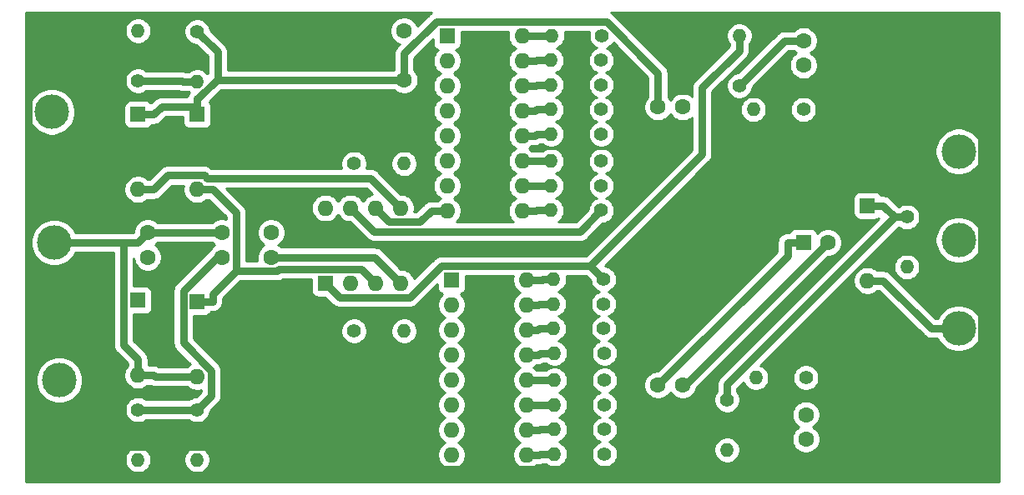
<source format=gbr>
%TF.GenerationSoftware,KiCad,Pcbnew,5.1.10*%
%TF.CreationDate,2021-07-17T21:41:45+02:00*%
%TF.ProjectId,tht-dip,7468742d-6469-4702-9e6b-696361645f70,rev?*%
%TF.SameCoordinates,Original*%
%TF.FileFunction,Copper,L1,Top*%
%TF.FilePolarity,Positive*%
%FSLAX46Y46*%
G04 Gerber Fmt 4.6, Leading zero omitted, Abs format (unit mm)*
G04 Created by KiCad (PCBNEW 5.1.10) date 2021-07-17 21:41:45*
%MOMM*%
%LPD*%
G01*
G04 APERTURE LIST*
%TA.AperFunction,ComponentPad*%
%ADD10C,1.600000*%
%TD*%
%TA.AperFunction,ComponentPad*%
%ADD11O,1.600000X1.600000*%
%TD*%
%TA.AperFunction,ComponentPad*%
%ADD12R,1.600000X1.600000*%
%TD*%
%TA.AperFunction,ComponentPad*%
%ADD13C,3.500000*%
%TD*%
%TA.AperFunction,ComponentPad*%
%ADD14O,1.400000X1.400000*%
%TD*%
%TA.AperFunction,ComponentPad*%
%ADD15C,1.400000*%
%TD*%
%TA.AperFunction,ViaPad*%
%ADD16C,0.800000*%
%TD*%
%TA.AperFunction,Conductor*%
%ADD17C,0.800000*%
%TD*%
%TA.AperFunction,Conductor*%
%ADD18C,0.254000*%
%TD*%
%TA.AperFunction,Conductor*%
%ADD19C,0.100000*%
%TD*%
G04 APERTURE END LIST*
D10*
%TO.P,C2,1*%
%TO.N,VCC*%
X99750000Y-69500000D03*
%TO.P,C2,2*%
%TO.N,V-*%
X102250000Y-69500000D03*
%TD*%
%TO.P,C4,2*%
%TO.N,Net-(C4-Pad2)*%
X114500000Y-34500000D03*
%TO.P,C4,1*%
%TO.N,/2*%
X114500000Y-37000000D03*
%TD*%
%TO.P,C5,1*%
%TO.N,/3*%
X114750000Y-75000000D03*
%TO.P,C5,2*%
%TO.N,Net-(C5-Pad2)*%
X114750000Y-72500000D03*
%TD*%
%TO.P,C6,1*%
%TO.N,V-*%
X60500000Y-56500000D03*
%TO.P,C6,2*%
%TO.N,Net-(C6-Pad2)*%
X60500000Y-54000000D03*
%TD*%
%TO.P,C7,2*%
%TO.N,V-*%
X55500000Y-54000000D03*
%TO.P,C7,1*%
%TO.N,Net-(C7-Pad1)*%
X55500000Y-56500000D03*
%TD*%
%TO.P,C8,1*%
%TO.N,V-*%
X48000000Y-54000000D03*
%TO.P,C8,2*%
%TO.N,Net-(C8-Pad2)*%
X48000000Y-56500000D03*
%TD*%
D11*
%TO.P,D1,2*%
%TO.N,V-*%
X121000000Y-58870000D03*
D12*
%TO.P,D1,1*%
%TO.N,Net-(D1-Pad1)*%
X121000000Y-51250000D03*
%TD*%
%TO.P,D2,1*%
%TO.N,VCC*%
X47000000Y-42000000D03*
D11*
%TO.P,D2,2*%
%TO.N,ind*%
X47000000Y-49620000D03*
%TD*%
%TO.P,D3,2*%
%TO.N,V-*%
X47000000Y-68500000D03*
D12*
%TO.P,D3,1*%
%TO.N,ind*%
X47000000Y-60880000D03*
%TD*%
%TO.P,D4,1*%
%TO.N,VCC*%
X53000000Y-42000000D03*
D11*
%TO.P,D4,2*%
%TO.N,Net-(D4-Pad2)*%
X53000000Y-49620000D03*
%TD*%
D12*
%TO.P,D5,1*%
%TO.N,Net-(D4-Pad2)*%
X53000000Y-61000000D03*
D11*
%TO.P,D5,2*%
%TO.N,V-*%
X53000000Y-68620000D03*
%TD*%
D13*
%TO.P,J1,1*%
%TO.N,/2*%
X130250000Y-45750000D03*
%TD*%
%TO.P,J2,1*%
%TO.N,/3*%
X130250000Y-54750000D03*
%TD*%
%TO.P,J3,1*%
%TO.N,ind*%
X38250000Y-41750000D03*
%TD*%
%TO.P,J4,1*%
%TO.N,Net-(D4-Pad2)*%
X39000000Y-69000000D03*
%TD*%
%TO.P,J5,1*%
%TO.N,V-*%
X130250000Y-63750000D03*
%TD*%
%TO.P,J6,1*%
%TO.N,V-*%
X38500000Y-55000000D03*
%TD*%
%TO.P,J7,1*%
%TO.N,Earth*%
X39000000Y-35000000D03*
%TD*%
%TO.P,J8,1*%
%TO.N,Earth*%
X39000000Y-76000000D03*
%TD*%
%TO.P,J9,1*%
%TO.N,Earth*%
X131000000Y-35000000D03*
%TD*%
%TO.P,J10,1*%
%TO.N,Earth*%
X131000000Y-76000000D03*
%TD*%
D14*
%TO.P,R1,2*%
%TO.N,VCC*%
X106750000Y-76080000D03*
D15*
%TO.P,R1,1*%
%TO.N,Net-(D1-Pad1)*%
X106750000Y-71000000D03*
%TD*%
%TO.P,R2,1*%
%TO.N,VCC*%
X53000000Y-33580000D03*
D14*
%TO.P,R2,2*%
%TO.N,Net-(C7-Pad1)*%
X53000000Y-38660000D03*
%TD*%
D15*
%TO.P,R3,1*%
%TO.N,Net-(C7-Pad1)*%
X47000000Y-38580000D03*
D14*
%TO.P,R3,2*%
%TO.N,ind*%
X47000000Y-33500000D03*
%TD*%
D15*
%TO.P,R4,1*%
%TO.N,Net-(C7-Pad1)*%
X47000000Y-72000000D03*
D14*
%TO.P,R4,2*%
%TO.N,Net-(D4-Pad2)*%
X47000000Y-77080000D03*
%TD*%
D15*
%TO.P,R5,1*%
%TO.N,Net-(D1-Pad1)*%
X114500000Y-41500000D03*
D14*
%TO.P,R5,2*%
%TO.N,/2*%
X109420000Y-41500000D03*
%TD*%
%TO.P,R6,2*%
%TO.N,/3*%
X125000000Y-57500000D03*
D15*
%TO.P,R6,1*%
%TO.N,Net-(D1-Pad1)*%
X125000000Y-52420000D03*
%TD*%
D14*
%TO.P,R7,2*%
%TO.N,ResOUT*%
X108000000Y-34000000D03*
D15*
%TO.P,R7,1*%
%TO.N,Net-(C4-Pad2)*%
X108000000Y-39080000D03*
%TD*%
D14*
%TO.P,R8,2*%
%TO.N,ResOUT2*%
X109670000Y-68750000D03*
D15*
%TO.P,R8,1*%
%TO.N,Net-(C5-Pad2)*%
X114750000Y-68750000D03*
%TD*%
D14*
%TO.P,R9,2*%
%TO.N,ResIN*%
X74000000Y-47000000D03*
D15*
%TO.P,R9,1*%
%TO.N,Net-(C6-Pad2)*%
X68920000Y-47000000D03*
%TD*%
%TO.P,R10,1*%
%TO.N,Net-(C7-Pad1)*%
X53000000Y-72000000D03*
D14*
%TO.P,R10,2*%
%TO.N,V-*%
X53000000Y-77080000D03*
%TD*%
D15*
%TO.P,R11,1*%
%TO.N,Net-(C8-Pad2)*%
X68920000Y-64000000D03*
D14*
%TO.P,R11,2*%
%TO.N,ResIN1*%
X74000000Y-64000000D03*
%TD*%
%TO.P,R12,2*%
%TO.N,Net-(R12-Pad2)*%
X89170000Y-61250000D03*
D15*
%TO.P,R12,1*%
%TO.N,ResOUT*%
X94250000Y-61250000D03*
%TD*%
%TO.P,R13,1*%
%TO.N,ResOUT*%
X94250000Y-63750000D03*
D14*
%TO.P,R13,2*%
%TO.N,Net-(R13-Pad2)*%
X89170000Y-63750000D03*
%TD*%
%TO.P,R14,2*%
%TO.N,Net-(R14-Pad2)*%
X89250000Y-66250000D03*
D15*
%TO.P,R14,1*%
%TO.N,ResOUT*%
X94330000Y-66250000D03*
%TD*%
%TO.P,R15,1*%
%TO.N,ResOUT*%
X94330000Y-69000000D03*
D14*
%TO.P,R15,2*%
%TO.N,Net-(R15-Pad2)*%
X89250000Y-69000000D03*
%TD*%
%TO.P,R16,2*%
%TO.N,Net-(R16-Pad2)*%
X89250000Y-71500000D03*
D15*
%TO.P,R16,1*%
%TO.N,ResOUT*%
X94330000Y-71500000D03*
%TD*%
%TO.P,R17,1*%
%TO.N,ResOUT*%
X94330000Y-74000000D03*
D14*
%TO.P,R17,2*%
%TO.N,Net-(R17-Pad2)*%
X89250000Y-74000000D03*
%TD*%
%TO.P,R18,2*%
%TO.N,Net-(R18-Pad2)*%
X89250000Y-76500000D03*
D15*
%TO.P,R18,1*%
%TO.N,ResOUT*%
X94330000Y-76500000D03*
%TD*%
D14*
%TO.P,R20,2*%
%TO.N,Net-(R20-Pad2)*%
X88920000Y-36500000D03*
D15*
%TO.P,R20,1*%
%TO.N,ResOUT2*%
X94000000Y-36500000D03*
%TD*%
%TO.P,R21,1*%
%TO.N,ResOUT2*%
X94000000Y-39000000D03*
D14*
%TO.P,R21,2*%
%TO.N,Net-(R21-Pad2)*%
X88920000Y-39000000D03*
%TD*%
%TO.P,R22,2*%
%TO.N,Net-(R22-Pad2)*%
X88920000Y-41500000D03*
D15*
%TO.P,R22,1*%
%TO.N,ResOUT2*%
X94000000Y-41500000D03*
%TD*%
%TO.P,R23,1*%
%TO.N,ResOUT2*%
X94000000Y-44000000D03*
D14*
%TO.P,R23,2*%
%TO.N,Net-(R23-Pad2)*%
X88920000Y-44000000D03*
%TD*%
%TO.P,R24,2*%
%TO.N,Net-(R24-Pad2)*%
X88920000Y-46750000D03*
D15*
%TO.P,R24,1*%
%TO.N,ResOUT2*%
X94000000Y-46750000D03*
%TD*%
%TO.P,R25,1*%
%TO.N,ResOUT2*%
X94000000Y-49250000D03*
D14*
%TO.P,R25,2*%
%TO.N,Net-(R25-Pad2)*%
X88920000Y-49250000D03*
%TD*%
%TO.P,R26,2*%
%TO.N,Net-(R26-Pad2)*%
X88920000Y-51750000D03*
D15*
%TO.P,R26,1*%
%TO.N,ResOUT2*%
X94000000Y-51750000D03*
%TD*%
D12*
%TO.P,SW1,1*%
%TO.N,ResIN*%
X78800000Y-58800000D03*
D11*
%TO.P,SW1,9*%
%TO.N,Net-(R18-Pad2)*%
X86420000Y-76580000D03*
%TO.P,SW1,2*%
%TO.N,ResIN*%
X78800000Y-61340000D03*
%TO.P,SW1,10*%
%TO.N,Net-(R17-Pad2)*%
X86420000Y-74040000D03*
%TO.P,SW1,3*%
%TO.N,ResIN*%
X78800000Y-63880000D03*
%TO.P,SW1,11*%
%TO.N,Net-(R16-Pad2)*%
X86420000Y-71500000D03*
%TO.P,SW1,4*%
%TO.N,ResIN*%
X78800000Y-66420000D03*
%TO.P,SW1,12*%
%TO.N,Net-(R15-Pad2)*%
X86420000Y-68960000D03*
%TO.P,SW1,5*%
%TO.N,ResIN*%
X78800000Y-68960000D03*
%TO.P,SW1,13*%
%TO.N,Net-(R14-Pad2)*%
X86420000Y-66420000D03*
%TO.P,SW1,6*%
%TO.N,ResIN*%
X78800000Y-71500000D03*
%TO.P,SW1,14*%
%TO.N,Net-(R13-Pad2)*%
X86420000Y-63880000D03*
%TO.P,SW1,7*%
%TO.N,ResIN*%
X78800000Y-74040000D03*
%TO.P,SW1,15*%
%TO.N,Net-(R12-Pad2)*%
X86420000Y-61340000D03*
%TO.P,SW1,8*%
%TO.N,ResIN*%
X78800000Y-76580000D03*
%TO.P,SW1,16*%
%TO.N,Net-(R19-Pad2)*%
X86420000Y-58800000D03*
%TD*%
D12*
%TO.P,SW2,1*%
%TO.N,ResIN1*%
X78350000Y-34000000D03*
D11*
%TO.P,SW2,9*%
%TO.N,Net-(R26-Pad2)*%
X85970000Y-51780000D03*
%TO.P,SW2,2*%
%TO.N,ResIN1*%
X78350000Y-36540000D03*
%TO.P,SW2,10*%
%TO.N,Net-(R25-Pad2)*%
X85970000Y-49240000D03*
%TO.P,SW2,3*%
%TO.N,ResIN1*%
X78350000Y-39080000D03*
%TO.P,SW2,11*%
%TO.N,Net-(R24-Pad2)*%
X85970000Y-46700000D03*
%TO.P,SW2,4*%
%TO.N,ResIN1*%
X78350000Y-41620000D03*
%TO.P,SW2,12*%
%TO.N,Net-(R23-Pad2)*%
X85970000Y-44160000D03*
%TO.P,SW2,5*%
%TO.N,ResIN1*%
X78350000Y-44160000D03*
%TO.P,SW2,13*%
%TO.N,Net-(R22-Pad2)*%
X85970000Y-41620000D03*
%TO.P,SW2,6*%
%TO.N,ResIN1*%
X78350000Y-46700000D03*
%TO.P,SW2,14*%
%TO.N,Net-(R21-Pad2)*%
X85970000Y-39080000D03*
%TO.P,SW2,7*%
%TO.N,ResIN1*%
X78350000Y-49240000D03*
%TO.P,SW2,15*%
%TO.N,Net-(R20-Pad2)*%
X85970000Y-36540000D03*
%TO.P,SW2,8*%
%TO.N,ResIN1*%
X78350000Y-51780000D03*
%TO.P,SW2,16*%
%TO.N,Net-(R27-Pad2)*%
X85970000Y-34000000D03*
%TD*%
D10*
%TO.P,C1,1*%
%TO.N,VCC*%
X74000000Y-38500000D03*
%TO.P,C1,2*%
%TO.N,V-*%
X74000000Y-33500000D03*
%TD*%
%TO.P,C9,1*%
%TO.N,V-*%
X102250000Y-41250000D03*
%TO.P,C9,2*%
%TO.N,VCC*%
X99750000Y-41250000D03*
%TD*%
D12*
%TO.P,C3,1*%
%TO.N,VCC*%
X114500000Y-55000000D03*
D10*
%TO.P,C3,2*%
%TO.N,V-*%
X117000000Y-55000000D03*
%TD*%
D14*
%TO.P,R19,2*%
%TO.N,Net-(R19-Pad2)*%
X89170000Y-58750000D03*
D15*
%TO.P,R19,1*%
%TO.N,ResOUT*%
X94250000Y-58750000D03*
%TD*%
%TO.P,R27,1*%
%TO.N,ResOUT2*%
X94080000Y-34000000D03*
D14*
%TO.P,R27,2*%
%TO.N,Net-(R27-Pad2)*%
X89000000Y-34000000D03*
%TD*%
D12*
%TO.P,U1,1*%
%TO.N,ResOUT*%
X66000000Y-59120000D03*
D11*
%TO.P,U1,5*%
%TO.N,ind*%
X73620000Y-51500000D03*
%TO.P,U1,2*%
%TO.N,ResIN*%
X68540000Y-59120000D03*
%TO.P,U1,6*%
%TO.N,ResIN1*%
X71080000Y-51500000D03*
%TO.P,U1,3*%
%TO.N,Net-(D4-Pad2)*%
X71080000Y-59120000D03*
%TO.P,U1,7*%
%TO.N,ResOUT2*%
X68540000Y-51500000D03*
%TO.P,U1,4*%
%TO.N,V-*%
X73620000Y-59120000D03*
%TO.P,U1,8*%
%TO.N,VCC*%
X66000000Y-51500000D03*
%TD*%
D16*
%TO.N,Earth*%
X82000000Y-46500000D03*
X97000000Y-45000000D03*
X60500000Y-50500000D03*
X49000000Y-66500000D03*
X73500000Y-56000000D03*
X73000000Y-48500000D03*
X108250000Y-48000000D03*
%TD*%
D17*
%TO.N,V-*%
X102250000Y-69500000D02*
X102500000Y-69500000D01*
X102500000Y-69500000D02*
X117000000Y-55000000D01*
X73620000Y-59120000D02*
X71000000Y-56500000D01*
X71000000Y-56500000D02*
X60500000Y-56500000D01*
X55500000Y-54000000D02*
X48000000Y-54000000D01*
X45531200Y-55000000D02*
X47000000Y-55000000D01*
X47000000Y-55000000D02*
X48000000Y-54000000D01*
X38500000Y-55000000D02*
X45531200Y-55000000D01*
X45531200Y-55000000D02*
X45531200Y-65431200D01*
X45531200Y-65431200D02*
X47000000Y-66900000D01*
X47000000Y-68500000D02*
X47000000Y-66900000D01*
X47000000Y-68500000D02*
X48600000Y-68500000D01*
X53000000Y-68620000D02*
X48720000Y-68620000D01*
X48720000Y-68620000D02*
X48600000Y-68500000D01*
X121000000Y-58870000D02*
X122600000Y-58870000D01*
X130250000Y-63750000D02*
X127480000Y-63750000D01*
X127480000Y-63750000D02*
X122600000Y-58870000D01*
%TO.N,VCC*%
X114500000Y-55000000D02*
X112900000Y-55000000D01*
X112900000Y-55000000D02*
X112900000Y-56350000D01*
X112900000Y-56350000D02*
X99750000Y-69500000D01*
X99750000Y-41250000D02*
X99750000Y-37801600D01*
X99750000Y-37801600D02*
X94530900Y-32582500D01*
X94530900Y-32582500D02*
X77248400Y-32582500D01*
X77248400Y-32582500D02*
X74000000Y-35830900D01*
X74000000Y-35830900D02*
X74000000Y-38500000D01*
X55075600Y-38424400D02*
X55075600Y-35655600D01*
X55075600Y-35655600D02*
X53000000Y-33580000D01*
X53000000Y-40400000D02*
X53100000Y-40400000D01*
X53100000Y-40400000D02*
X55075600Y-38424400D01*
X74000000Y-38500000D02*
X55151200Y-38500000D01*
X55151200Y-38500000D02*
X55075600Y-38424400D01*
X53000000Y-41200000D02*
X53000000Y-40400000D01*
X47000000Y-42000000D02*
X48600000Y-42000000D01*
X53000000Y-41200000D02*
X49400000Y-41200000D01*
X49400000Y-41200000D02*
X48600000Y-42000000D01*
X53000000Y-42000000D02*
X53000000Y-41200000D01*
%TO.N,Net-(C4-Pad2)*%
X108000000Y-39080000D02*
X112580000Y-34500000D01*
X112580000Y-34500000D02*
X114500000Y-34500000D01*
%TO.N,Net-(C7-Pad1)*%
X53000000Y-72000000D02*
X54400400Y-70599600D01*
X54400400Y-70599600D02*
X54400400Y-68012600D01*
X54400400Y-68012600D02*
X51599600Y-65211800D01*
X51599600Y-65211800D02*
X51599600Y-59899800D01*
X51599600Y-59899800D02*
X54999400Y-56500000D01*
X54999400Y-56500000D02*
X55500000Y-56500000D01*
X53000000Y-72000000D02*
X47000000Y-72000000D01*
X53000000Y-38660000D02*
X51500000Y-38660000D01*
X47000000Y-38580000D02*
X51420000Y-38580000D01*
X51420000Y-38580000D02*
X51500000Y-38660000D01*
%TO.N,Net-(D1-Pad1)*%
X123770000Y-52420000D02*
X122600000Y-51250000D01*
X125000000Y-52420000D02*
X123770000Y-52420000D01*
X123770000Y-52420000D02*
X106750000Y-69440000D01*
X106750000Y-69440000D02*
X106750000Y-71000000D01*
X121000000Y-51250000D02*
X122600000Y-51250000D01*
%TO.N,ind*%
X47000000Y-49620000D02*
X48600000Y-49620000D01*
X73620000Y-51500000D02*
X70610300Y-48490300D01*
X70610300Y-48490300D02*
X54016300Y-48490300D01*
X54016300Y-48490300D02*
X53714300Y-48188300D01*
X53714300Y-48188300D02*
X50031700Y-48188300D01*
X50031700Y-48188300D02*
X48600000Y-49620000D01*
%TO.N,Net-(D4-Pad2)*%
X53000000Y-61000000D02*
X54600000Y-61000000D01*
X56937500Y-57913400D02*
X56937500Y-51957500D01*
X56937500Y-51957500D02*
X54600000Y-49620000D01*
X54600000Y-61000000D02*
X54600000Y-60250900D01*
X54600000Y-60250900D02*
X56937500Y-57913400D01*
X71080000Y-59120000D02*
X69667600Y-57707600D01*
X69667600Y-57707600D02*
X61292400Y-57707600D01*
X61292400Y-57707600D02*
X61086600Y-57913400D01*
X61086600Y-57913400D02*
X56937500Y-57913400D01*
X53000000Y-49620000D02*
X54600000Y-49620000D01*
%TO.N,Earth*%
X39273800Y-75726200D02*
X39000000Y-76000000D01*
X131000000Y-76000000D02*
X128995900Y-78004100D01*
X128995900Y-78004100D02*
X65483400Y-78004100D01*
X65483400Y-78004100D02*
X63205500Y-75726200D01*
X63205500Y-75726200D02*
X39273800Y-75726200D01*
X39273800Y-75726200D02*
X35875200Y-72327600D01*
X35875200Y-72327600D02*
X35875200Y-38124800D01*
X35875200Y-38124800D02*
X39000000Y-35000000D01*
X131000000Y-35000000D02*
X132602400Y-36602400D01*
X132602400Y-36602400D02*
X132602400Y-74397600D01*
X132602400Y-74397600D02*
X131000000Y-76000000D01*
%TO.N,ResOUT*%
X108000000Y-34000000D02*
X108000000Y-35500000D01*
X92883200Y-57383200D02*
X104220400Y-46046000D01*
X104220400Y-46046000D02*
X104220400Y-39279600D01*
X104220400Y-39279600D02*
X108000000Y-35500000D01*
X92883200Y-57383200D02*
X94250000Y-58750000D01*
X66000000Y-59120000D02*
X67473000Y-60593000D01*
X67473000Y-60593000D02*
X74551300Y-60593000D01*
X74551300Y-60593000D02*
X77761100Y-57383200D01*
X77761100Y-57383200D02*
X92883200Y-57383200D01*
%TO.N,ResOUT2*%
X68540000Y-51500000D02*
X70949700Y-53909700D01*
X70949700Y-53909700D02*
X91840300Y-53909700D01*
X91840300Y-53909700D02*
X94000000Y-51750000D01*
%TO.N,ResIN1*%
X78350000Y-51780000D02*
X76750000Y-51780000D01*
X71080000Y-51500000D02*
X72484800Y-52904800D01*
X72484800Y-52904800D02*
X75625200Y-52904800D01*
X75625200Y-52904800D02*
X76750000Y-51780000D01*
%TO.N,Net-(R12-Pad2)*%
X89170000Y-61250000D02*
X87670000Y-61250000D01*
X86420000Y-61340000D02*
X87580000Y-61340000D01*
X87580000Y-61340000D02*
X87670000Y-61250000D01*
%TO.N,Net-(R13-Pad2)*%
X89170000Y-63750000D02*
X87670000Y-63750000D01*
X86420000Y-63880000D02*
X87540000Y-63880000D01*
X87540000Y-63880000D02*
X87670000Y-63750000D01*
%TO.N,Net-(R14-Pad2)*%
X89250000Y-66250000D02*
X87750000Y-66250000D01*
X86420000Y-66420000D02*
X87580000Y-66420000D01*
X87580000Y-66420000D02*
X87750000Y-66250000D01*
%TO.N,Net-(R15-Pad2)*%
X89250000Y-69000000D02*
X87750000Y-69000000D01*
X86420000Y-68960000D02*
X87710000Y-68960000D01*
X87710000Y-68960000D02*
X87750000Y-69000000D01*
%TO.N,Net-(R16-Pad2)*%
X86420000Y-71500000D02*
X89250000Y-71500000D01*
%TO.N,Net-(R17-Pad2)*%
X89250000Y-74000000D02*
X87750000Y-74000000D01*
X86420000Y-74040000D02*
X87710000Y-74040000D01*
X87710000Y-74040000D02*
X87750000Y-74000000D01*
%TO.N,Net-(R18-Pad2)*%
X89250000Y-76500000D02*
X87750000Y-76500000D01*
X86420000Y-76580000D02*
X87670000Y-76580000D01*
X87670000Y-76580000D02*
X87750000Y-76500000D01*
%TO.N,Net-(R20-Pad2)*%
X88920000Y-36500000D02*
X87420000Y-36500000D01*
X85970000Y-36540000D02*
X87380000Y-36540000D01*
X87380000Y-36540000D02*
X87420000Y-36500000D01*
%TO.N,Net-(R21-Pad2)*%
X88920000Y-39000000D02*
X87420000Y-39000000D01*
X85970000Y-39080000D02*
X87340000Y-39080000D01*
X87340000Y-39080000D02*
X87420000Y-39000000D01*
%TO.N,Net-(R22-Pad2)*%
X88920000Y-41500000D02*
X87420000Y-41500000D01*
X85970000Y-41620000D02*
X87300000Y-41620000D01*
X87300000Y-41620000D02*
X87420000Y-41500000D01*
%TO.N,Net-(R23-Pad2)*%
X88920000Y-44000000D02*
X87420000Y-44000000D01*
X85970000Y-44160000D02*
X87260000Y-44160000D01*
X87260000Y-44160000D02*
X87420000Y-44000000D01*
%TO.N,Net-(R24-Pad2)*%
X88920000Y-46750000D02*
X87420000Y-46750000D01*
X85970000Y-46700000D02*
X87370000Y-46700000D01*
X87370000Y-46700000D02*
X87420000Y-46750000D01*
%TO.N,Net-(R25-Pad2)*%
X88920000Y-49250000D02*
X87420000Y-49250000D01*
X85970000Y-49240000D02*
X87410000Y-49240000D01*
X87410000Y-49240000D02*
X87420000Y-49250000D01*
%TO.N,Net-(R26-Pad2)*%
X88920000Y-51750000D02*
X87420000Y-51750000D01*
X85970000Y-51780000D02*
X87390000Y-51780000D01*
X87390000Y-51780000D02*
X87420000Y-51750000D01*
%TO.N,Net-(R19-Pad2)*%
X86420000Y-58800000D02*
X88020000Y-58800000D01*
X89170000Y-58750000D02*
X88070000Y-58750000D01*
X88070000Y-58750000D02*
X88020000Y-58800000D01*
%TO.N,Net-(R27-Pad2)*%
X89000000Y-34000000D02*
X85970000Y-34000000D01*
%TD*%
D18*
%TO.N,Earth*%
X76670602Y-31717766D02*
X76552492Y-31814697D01*
X76513004Y-31847104D01*
X76480597Y-31886592D01*
X75352295Y-33014895D01*
X75271680Y-32820273D01*
X75114637Y-32585241D01*
X74914759Y-32385363D01*
X74679727Y-32228320D01*
X74418574Y-32120147D01*
X74141335Y-32065000D01*
X73858665Y-32065000D01*
X73581426Y-32120147D01*
X73320273Y-32228320D01*
X73085241Y-32385363D01*
X72885363Y-32585241D01*
X72728320Y-32820273D01*
X72620147Y-33081426D01*
X72565000Y-33358665D01*
X72565000Y-33641335D01*
X72620147Y-33918574D01*
X72728320Y-34179727D01*
X72885363Y-34414759D01*
X73085241Y-34614637D01*
X73320273Y-34771680D01*
X73514895Y-34852295D01*
X73304097Y-35063093D01*
X73264604Y-35095504D01*
X73135266Y-35253103D01*
X73039159Y-35432908D01*
X72979976Y-35628006D01*
X72965000Y-35780063D01*
X72965000Y-35780072D01*
X72959994Y-35830900D01*
X72965000Y-35881728D01*
X72965001Y-37465000D01*
X56110600Y-37465000D01*
X56110600Y-35706435D01*
X56115607Y-35655600D01*
X56108078Y-35579159D01*
X56095624Y-35452705D01*
X56036441Y-35257607D01*
X55954871Y-35105000D01*
X55940334Y-35077802D01*
X55843403Y-34959692D01*
X55810996Y-34920204D01*
X55771508Y-34887797D01*
X54335000Y-33451290D01*
X54335000Y-33448514D01*
X54283696Y-33190595D01*
X54183061Y-32947641D01*
X54036962Y-32728987D01*
X53851013Y-32543038D01*
X53632359Y-32396939D01*
X53389405Y-32296304D01*
X53131486Y-32245000D01*
X52868514Y-32245000D01*
X52610595Y-32296304D01*
X52367641Y-32396939D01*
X52148987Y-32543038D01*
X51963038Y-32728987D01*
X51816939Y-32947641D01*
X51716304Y-33190595D01*
X51665000Y-33448514D01*
X51665000Y-33711486D01*
X51716304Y-33969405D01*
X51816939Y-34212359D01*
X51963038Y-34431013D01*
X52148987Y-34616962D01*
X52367641Y-34763061D01*
X52610595Y-34863696D01*
X52868514Y-34915000D01*
X52871290Y-34915000D01*
X54040601Y-36084312D01*
X54040600Y-37814432D01*
X54036962Y-37808987D01*
X53851013Y-37623038D01*
X53632359Y-37476939D01*
X53389405Y-37376304D01*
X53131486Y-37325000D01*
X52868514Y-37325000D01*
X52610595Y-37376304D01*
X52367641Y-37476939D01*
X52148987Y-37623038D01*
X52147025Y-37625000D01*
X51828921Y-37625000D01*
X51817993Y-37619159D01*
X51622895Y-37559976D01*
X51470838Y-37545000D01*
X51470828Y-37545000D01*
X51420000Y-37539994D01*
X51369172Y-37545000D01*
X47852975Y-37545000D01*
X47851013Y-37543038D01*
X47632359Y-37396939D01*
X47389405Y-37296304D01*
X47131486Y-37245000D01*
X46868514Y-37245000D01*
X46610595Y-37296304D01*
X46367641Y-37396939D01*
X46148987Y-37543038D01*
X45963038Y-37728987D01*
X45816939Y-37947641D01*
X45716304Y-38190595D01*
X45665000Y-38448514D01*
X45665000Y-38711486D01*
X45716304Y-38969405D01*
X45816939Y-39212359D01*
X45963038Y-39431013D01*
X46148987Y-39616962D01*
X46367641Y-39763061D01*
X46610595Y-39863696D01*
X46868514Y-39915000D01*
X47131486Y-39915000D01*
X47389405Y-39863696D01*
X47632359Y-39763061D01*
X47851013Y-39616962D01*
X47852975Y-39615000D01*
X51091079Y-39615000D01*
X51102007Y-39620841D01*
X51297105Y-39680024D01*
X51449162Y-39695000D01*
X51449171Y-39695000D01*
X51499999Y-39700006D01*
X51550827Y-39695000D01*
X52147025Y-39695000D01*
X52148987Y-39696962D01*
X52206507Y-39735395D01*
X52135266Y-39822203D01*
X52039159Y-40002007D01*
X51989715Y-40165000D01*
X49450835Y-40165000D01*
X49400000Y-40159993D01*
X49349165Y-40165000D01*
X49349162Y-40165000D01*
X49197105Y-40179976D01*
X49002007Y-40239159D01*
X48918684Y-40283696D01*
X48822202Y-40335266D01*
X48704092Y-40432197D01*
X48664604Y-40464604D01*
X48632197Y-40504092D01*
X48312618Y-40823672D01*
X48251185Y-40748815D01*
X48154494Y-40669463D01*
X48044180Y-40610498D01*
X47924482Y-40574188D01*
X47800000Y-40561928D01*
X46200000Y-40561928D01*
X46075518Y-40574188D01*
X45955820Y-40610498D01*
X45845506Y-40669463D01*
X45748815Y-40748815D01*
X45669463Y-40845506D01*
X45610498Y-40955820D01*
X45574188Y-41075518D01*
X45561928Y-41200000D01*
X45561928Y-42800000D01*
X45574188Y-42924482D01*
X45610498Y-43044180D01*
X45669463Y-43154494D01*
X45748815Y-43251185D01*
X45845506Y-43330537D01*
X45955820Y-43389502D01*
X46075518Y-43425812D01*
X46200000Y-43438072D01*
X47800000Y-43438072D01*
X47924482Y-43425812D01*
X48044180Y-43389502D01*
X48154494Y-43330537D01*
X48251185Y-43251185D01*
X48330537Y-43154494D01*
X48389502Y-43044180D01*
X48392287Y-43035000D01*
X48549172Y-43035000D01*
X48600000Y-43040006D01*
X48650828Y-43035000D01*
X48650838Y-43035000D01*
X48802895Y-43020024D01*
X48997993Y-42960841D01*
X49177797Y-42864734D01*
X49335396Y-42735396D01*
X49367807Y-42695903D01*
X49828711Y-42235000D01*
X51561928Y-42235000D01*
X51561928Y-42800000D01*
X51574188Y-42924482D01*
X51610498Y-43044180D01*
X51669463Y-43154494D01*
X51748815Y-43251185D01*
X51845506Y-43330537D01*
X51955820Y-43389502D01*
X52075518Y-43425812D01*
X52200000Y-43438072D01*
X53800000Y-43438072D01*
X53924482Y-43425812D01*
X54044180Y-43389502D01*
X54154494Y-43330537D01*
X54251185Y-43251185D01*
X54330537Y-43154494D01*
X54389502Y-43044180D01*
X54425812Y-42924482D01*
X54438072Y-42800000D01*
X54438072Y-41200000D01*
X54425812Y-41075518D01*
X54389502Y-40955820D01*
X54330537Y-40845506D01*
X54251185Y-40748815D01*
X54231253Y-40732457D01*
X55428711Y-39535000D01*
X73005604Y-39535000D01*
X73085241Y-39614637D01*
X73320273Y-39771680D01*
X73581426Y-39879853D01*
X73858665Y-39935000D01*
X74141335Y-39935000D01*
X74418574Y-39879853D01*
X74679727Y-39771680D01*
X74914759Y-39614637D01*
X75114637Y-39414759D01*
X75271680Y-39179727D01*
X75379853Y-38918574D01*
X75435000Y-38641335D01*
X75435000Y-38358665D01*
X75379853Y-38081426D01*
X75271680Y-37820273D01*
X75114637Y-37585241D01*
X75035000Y-37505604D01*
X75035000Y-36259610D01*
X76911928Y-34382683D01*
X76911928Y-34800000D01*
X76924188Y-34924482D01*
X76960498Y-35044180D01*
X77019463Y-35154494D01*
X77098815Y-35251185D01*
X77195506Y-35330537D01*
X77305820Y-35389502D01*
X77425518Y-35425812D01*
X77433961Y-35426643D01*
X77235363Y-35625241D01*
X77078320Y-35860273D01*
X76970147Y-36121426D01*
X76915000Y-36398665D01*
X76915000Y-36681335D01*
X76970147Y-36958574D01*
X77078320Y-37219727D01*
X77235363Y-37454759D01*
X77435241Y-37654637D01*
X77667759Y-37810000D01*
X77435241Y-37965363D01*
X77235363Y-38165241D01*
X77078320Y-38400273D01*
X76970147Y-38661426D01*
X76915000Y-38938665D01*
X76915000Y-39221335D01*
X76970147Y-39498574D01*
X77078320Y-39759727D01*
X77235363Y-39994759D01*
X77435241Y-40194637D01*
X77667759Y-40350000D01*
X77435241Y-40505363D01*
X77235363Y-40705241D01*
X77078320Y-40940273D01*
X76970147Y-41201426D01*
X76915000Y-41478665D01*
X76915000Y-41761335D01*
X76970147Y-42038574D01*
X77078320Y-42299727D01*
X77235363Y-42534759D01*
X77435241Y-42734637D01*
X77667759Y-42890000D01*
X77435241Y-43045363D01*
X77235363Y-43245241D01*
X77078320Y-43480273D01*
X76970147Y-43741426D01*
X76915000Y-44018665D01*
X76915000Y-44301335D01*
X76970147Y-44578574D01*
X77078320Y-44839727D01*
X77235363Y-45074759D01*
X77435241Y-45274637D01*
X77667759Y-45430000D01*
X77435241Y-45585363D01*
X77235363Y-45785241D01*
X77078320Y-46020273D01*
X76970147Y-46281426D01*
X76915000Y-46558665D01*
X76915000Y-46841335D01*
X76970147Y-47118574D01*
X77078320Y-47379727D01*
X77235363Y-47614759D01*
X77435241Y-47814637D01*
X77667759Y-47970000D01*
X77435241Y-48125363D01*
X77235363Y-48325241D01*
X77078320Y-48560273D01*
X76970147Y-48821426D01*
X76915000Y-49098665D01*
X76915000Y-49381335D01*
X76970147Y-49658574D01*
X77078320Y-49919727D01*
X77235363Y-50154759D01*
X77435241Y-50354637D01*
X77667759Y-50510000D01*
X77435241Y-50665363D01*
X77355604Y-50745000D01*
X76800827Y-50745000D01*
X76749999Y-50739994D01*
X76699171Y-50745000D01*
X76699162Y-50745000D01*
X76547105Y-50759976D01*
X76352007Y-50819159D01*
X76290553Y-50852007D01*
X76172202Y-50915266D01*
X76090647Y-50982197D01*
X76014604Y-51044604D01*
X75982197Y-51084092D01*
X75196490Y-51869800D01*
X75009555Y-51869800D01*
X75055000Y-51641335D01*
X75055000Y-51358665D01*
X74999853Y-51081426D01*
X74891680Y-50820273D01*
X74734637Y-50585241D01*
X74534759Y-50385363D01*
X74299727Y-50228320D01*
X74038574Y-50120147D01*
X73761335Y-50065000D01*
X73648711Y-50065000D01*
X71378107Y-47794397D01*
X71345696Y-47754904D01*
X71188097Y-47625566D01*
X71008293Y-47529459D01*
X70813195Y-47470276D01*
X70661138Y-47455300D01*
X70661128Y-47455300D01*
X70610300Y-47450294D01*
X70559472Y-47455300D01*
X70176401Y-47455300D01*
X70203696Y-47389405D01*
X70255000Y-47131486D01*
X70255000Y-46868514D01*
X72665000Y-46868514D01*
X72665000Y-47131486D01*
X72716304Y-47389405D01*
X72816939Y-47632359D01*
X72963038Y-47851013D01*
X73148987Y-48036962D01*
X73367641Y-48183061D01*
X73610595Y-48283696D01*
X73868514Y-48335000D01*
X74131486Y-48335000D01*
X74389405Y-48283696D01*
X74632359Y-48183061D01*
X74851013Y-48036962D01*
X75036962Y-47851013D01*
X75183061Y-47632359D01*
X75283696Y-47389405D01*
X75335000Y-47131486D01*
X75335000Y-46868514D01*
X75283696Y-46610595D01*
X75183061Y-46367641D01*
X75036962Y-46148987D01*
X74851013Y-45963038D01*
X74632359Y-45816939D01*
X74389405Y-45716304D01*
X74131486Y-45665000D01*
X73868514Y-45665000D01*
X73610595Y-45716304D01*
X73367641Y-45816939D01*
X73148987Y-45963038D01*
X72963038Y-46148987D01*
X72816939Y-46367641D01*
X72716304Y-46610595D01*
X72665000Y-46868514D01*
X70255000Y-46868514D01*
X70203696Y-46610595D01*
X70103061Y-46367641D01*
X69956962Y-46148987D01*
X69771013Y-45963038D01*
X69552359Y-45816939D01*
X69309405Y-45716304D01*
X69051486Y-45665000D01*
X68788514Y-45665000D01*
X68530595Y-45716304D01*
X68287641Y-45816939D01*
X68068987Y-45963038D01*
X67883038Y-46148987D01*
X67736939Y-46367641D01*
X67636304Y-46610595D01*
X67585000Y-46868514D01*
X67585000Y-47131486D01*
X67636304Y-47389405D01*
X67663599Y-47455300D01*
X54451662Y-47455300D01*
X54449696Y-47452904D01*
X54292097Y-47323566D01*
X54112293Y-47227459D01*
X53917195Y-47168276D01*
X53765138Y-47153300D01*
X53765128Y-47153300D01*
X53714300Y-47148294D01*
X53663472Y-47153300D01*
X50082535Y-47153300D01*
X50031700Y-47148293D01*
X49980865Y-47153300D01*
X49980862Y-47153300D01*
X49828805Y-47168276D01*
X49679115Y-47213685D01*
X49633706Y-47227459D01*
X49453902Y-47323566D01*
X49365755Y-47395907D01*
X49296304Y-47452904D01*
X49263897Y-47492392D01*
X48171290Y-48585000D01*
X47994396Y-48585000D01*
X47914759Y-48505363D01*
X47679727Y-48348320D01*
X47418574Y-48240147D01*
X47141335Y-48185000D01*
X46858665Y-48185000D01*
X46581426Y-48240147D01*
X46320273Y-48348320D01*
X46085241Y-48505363D01*
X45885363Y-48705241D01*
X45728320Y-48940273D01*
X45620147Y-49201426D01*
X45565000Y-49478665D01*
X45565000Y-49761335D01*
X45620147Y-50038574D01*
X45728320Y-50299727D01*
X45885363Y-50534759D01*
X46085241Y-50734637D01*
X46320273Y-50891680D01*
X46581426Y-50999853D01*
X46858665Y-51055000D01*
X47141335Y-51055000D01*
X47418574Y-50999853D01*
X47679727Y-50891680D01*
X47914759Y-50734637D01*
X47994396Y-50655000D01*
X48549172Y-50655000D01*
X48600000Y-50660006D01*
X48650828Y-50655000D01*
X48650838Y-50655000D01*
X48802895Y-50640024D01*
X48997993Y-50580841D01*
X49177797Y-50484734D01*
X49335396Y-50355396D01*
X49367807Y-50315903D01*
X50460411Y-49223300D01*
X51615796Y-49223300D01*
X51565000Y-49478665D01*
X51565000Y-49761335D01*
X51620147Y-50038574D01*
X51728320Y-50299727D01*
X51885363Y-50534759D01*
X52085241Y-50734637D01*
X52320273Y-50891680D01*
X52581426Y-50999853D01*
X52858665Y-51055000D01*
X53141335Y-51055000D01*
X53418574Y-50999853D01*
X53679727Y-50891680D01*
X53914759Y-50734637D01*
X53994396Y-50655000D01*
X54171290Y-50655000D01*
X55902501Y-52386212D01*
X55902501Y-52616950D01*
X55641335Y-52565000D01*
X55358665Y-52565000D01*
X55081426Y-52620147D01*
X54820273Y-52728320D01*
X54585241Y-52885363D01*
X54505604Y-52965000D01*
X48994396Y-52965000D01*
X48914759Y-52885363D01*
X48679727Y-52728320D01*
X48418574Y-52620147D01*
X48141335Y-52565000D01*
X47858665Y-52565000D01*
X47581426Y-52620147D01*
X47320273Y-52728320D01*
X47085241Y-52885363D01*
X46885363Y-53085241D01*
X46728320Y-53320273D01*
X46620147Y-53581426D01*
X46565000Y-53858665D01*
X46565000Y-53965000D01*
X45582038Y-53965000D01*
X45531200Y-53959993D01*
X45480362Y-53965000D01*
X40652795Y-53965000D01*
X40613560Y-53870279D01*
X40352550Y-53479651D01*
X40020349Y-53147450D01*
X39629721Y-52886440D01*
X39195679Y-52706654D01*
X38734902Y-52615000D01*
X38265098Y-52615000D01*
X37804321Y-52706654D01*
X37370279Y-52886440D01*
X36979651Y-53147450D01*
X36647450Y-53479651D01*
X36386440Y-53870279D01*
X36206654Y-54304321D01*
X36115000Y-54765098D01*
X36115000Y-55234902D01*
X36206654Y-55695679D01*
X36386440Y-56129721D01*
X36647450Y-56520349D01*
X36979651Y-56852550D01*
X37370279Y-57113560D01*
X37804321Y-57293346D01*
X38265098Y-57385000D01*
X38734902Y-57385000D01*
X39195679Y-57293346D01*
X39629721Y-57113560D01*
X40020349Y-56852550D01*
X40352550Y-56520349D01*
X40613560Y-56129721D01*
X40652795Y-56035000D01*
X44496200Y-56035000D01*
X44496201Y-65380362D01*
X44491194Y-65431200D01*
X44511177Y-65634095D01*
X44570360Y-65829193D01*
X44666466Y-66008997D01*
X44721893Y-66076534D01*
X44795805Y-66166596D01*
X44835292Y-66199002D01*
X45965001Y-67328711D01*
X45965001Y-67505603D01*
X45885363Y-67585241D01*
X45728320Y-67820273D01*
X45620147Y-68081426D01*
X45565000Y-68358665D01*
X45565000Y-68641335D01*
X45620147Y-68918574D01*
X45728320Y-69179727D01*
X45885363Y-69414759D01*
X46085241Y-69614637D01*
X46320273Y-69771680D01*
X46581426Y-69879853D01*
X46858665Y-69935000D01*
X47141335Y-69935000D01*
X47418574Y-69879853D01*
X47679727Y-69771680D01*
X47914759Y-69614637D01*
X47994396Y-69535000D01*
X48236244Y-69535000D01*
X48322007Y-69580841D01*
X48517105Y-69640024D01*
X48669162Y-69655000D01*
X48669165Y-69655000D01*
X48720000Y-69660007D01*
X48770835Y-69655000D01*
X52005604Y-69655000D01*
X52085241Y-69734637D01*
X52320273Y-69891680D01*
X52581426Y-69999853D01*
X52858665Y-70055000D01*
X53141335Y-70055000D01*
X53365400Y-70010430D01*
X53365400Y-70170889D01*
X52871290Y-70665000D01*
X52868514Y-70665000D01*
X52610595Y-70716304D01*
X52367641Y-70816939D01*
X52148987Y-70963038D01*
X52147025Y-70965000D01*
X47852975Y-70965000D01*
X47851013Y-70963038D01*
X47632359Y-70816939D01*
X47389405Y-70716304D01*
X47131486Y-70665000D01*
X46868514Y-70665000D01*
X46610595Y-70716304D01*
X46367641Y-70816939D01*
X46148987Y-70963038D01*
X45963038Y-71148987D01*
X45816939Y-71367641D01*
X45716304Y-71610595D01*
X45665000Y-71868514D01*
X45665000Y-72131486D01*
X45716304Y-72389405D01*
X45816939Y-72632359D01*
X45963038Y-72851013D01*
X46148987Y-73036962D01*
X46367641Y-73183061D01*
X46610595Y-73283696D01*
X46868514Y-73335000D01*
X47131486Y-73335000D01*
X47389405Y-73283696D01*
X47632359Y-73183061D01*
X47851013Y-73036962D01*
X47852975Y-73035000D01*
X52147025Y-73035000D01*
X52148987Y-73036962D01*
X52367641Y-73183061D01*
X52610595Y-73283696D01*
X52868514Y-73335000D01*
X53131486Y-73335000D01*
X53389405Y-73283696D01*
X53632359Y-73183061D01*
X53851013Y-73036962D01*
X54036962Y-72851013D01*
X54183061Y-72632359D01*
X54283696Y-72389405D01*
X54335000Y-72131486D01*
X54335000Y-72128710D01*
X55096308Y-71367403D01*
X55135796Y-71334996D01*
X55223343Y-71228320D01*
X55265134Y-71177398D01*
X55332781Y-71050838D01*
X55361241Y-70997593D01*
X55420424Y-70802495D01*
X55435400Y-70650438D01*
X55435400Y-70650435D01*
X55440407Y-70599600D01*
X55435400Y-70548765D01*
X55435400Y-68063427D01*
X55440406Y-68012599D01*
X55435400Y-67961771D01*
X55435400Y-67961762D01*
X55420424Y-67809705D01*
X55361241Y-67614607D01*
X55289280Y-67479977D01*
X55265134Y-67434802D01*
X55168203Y-67316692D01*
X55135796Y-67277204D01*
X55096308Y-67244797D01*
X52634600Y-64783090D01*
X52634600Y-63868514D01*
X67585000Y-63868514D01*
X67585000Y-64131486D01*
X67636304Y-64389405D01*
X67736939Y-64632359D01*
X67883038Y-64851013D01*
X68068987Y-65036962D01*
X68287641Y-65183061D01*
X68530595Y-65283696D01*
X68788514Y-65335000D01*
X69051486Y-65335000D01*
X69309405Y-65283696D01*
X69552359Y-65183061D01*
X69771013Y-65036962D01*
X69956962Y-64851013D01*
X70103061Y-64632359D01*
X70203696Y-64389405D01*
X70255000Y-64131486D01*
X70255000Y-63868514D01*
X72665000Y-63868514D01*
X72665000Y-64131486D01*
X72716304Y-64389405D01*
X72816939Y-64632359D01*
X72963038Y-64851013D01*
X73148987Y-65036962D01*
X73367641Y-65183061D01*
X73610595Y-65283696D01*
X73868514Y-65335000D01*
X74131486Y-65335000D01*
X74389405Y-65283696D01*
X74632359Y-65183061D01*
X74851013Y-65036962D01*
X75036962Y-64851013D01*
X75183061Y-64632359D01*
X75283696Y-64389405D01*
X75335000Y-64131486D01*
X75335000Y-63868514D01*
X75283696Y-63610595D01*
X75183061Y-63367641D01*
X75036962Y-63148987D01*
X74851013Y-62963038D01*
X74632359Y-62816939D01*
X74389405Y-62716304D01*
X74131486Y-62665000D01*
X73868514Y-62665000D01*
X73610595Y-62716304D01*
X73367641Y-62816939D01*
X73148987Y-62963038D01*
X72963038Y-63148987D01*
X72816939Y-63367641D01*
X72716304Y-63610595D01*
X72665000Y-63868514D01*
X70255000Y-63868514D01*
X70203696Y-63610595D01*
X70103061Y-63367641D01*
X69956962Y-63148987D01*
X69771013Y-62963038D01*
X69552359Y-62816939D01*
X69309405Y-62716304D01*
X69051486Y-62665000D01*
X68788514Y-62665000D01*
X68530595Y-62716304D01*
X68287641Y-62816939D01*
X68068987Y-62963038D01*
X67883038Y-63148987D01*
X67736939Y-63367641D01*
X67636304Y-63610595D01*
X67585000Y-63868514D01*
X52634600Y-63868514D01*
X52634600Y-62438072D01*
X53800000Y-62438072D01*
X53924482Y-62425812D01*
X54044180Y-62389502D01*
X54154494Y-62330537D01*
X54251185Y-62251185D01*
X54330537Y-62154494D01*
X54389502Y-62044180D01*
X54392287Y-62035000D01*
X54549162Y-62035000D01*
X54600000Y-62040007D01*
X54650838Y-62035000D01*
X54802895Y-62020024D01*
X54997993Y-61960841D01*
X55177797Y-61864734D01*
X55335396Y-61735396D01*
X55464734Y-61577797D01*
X55560841Y-61397993D01*
X55620024Y-61202895D01*
X55640007Y-61000000D01*
X55635000Y-60949162D01*
X55635000Y-60679610D01*
X57366211Y-58948400D01*
X61035772Y-58948400D01*
X61086600Y-58953406D01*
X61137428Y-58948400D01*
X61137438Y-58948400D01*
X61289495Y-58933424D01*
X61484593Y-58874241D01*
X61664397Y-58778134D01*
X61707695Y-58742600D01*
X64561928Y-58742600D01*
X64561928Y-59920000D01*
X64574188Y-60044482D01*
X64610498Y-60164180D01*
X64669463Y-60274494D01*
X64748815Y-60371185D01*
X64845506Y-60450537D01*
X64955820Y-60509502D01*
X65075518Y-60545812D01*
X65200000Y-60558072D01*
X65974362Y-60558072D01*
X66705197Y-61288908D01*
X66737604Y-61328396D01*
X66777092Y-61360803D01*
X66895202Y-61457734D01*
X67075006Y-61553841D01*
X67120415Y-61567615D01*
X67270105Y-61613024D01*
X67422162Y-61628000D01*
X67422165Y-61628000D01*
X67473000Y-61633007D01*
X67523835Y-61628000D01*
X74500472Y-61628000D01*
X74551300Y-61633006D01*
X74602128Y-61628000D01*
X74602138Y-61628000D01*
X74754195Y-61613024D01*
X74949293Y-61553841D01*
X75129097Y-61457734D01*
X75286696Y-61328396D01*
X75319107Y-61288903D01*
X77361928Y-59246083D01*
X77361928Y-59600000D01*
X77374188Y-59724482D01*
X77410498Y-59844180D01*
X77469463Y-59954494D01*
X77548815Y-60051185D01*
X77645506Y-60130537D01*
X77755820Y-60189502D01*
X77875518Y-60225812D01*
X77883961Y-60226643D01*
X77685363Y-60425241D01*
X77528320Y-60660273D01*
X77420147Y-60921426D01*
X77365000Y-61198665D01*
X77365000Y-61481335D01*
X77420147Y-61758574D01*
X77528320Y-62019727D01*
X77685363Y-62254759D01*
X77885241Y-62454637D01*
X78117759Y-62610000D01*
X77885241Y-62765363D01*
X77685363Y-62965241D01*
X77528320Y-63200273D01*
X77420147Y-63461426D01*
X77365000Y-63738665D01*
X77365000Y-64021335D01*
X77420147Y-64298574D01*
X77528320Y-64559727D01*
X77685363Y-64794759D01*
X77885241Y-64994637D01*
X78117759Y-65150000D01*
X77885241Y-65305363D01*
X77685363Y-65505241D01*
X77528320Y-65740273D01*
X77420147Y-66001426D01*
X77365000Y-66278665D01*
X77365000Y-66561335D01*
X77420147Y-66838574D01*
X77528320Y-67099727D01*
X77685363Y-67334759D01*
X77885241Y-67534637D01*
X78117759Y-67690000D01*
X77885241Y-67845363D01*
X77685363Y-68045241D01*
X77528320Y-68280273D01*
X77420147Y-68541426D01*
X77365000Y-68818665D01*
X77365000Y-69101335D01*
X77420147Y-69378574D01*
X77528320Y-69639727D01*
X77685363Y-69874759D01*
X77885241Y-70074637D01*
X78117759Y-70230000D01*
X77885241Y-70385363D01*
X77685363Y-70585241D01*
X77528320Y-70820273D01*
X77420147Y-71081426D01*
X77365000Y-71358665D01*
X77365000Y-71641335D01*
X77420147Y-71918574D01*
X77528320Y-72179727D01*
X77685363Y-72414759D01*
X77885241Y-72614637D01*
X78117759Y-72770000D01*
X77885241Y-72925363D01*
X77685363Y-73125241D01*
X77528320Y-73360273D01*
X77420147Y-73621426D01*
X77365000Y-73898665D01*
X77365000Y-74181335D01*
X77420147Y-74458574D01*
X77528320Y-74719727D01*
X77685363Y-74954759D01*
X77885241Y-75154637D01*
X78117759Y-75310000D01*
X77885241Y-75465363D01*
X77685363Y-75665241D01*
X77528320Y-75900273D01*
X77420147Y-76161426D01*
X77365000Y-76438665D01*
X77365000Y-76721335D01*
X77420147Y-76998574D01*
X77528320Y-77259727D01*
X77685363Y-77494759D01*
X77885241Y-77694637D01*
X78120273Y-77851680D01*
X78381426Y-77959853D01*
X78658665Y-78015000D01*
X78941335Y-78015000D01*
X79218574Y-77959853D01*
X79479727Y-77851680D01*
X79714759Y-77694637D01*
X79914637Y-77494759D01*
X80071680Y-77259727D01*
X80179853Y-76998574D01*
X80235000Y-76721335D01*
X80235000Y-76438665D01*
X80179853Y-76161426D01*
X80071680Y-75900273D01*
X79914637Y-75665241D01*
X79714759Y-75465363D01*
X79482241Y-75310000D01*
X79714759Y-75154637D01*
X79914637Y-74954759D01*
X80071680Y-74719727D01*
X80179853Y-74458574D01*
X80235000Y-74181335D01*
X80235000Y-73898665D01*
X80179853Y-73621426D01*
X80071680Y-73360273D01*
X79914637Y-73125241D01*
X79714759Y-72925363D01*
X79482241Y-72770000D01*
X79714759Y-72614637D01*
X79914637Y-72414759D01*
X80071680Y-72179727D01*
X80179853Y-71918574D01*
X80235000Y-71641335D01*
X80235000Y-71358665D01*
X80179853Y-71081426D01*
X80071680Y-70820273D01*
X79914637Y-70585241D01*
X79714759Y-70385363D01*
X79482241Y-70230000D01*
X79714759Y-70074637D01*
X79914637Y-69874759D01*
X80071680Y-69639727D01*
X80179853Y-69378574D01*
X80235000Y-69101335D01*
X80235000Y-68818665D01*
X80179853Y-68541426D01*
X80071680Y-68280273D01*
X79914637Y-68045241D01*
X79714759Y-67845363D01*
X79482241Y-67690000D01*
X79714759Y-67534637D01*
X79914637Y-67334759D01*
X80071680Y-67099727D01*
X80179853Y-66838574D01*
X80235000Y-66561335D01*
X80235000Y-66278665D01*
X80179853Y-66001426D01*
X80071680Y-65740273D01*
X79914637Y-65505241D01*
X79714759Y-65305363D01*
X79482241Y-65150000D01*
X79714759Y-64994637D01*
X79914637Y-64794759D01*
X80071680Y-64559727D01*
X80179853Y-64298574D01*
X80235000Y-64021335D01*
X80235000Y-63738665D01*
X80179853Y-63461426D01*
X80071680Y-63200273D01*
X79914637Y-62965241D01*
X79714759Y-62765363D01*
X79482241Y-62610000D01*
X79714759Y-62454637D01*
X79914637Y-62254759D01*
X80071680Y-62019727D01*
X80179853Y-61758574D01*
X80235000Y-61481335D01*
X80235000Y-61198665D01*
X80179853Y-60921426D01*
X80071680Y-60660273D01*
X79914637Y-60425241D01*
X79716039Y-60226643D01*
X79724482Y-60225812D01*
X79844180Y-60189502D01*
X79954494Y-60130537D01*
X80051185Y-60051185D01*
X80130537Y-59954494D01*
X80189502Y-59844180D01*
X80225812Y-59724482D01*
X80238072Y-59600000D01*
X80238072Y-58418200D01*
X85032832Y-58418200D01*
X84985000Y-58658665D01*
X84985000Y-58941335D01*
X85040147Y-59218574D01*
X85148320Y-59479727D01*
X85305363Y-59714759D01*
X85505241Y-59914637D01*
X85737759Y-60070000D01*
X85505241Y-60225363D01*
X85305363Y-60425241D01*
X85148320Y-60660273D01*
X85040147Y-60921426D01*
X84985000Y-61198665D01*
X84985000Y-61481335D01*
X85040147Y-61758574D01*
X85148320Y-62019727D01*
X85305363Y-62254759D01*
X85505241Y-62454637D01*
X85737759Y-62610000D01*
X85505241Y-62765363D01*
X85305363Y-62965241D01*
X85148320Y-63200273D01*
X85040147Y-63461426D01*
X84985000Y-63738665D01*
X84985000Y-64021335D01*
X85040147Y-64298574D01*
X85148320Y-64559727D01*
X85305363Y-64794759D01*
X85505241Y-64994637D01*
X85737759Y-65150000D01*
X85505241Y-65305363D01*
X85305363Y-65505241D01*
X85148320Y-65740273D01*
X85040147Y-66001426D01*
X84985000Y-66278665D01*
X84985000Y-66561335D01*
X85040147Y-66838574D01*
X85148320Y-67099727D01*
X85305363Y-67334759D01*
X85505241Y-67534637D01*
X85737759Y-67690000D01*
X85505241Y-67845363D01*
X85305363Y-68045241D01*
X85148320Y-68280273D01*
X85040147Y-68541426D01*
X84985000Y-68818665D01*
X84985000Y-69101335D01*
X85040147Y-69378574D01*
X85148320Y-69639727D01*
X85305363Y-69874759D01*
X85505241Y-70074637D01*
X85737759Y-70230000D01*
X85505241Y-70385363D01*
X85305363Y-70585241D01*
X85148320Y-70820273D01*
X85040147Y-71081426D01*
X84985000Y-71358665D01*
X84985000Y-71641335D01*
X85040147Y-71918574D01*
X85148320Y-72179727D01*
X85305363Y-72414759D01*
X85505241Y-72614637D01*
X85737759Y-72770000D01*
X85505241Y-72925363D01*
X85305363Y-73125241D01*
X85148320Y-73360273D01*
X85040147Y-73621426D01*
X84985000Y-73898665D01*
X84985000Y-74181335D01*
X85040147Y-74458574D01*
X85148320Y-74719727D01*
X85305363Y-74954759D01*
X85505241Y-75154637D01*
X85737759Y-75310000D01*
X85505241Y-75465363D01*
X85305363Y-75665241D01*
X85148320Y-75900273D01*
X85040147Y-76161426D01*
X84985000Y-76438665D01*
X84985000Y-76721335D01*
X85040147Y-76998574D01*
X85148320Y-77259727D01*
X85305363Y-77494759D01*
X85505241Y-77694637D01*
X85740273Y-77851680D01*
X86001426Y-77959853D01*
X86278665Y-78015000D01*
X86561335Y-78015000D01*
X86838574Y-77959853D01*
X87099727Y-77851680D01*
X87334759Y-77694637D01*
X87414396Y-77615000D01*
X87619172Y-77615000D01*
X87670000Y-77620006D01*
X87720828Y-77615000D01*
X87720838Y-77615000D01*
X87872895Y-77600024D01*
X88067993Y-77540841D01*
X88078921Y-77535000D01*
X88397025Y-77535000D01*
X88398987Y-77536962D01*
X88617641Y-77683061D01*
X88860595Y-77783696D01*
X89118514Y-77835000D01*
X89381486Y-77835000D01*
X89639405Y-77783696D01*
X89882359Y-77683061D01*
X90101013Y-77536962D01*
X90286962Y-77351013D01*
X90433061Y-77132359D01*
X90533696Y-76889405D01*
X90585000Y-76631486D01*
X90585000Y-76368514D01*
X90533696Y-76110595D01*
X90433061Y-75867641D01*
X90286962Y-75648987D01*
X90101013Y-75463038D01*
X89882359Y-75316939D01*
X89720754Y-75250000D01*
X89882359Y-75183061D01*
X90101013Y-75036962D01*
X90286962Y-74851013D01*
X90433061Y-74632359D01*
X90533696Y-74389405D01*
X90585000Y-74131486D01*
X90585000Y-73868514D01*
X90533696Y-73610595D01*
X90433061Y-73367641D01*
X90286962Y-73148987D01*
X90101013Y-72963038D01*
X89882359Y-72816939D01*
X89720754Y-72750000D01*
X89882359Y-72683061D01*
X90101013Y-72536962D01*
X90286962Y-72351013D01*
X90433061Y-72132359D01*
X90533696Y-71889405D01*
X90585000Y-71631486D01*
X90585000Y-71368514D01*
X90533696Y-71110595D01*
X90433061Y-70867641D01*
X90286962Y-70648987D01*
X90101013Y-70463038D01*
X89882359Y-70316939D01*
X89720754Y-70250000D01*
X89882359Y-70183061D01*
X90101013Y-70036962D01*
X90286962Y-69851013D01*
X90433061Y-69632359D01*
X90533696Y-69389405D01*
X90585000Y-69131486D01*
X90585000Y-68868514D01*
X92995000Y-68868514D01*
X92995000Y-69131486D01*
X93046304Y-69389405D01*
X93146939Y-69632359D01*
X93293038Y-69851013D01*
X93478987Y-70036962D01*
X93697641Y-70183061D01*
X93859246Y-70250000D01*
X93697641Y-70316939D01*
X93478987Y-70463038D01*
X93293038Y-70648987D01*
X93146939Y-70867641D01*
X93046304Y-71110595D01*
X92995000Y-71368514D01*
X92995000Y-71631486D01*
X93046304Y-71889405D01*
X93146939Y-72132359D01*
X93293038Y-72351013D01*
X93478987Y-72536962D01*
X93697641Y-72683061D01*
X93859246Y-72750000D01*
X93697641Y-72816939D01*
X93478987Y-72963038D01*
X93293038Y-73148987D01*
X93146939Y-73367641D01*
X93046304Y-73610595D01*
X92995000Y-73868514D01*
X92995000Y-74131486D01*
X93046304Y-74389405D01*
X93146939Y-74632359D01*
X93293038Y-74851013D01*
X93478987Y-75036962D01*
X93697641Y-75183061D01*
X93859246Y-75250000D01*
X93697641Y-75316939D01*
X93478987Y-75463038D01*
X93293038Y-75648987D01*
X93146939Y-75867641D01*
X93046304Y-76110595D01*
X92995000Y-76368514D01*
X92995000Y-76631486D01*
X93046304Y-76889405D01*
X93146939Y-77132359D01*
X93293038Y-77351013D01*
X93478987Y-77536962D01*
X93697641Y-77683061D01*
X93940595Y-77783696D01*
X94198514Y-77835000D01*
X94461486Y-77835000D01*
X94719405Y-77783696D01*
X94962359Y-77683061D01*
X95181013Y-77536962D01*
X95366962Y-77351013D01*
X95513061Y-77132359D01*
X95613696Y-76889405D01*
X95665000Y-76631486D01*
X95665000Y-76368514D01*
X95613696Y-76110595D01*
X95546560Y-75948514D01*
X105415000Y-75948514D01*
X105415000Y-76211486D01*
X105466304Y-76469405D01*
X105566939Y-76712359D01*
X105713038Y-76931013D01*
X105898987Y-77116962D01*
X106117641Y-77263061D01*
X106360595Y-77363696D01*
X106618514Y-77415000D01*
X106881486Y-77415000D01*
X107139405Y-77363696D01*
X107382359Y-77263061D01*
X107601013Y-77116962D01*
X107786962Y-76931013D01*
X107933061Y-76712359D01*
X108033696Y-76469405D01*
X108085000Y-76211486D01*
X108085000Y-75948514D01*
X108033696Y-75690595D01*
X107933061Y-75447641D01*
X107786962Y-75228987D01*
X107601013Y-75043038D01*
X107382359Y-74896939D01*
X107139405Y-74796304D01*
X106881486Y-74745000D01*
X106618514Y-74745000D01*
X106360595Y-74796304D01*
X106117641Y-74896939D01*
X105898987Y-75043038D01*
X105713038Y-75228987D01*
X105566939Y-75447641D01*
X105466304Y-75690595D01*
X105415000Y-75948514D01*
X95546560Y-75948514D01*
X95513061Y-75867641D01*
X95366962Y-75648987D01*
X95181013Y-75463038D01*
X94962359Y-75316939D01*
X94800754Y-75250000D01*
X94962359Y-75183061D01*
X95181013Y-75036962D01*
X95366962Y-74851013D01*
X95513061Y-74632359D01*
X95613696Y-74389405D01*
X95665000Y-74131486D01*
X95665000Y-73868514D01*
X95613696Y-73610595D01*
X95513061Y-73367641D01*
X95366962Y-73148987D01*
X95181013Y-72963038D01*
X94962359Y-72816939D01*
X94800754Y-72750000D01*
X94962359Y-72683061D01*
X95181013Y-72536962D01*
X95359310Y-72358665D01*
X113315000Y-72358665D01*
X113315000Y-72641335D01*
X113370147Y-72918574D01*
X113478320Y-73179727D01*
X113635363Y-73414759D01*
X113835241Y-73614637D01*
X114037827Y-73750000D01*
X113835241Y-73885363D01*
X113635363Y-74085241D01*
X113478320Y-74320273D01*
X113370147Y-74581426D01*
X113315000Y-74858665D01*
X113315000Y-75141335D01*
X113370147Y-75418574D01*
X113478320Y-75679727D01*
X113635363Y-75914759D01*
X113835241Y-76114637D01*
X114070273Y-76271680D01*
X114331426Y-76379853D01*
X114608665Y-76435000D01*
X114891335Y-76435000D01*
X115168574Y-76379853D01*
X115429727Y-76271680D01*
X115664759Y-76114637D01*
X115864637Y-75914759D01*
X116021680Y-75679727D01*
X116129853Y-75418574D01*
X116185000Y-75141335D01*
X116185000Y-74858665D01*
X116129853Y-74581426D01*
X116021680Y-74320273D01*
X115864637Y-74085241D01*
X115664759Y-73885363D01*
X115462173Y-73750000D01*
X115664759Y-73614637D01*
X115864637Y-73414759D01*
X116021680Y-73179727D01*
X116129853Y-72918574D01*
X116185000Y-72641335D01*
X116185000Y-72358665D01*
X116129853Y-72081426D01*
X116021680Y-71820273D01*
X115864637Y-71585241D01*
X115664759Y-71385363D01*
X115429727Y-71228320D01*
X115168574Y-71120147D01*
X114891335Y-71065000D01*
X114608665Y-71065000D01*
X114331426Y-71120147D01*
X114070273Y-71228320D01*
X113835241Y-71385363D01*
X113635363Y-71585241D01*
X113478320Y-71820273D01*
X113370147Y-72081426D01*
X113315000Y-72358665D01*
X95359310Y-72358665D01*
X95366962Y-72351013D01*
X95513061Y-72132359D01*
X95613696Y-71889405D01*
X95665000Y-71631486D01*
X95665000Y-71368514D01*
X95613696Y-71110595D01*
X95513061Y-70867641D01*
X95366962Y-70648987D01*
X95181013Y-70463038D01*
X94962359Y-70316939D01*
X94800754Y-70250000D01*
X94962359Y-70183061D01*
X95181013Y-70036962D01*
X95366962Y-69851013D01*
X95513061Y-69632359D01*
X95613696Y-69389405D01*
X95619810Y-69358665D01*
X98315000Y-69358665D01*
X98315000Y-69641335D01*
X98370147Y-69918574D01*
X98478320Y-70179727D01*
X98635363Y-70414759D01*
X98835241Y-70614637D01*
X99070273Y-70771680D01*
X99331426Y-70879853D01*
X99608665Y-70935000D01*
X99891335Y-70935000D01*
X100168574Y-70879853D01*
X100429727Y-70771680D01*
X100664759Y-70614637D01*
X100864637Y-70414759D01*
X101000000Y-70212173D01*
X101135363Y-70414759D01*
X101335241Y-70614637D01*
X101570273Y-70771680D01*
X101831426Y-70879853D01*
X102108665Y-70935000D01*
X102391335Y-70935000D01*
X102668574Y-70879853D01*
X102695948Y-70868514D01*
X105415000Y-70868514D01*
X105415000Y-71131486D01*
X105466304Y-71389405D01*
X105566939Y-71632359D01*
X105713038Y-71851013D01*
X105898987Y-72036962D01*
X106117641Y-72183061D01*
X106360595Y-72283696D01*
X106618514Y-72335000D01*
X106881486Y-72335000D01*
X107139405Y-72283696D01*
X107382359Y-72183061D01*
X107601013Y-72036962D01*
X107786962Y-71851013D01*
X107933061Y-71632359D01*
X108033696Y-71389405D01*
X108085000Y-71131486D01*
X108085000Y-70868514D01*
X108033696Y-70610595D01*
X107933061Y-70367641D01*
X107786962Y-70148987D01*
X107785000Y-70147025D01*
X107785000Y-69868710D01*
X108423795Y-69229915D01*
X108486939Y-69382359D01*
X108633038Y-69601013D01*
X108818987Y-69786962D01*
X109037641Y-69933061D01*
X109280595Y-70033696D01*
X109538514Y-70085000D01*
X109801486Y-70085000D01*
X110059405Y-70033696D01*
X110302359Y-69933061D01*
X110521013Y-69786962D01*
X110706962Y-69601013D01*
X110853061Y-69382359D01*
X110953696Y-69139405D01*
X111005000Y-68881486D01*
X111005000Y-68618514D01*
X113415000Y-68618514D01*
X113415000Y-68881486D01*
X113466304Y-69139405D01*
X113566939Y-69382359D01*
X113713038Y-69601013D01*
X113898987Y-69786962D01*
X114117641Y-69933061D01*
X114360595Y-70033696D01*
X114618514Y-70085000D01*
X114881486Y-70085000D01*
X115139405Y-70033696D01*
X115382359Y-69933061D01*
X115601013Y-69786962D01*
X115786962Y-69601013D01*
X115933061Y-69382359D01*
X116033696Y-69139405D01*
X116085000Y-68881486D01*
X116085000Y-68618514D01*
X116033696Y-68360595D01*
X115933061Y-68117641D01*
X115786962Y-67898987D01*
X115601013Y-67713038D01*
X115382359Y-67566939D01*
X115139405Y-67466304D01*
X114881486Y-67415000D01*
X114618514Y-67415000D01*
X114360595Y-67466304D01*
X114117641Y-67566939D01*
X113898987Y-67713038D01*
X113713038Y-67898987D01*
X113566939Y-68117641D01*
X113466304Y-68360595D01*
X113415000Y-68618514D01*
X111005000Y-68618514D01*
X110953696Y-68360595D01*
X110853061Y-68117641D01*
X110706962Y-67898987D01*
X110521013Y-67713038D01*
X110302359Y-67566939D01*
X110149915Y-67503795D01*
X118925045Y-58728665D01*
X119565000Y-58728665D01*
X119565000Y-59011335D01*
X119620147Y-59288574D01*
X119728320Y-59549727D01*
X119885363Y-59784759D01*
X120085241Y-59984637D01*
X120320273Y-60141680D01*
X120581426Y-60249853D01*
X120858665Y-60305000D01*
X121141335Y-60305000D01*
X121418574Y-60249853D01*
X121679727Y-60141680D01*
X121914759Y-59984637D01*
X121994396Y-59905000D01*
X122171290Y-59905000D01*
X126712196Y-64445907D01*
X126744604Y-64485396D01*
X126784092Y-64517803D01*
X126902202Y-64614734D01*
X126964071Y-64647803D01*
X127082007Y-64710841D01*
X127277105Y-64770024D01*
X127429162Y-64785000D01*
X127429171Y-64785000D01*
X127479999Y-64790006D01*
X127530827Y-64785000D01*
X128097205Y-64785000D01*
X128136440Y-64879721D01*
X128397450Y-65270349D01*
X128729651Y-65602550D01*
X129120279Y-65863560D01*
X129554321Y-66043346D01*
X130015098Y-66135000D01*
X130484902Y-66135000D01*
X130945679Y-66043346D01*
X131379721Y-65863560D01*
X131770349Y-65602550D01*
X132102550Y-65270349D01*
X132363560Y-64879721D01*
X132543346Y-64445679D01*
X132635000Y-63984902D01*
X132635000Y-63515098D01*
X132543346Y-63054321D01*
X132363560Y-62620279D01*
X132102550Y-62229651D01*
X131770349Y-61897450D01*
X131379721Y-61636440D01*
X130945679Y-61456654D01*
X130484902Y-61365000D01*
X130015098Y-61365000D01*
X129554321Y-61456654D01*
X129120279Y-61636440D01*
X128729651Y-61897450D01*
X128397450Y-62229651D01*
X128136440Y-62620279D01*
X128097205Y-62715000D01*
X127908711Y-62715000D01*
X123367807Y-58174097D01*
X123335396Y-58134604D01*
X123177797Y-58005266D01*
X122997993Y-57909159D01*
X122802895Y-57849976D01*
X122650838Y-57835000D01*
X122650828Y-57835000D01*
X122600000Y-57829994D01*
X122549172Y-57835000D01*
X121994396Y-57835000D01*
X121914759Y-57755363D01*
X121679727Y-57598320D01*
X121418574Y-57490147D01*
X121141335Y-57435000D01*
X120858665Y-57435000D01*
X120581426Y-57490147D01*
X120320273Y-57598320D01*
X120085241Y-57755363D01*
X119885363Y-57955241D01*
X119728320Y-58190273D01*
X119620147Y-58451426D01*
X119565000Y-58728665D01*
X118925045Y-58728665D01*
X120285196Y-57368514D01*
X123665000Y-57368514D01*
X123665000Y-57631486D01*
X123716304Y-57889405D01*
X123816939Y-58132359D01*
X123963038Y-58351013D01*
X124148987Y-58536962D01*
X124367641Y-58683061D01*
X124610595Y-58783696D01*
X124868514Y-58835000D01*
X125131486Y-58835000D01*
X125389405Y-58783696D01*
X125632359Y-58683061D01*
X125851013Y-58536962D01*
X126036962Y-58351013D01*
X126183061Y-58132359D01*
X126283696Y-57889405D01*
X126335000Y-57631486D01*
X126335000Y-57368514D01*
X126283696Y-57110595D01*
X126183061Y-56867641D01*
X126036962Y-56648987D01*
X125851013Y-56463038D01*
X125632359Y-56316939D01*
X125389405Y-56216304D01*
X125131486Y-56165000D01*
X124868514Y-56165000D01*
X124610595Y-56216304D01*
X124367641Y-56316939D01*
X124148987Y-56463038D01*
X123963038Y-56648987D01*
X123816939Y-56867641D01*
X123716304Y-57110595D01*
X123665000Y-57368514D01*
X120285196Y-57368514D01*
X123138612Y-54515098D01*
X127865000Y-54515098D01*
X127865000Y-54984902D01*
X127956654Y-55445679D01*
X128136440Y-55879721D01*
X128397450Y-56270349D01*
X128729651Y-56602550D01*
X129120279Y-56863560D01*
X129554321Y-57043346D01*
X130015098Y-57135000D01*
X130484902Y-57135000D01*
X130945679Y-57043346D01*
X131379721Y-56863560D01*
X131770349Y-56602550D01*
X132102550Y-56270349D01*
X132363560Y-55879721D01*
X132543346Y-55445679D01*
X132635000Y-54984902D01*
X132635000Y-54515098D01*
X132543346Y-54054321D01*
X132363560Y-53620279D01*
X132102550Y-53229651D01*
X131770349Y-52897450D01*
X131379721Y-52636440D01*
X130945679Y-52456654D01*
X130484902Y-52365000D01*
X130015098Y-52365000D01*
X129554321Y-52456654D01*
X129120279Y-52636440D01*
X128729651Y-52897450D01*
X128397450Y-53229651D01*
X128136440Y-53620279D01*
X127956654Y-54054321D01*
X127865000Y-54515098D01*
X123138612Y-54515098D01*
X124177618Y-53476093D01*
X124367641Y-53603061D01*
X124610595Y-53703696D01*
X124868514Y-53755000D01*
X125131486Y-53755000D01*
X125389405Y-53703696D01*
X125632359Y-53603061D01*
X125851013Y-53456962D01*
X126036962Y-53271013D01*
X126183061Y-53052359D01*
X126283696Y-52809405D01*
X126335000Y-52551486D01*
X126335000Y-52288514D01*
X126283696Y-52030595D01*
X126183061Y-51787641D01*
X126036962Y-51568987D01*
X125851013Y-51383038D01*
X125632359Y-51236939D01*
X125389405Y-51136304D01*
X125131486Y-51085000D01*
X124868514Y-51085000D01*
X124610595Y-51136304D01*
X124367641Y-51236939D01*
X124177618Y-51363907D01*
X123367807Y-50554097D01*
X123335396Y-50514604D01*
X123177797Y-50385266D01*
X122997993Y-50289159D01*
X122802895Y-50229976D01*
X122650838Y-50215000D01*
X122650828Y-50215000D01*
X122600000Y-50209994D01*
X122549172Y-50215000D01*
X122392287Y-50215000D01*
X122389502Y-50205820D01*
X122330537Y-50095506D01*
X122251185Y-49998815D01*
X122154494Y-49919463D01*
X122044180Y-49860498D01*
X121924482Y-49824188D01*
X121800000Y-49811928D01*
X120200000Y-49811928D01*
X120075518Y-49824188D01*
X119955820Y-49860498D01*
X119845506Y-49919463D01*
X119748815Y-49998815D01*
X119669463Y-50095506D01*
X119610498Y-50205820D01*
X119574188Y-50325518D01*
X119561928Y-50450000D01*
X119561928Y-52050000D01*
X119574188Y-52174482D01*
X119610498Y-52294180D01*
X119669463Y-52404494D01*
X119748815Y-52501185D01*
X119845506Y-52580537D01*
X119955820Y-52639502D01*
X120075518Y-52675812D01*
X120200000Y-52688072D01*
X121800000Y-52688072D01*
X121924482Y-52675812D01*
X122044180Y-52639502D01*
X122135714Y-52590576D01*
X106054097Y-68672193D01*
X106014604Y-68704604D01*
X105885266Y-68862203D01*
X105789159Y-69042008D01*
X105729976Y-69237106D01*
X105715000Y-69389163D01*
X105715000Y-69389172D01*
X105709994Y-69440000D01*
X105715000Y-69490828D01*
X105715000Y-70147025D01*
X105713038Y-70148987D01*
X105566939Y-70367641D01*
X105466304Y-70610595D01*
X105415000Y-70868514D01*
X102695948Y-70868514D01*
X102929727Y-70771680D01*
X103164759Y-70614637D01*
X103364637Y-70414759D01*
X103521680Y-70179727D01*
X103629853Y-69918574D01*
X103650889Y-69812821D01*
X117028711Y-56435000D01*
X117141335Y-56435000D01*
X117418574Y-56379853D01*
X117679727Y-56271680D01*
X117914759Y-56114637D01*
X118114637Y-55914759D01*
X118271680Y-55679727D01*
X118379853Y-55418574D01*
X118435000Y-55141335D01*
X118435000Y-54858665D01*
X118379853Y-54581426D01*
X118271680Y-54320273D01*
X118114637Y-54085241D01*
X117914759Y-53885363D01*
X117679727Y-53728320D01*
X117418574Y-53620147D01*
X117141335Y-53565000D01*
X116858665Y-53565000D01*
X116581426Y-53620147D01*
X116320273Y-53728320D01*
X116085241Y-53885363D01*
X115918661Y-54051943D01*
X115889502Y-53955820D01*
X115830537Y-53845506D01*
X115751185Y-53748815D01*
X115654494Y-53669463D01*
X115544180Y-53610498D01*
X115424482Y-53574188D01*
X115300000Y-53561928D01*
X113700000Y-53561928D01*
X113575518Y-53574188D01*
X113455820Y-53610498D01*
X113345506Y-53669463D01*
X113248815Y-53748815D01*
X113169463Y-53845506D01*
X113110498Y-53955820D01*
X113107713Y-53965000D01*
X112950838Y-53965000D01*
X112900000Y-53959993D01*
X112849162Y-53965000D01*
X112697105Y-53979976D01*
X112502007Y-54039159D01*
X112322203Y-54135266D01*
X112164604Y-54264604D01*
X112035266Y-54422203D01*
X111939159Y-54602007D01*
X111879976Y-54797105D01*
X111859993Y-55000000D01*
X111865000Y-55050839D01*
X111865001Y-55921288D01*
X99721290Y-68065000D01*
X99608665Y-68065000D01*
X99331426Y-68120147D01*
X99070273Y-68228320D01*
X98835241Y-68385363D01*
X98635363Y-68585241D01*
X98478320Y-68820273D01*
X98370147Y-69081426D01*
X98315000Y-69358665D01*
X95619810Y-69358665D01*
X95665000Y-69131486D01*
X95665000Y-68868514D01*
X95613696Y-68610595D01*
X95513061Y-68367641D01*
X95366962Y-68148987D01*
X95181013Y-67963038D01*
X94962359Y-67816939D01*
X94719405Y-67716304D01*
X94461486Y-67665000D01*
X94198514Y-67665000D01*
X93940595Y-67716304D01*
X93697641Y-67816939D01*
X93478987Y-67963038D01*
X93293038Y-68148987D01*
X93146939Y-68367641D01*
X93046304Y-68610595D01*
X92995000Y-68868514D01*
X90585000Y-68868514D01*
X90533696Y-68610595D01*
X90433061Y-68367641D01*
X90286962Y-68148987D01*
X90101013Y-67963038D01*
X89882359Y-67816939D01*
X89639405Y-67716304D01*
X89381486Y-67665000D01*
X89118514Y-67665000D01*
X88860595Y-67716304D01*
X88617641Y-67816939D01*
X88398987Y-67963038D01*
X88397025Y-67965000D01*
X87995387Y-67965000D01*
X87912895Y-67939976D01*
X87760838Y-67925000D01*
X87760828Y-67925000D01*
X87710000Y-67919994D01*
X87659172Y-67925000D01*
X87414396Y-67925000D01*
X87334759Y-67845363D01*
X87102241Y-67690000D01*
X87334759Y-67534637D01*
X87414396Y-67455000D01*
X87529172Y-67455000D01*
X87580000Y-67460006D01*
X87630828Y-67455000D01*
X87630838Y-67455000D01*
X87782895Y-67440024D01*
X87977993Y-67380841D01*
X88157299Y-67285000D01*
X88397025Y-67285000D01*
X88398987Y-67286962D01*
X88617641Y-67433061D01*
X88860595Y-67533696D01*
X89118514Y-67585000D01*
X89381486Y-67585000D01*
X89639405Y-67533696D01*
X89882359Y-67433061D01*
X90101013Y-67286962D01*
X90286962Y-67101013D01*
X90433061Y-66882359D01*
X90533696Y-66639405D01*
X90585000Y-66381486D01*
X90585000Y-66118514D01*
X90533696Y-65860595D01*
X90433061Y-65617641D01*
X90286962Y-65398987D01*
X90101013Y-65213038D01*
X89882359Y-65066939D01*
X89680754Y-64983431D01*
X89802359Y-64933061D01*
X90021013Y-64786962D01*
X90206962Y-64601013D01*
X90353061Y-64382359D01*
X90453696Y-64139405D01*
X90505000Y-63881486D01*
X90505000Y-63618514D01*
X90453696Y-63360595D01*
X90353061Y-63117641D01*
X90206962Y-62898987D01*
X90021013Y-62713038D01*
X89802359Y-62566939D01*
X89640754Y-62500000D01*
X89802359Y-62433061D01*
X90021013Y-62286962D01*
X90206962Y-62101013D01*
X90353061Y-61882359D01*
X90453696Y-61639405D01*
X90505000Y-61381486D01*
X90505000Y-61118514D01*
X90453696Y-60860595D01*
X90353061Y-60617641D01*
X90206962Y-60398987D01*
X90021013Y-60213038D01*
X89802359Y-60066939D01*
X89640754Y-60000000D01*
X89802359Y-59933061D01*
X90021013Y-59786962D01*
X90206962Y-59601013D01*
X90353061Y-59382359D01*
X90453696Y-59139405D01*
X90505000Y-58881486D01*
X90505000Y-58618514D01*
X90465155Y-58418200D01*
X92454490Y-58418200D01*
X92915000Y-58878711D01*
X92915000Y-58881486D01*
X92966304Y-59139405D01*
X93066939Y-59382359D01*
X93213038Y-59601013D01*
X93398987Y-59786962D01*
X93617641Y-59933061D01*
X93779246Y-60000000D01*
X93617641Y-60066939D01*
X93398987Y-60213038D01*
X93213038Y-60398987D01*
X93066939Y-60617641D01*
X92966304Y-60860595D01*
X92915000Y-61118514D01*
X92915000Y-61381486D01*
X92966304Y-61639405D01*
X93066939Y-61882359D01*
X93213038Y-62101013D01*
X93398987Y-62286962D01*
X93617641Y-62433061D01*
X93779246Y-62500000D01*
X93617641Y-62566939D01*
X93398987Y-62713038D01*
X93213038Y-62898987D01*
X93066939Y-63117641D01*
X92966304Y-63360595D01*
X92915000Y-63618514D01*
X92915000Y-63881486D01*
X92966304Y-64139405D01*
X93066939Y-64382359D01*
X93213038Y-64601013D01*
X93398987Y-64786962D01*
X93617641Y-64933061D01*
X93819246Y-65016569D01*
X93697641Y-65066939D01*
X93478987Y-65213038D01*
X93293038Y-65398987D01*
X93146939Y-65617641D01*
X93046304Y-65860595D01*
X92995000Y-66118514D01*
X92995000Y-66381486D01*
X93046304Y-66639405D01*
X93146939Y-66882359D01*
X93293038Y-67101013D01*
X93478987Y-67286962D01*
X93697641Y-67433061D01*
X93940595Y-67533696D01*
X94198514Y-67585000D01*
X94461486Y-67585000D01*
X94719405Y-67533696D01*
X94962359Y-67433061D01*
X95181013Y-67286962D01*
X95366962Y-67101013D01*
X95513061Y-66882359D01*
X95613696Y-66639405D01*
X95665000Y-66381486D01*
X95665000Y-66118514D01*
X95613696Y-65860595D01*
X95513061Y-65617641D01*
X95366962Y-65398987D01*
X95181013Y-65213038D01*
X94962359Y-65066939D01*
X94760754Y-64983431D01*
X94882359Y-64933061D01*
X95101013Y-64786962D01*
X95286962Y-64601013D01*
X95433061Y-64382359D01*
X95533696Y-64139405D01*
X95585000Y-63881486D01*
X95585000Y-63618514D01*
X95533696Y-63360595D01*
X95433061Y-63117641D01*
X95286962Y-62898987D01*
X95101013Y-62713038D01*
X94882359Y-62566939D01*
X94720754Y-62500000D01*
X94882359Y-62433061D01*
X95101013Y-62286962D01*
X95286962Y-62101013D01*
X95433061Y-61882359D01*
X95533696Y-61639405D01*
X95585000Y-61381486D01*
X95585000Y-61118514D01*
X95533696Y-60860595D01*
X95433061Y-60617641D01*
X95286962Y-60398987D01*
X95101013Y-60213038D01*
X94882359Y-60066939D01*
X94720754Y-60000000D01*
X94882359Y-59933061D01*
X95101013Y-59786962D01*
X95286962Y-59601013D01*
X95433061Y-59382359D01*
X95533696Y-59139405D01*
X95585000Y-58881486D01*
X95585000Y-58618514D01*
X95533696Y-58360595D01*
X95433061Y-58117641D01*
X95286962Y-57898987D01*
X95101013Y-57713038D01*
X94882359Y-57566939D01*
X94639405Y-57466304D01*
X94381486Y-57415000D01*
X94378711Y-57415000D01*
X94346910Y-57383200D01*
X104916308Y-46813803D01*
X104955796Y-46781396D01*
X105022596Y-46700000D01*
X105085134Y-46623798D01*
X105152852Y-46497105D01*
X105181241Y-46443993D01*
X105240424Y-46248895D01*
X105255400Y-46096838D01*
X105255400Y-46096828D01*
X105260406Y-46046000D01*
X105255400Y-45995172D01*
X105255400Y-45515098D01*
X127865000Y-45515098D01*
X127865000Y-45984902D01*
X127956654Y-46445679D01*
X128136440Y-46879721D01*
X128397450Y-47270349D01*
X128729651Y-47602550D01*
X129120279Y-47863560D01*
X129554321Y-48043346D01*
X130015098Y-48135000D01*
X130484902Y-48135000D01*
X130945679Y-48043346D01*
X131379721Y-47863560D01*
X131770349Y-47602550D01*
X132102550Y-47270349D01*
X132363560Y-46879721D01*
X132543346Y-46445679D01*
X132635000Y-45984902D01*
X132635000Y-45515098D01*
X132543346Y-45054321D01*
X132363560Y-44620279D01*
X132102550Y-44229651D01*
X131770349Y-43897450D01*
X131379721Y-43636440D01*
X130945679Y-43456654D01*
X130484902Y-43365000D01*
X130015098Y-43365000D01*
X129554321Y-43456654D01*
X129120279Y-43636440D01*
X128729651Y-43897450D01*
X128397450Y-44229651D01*
X128136440Y-44620279D01*
X127956654Y-45054321D01*
X127865000Y-45515098D01*
X105255400Y-45515098D01*
X105255400Y-41368514D01*
X108085000Y-41368514D01*
X108085000Y-41631486D01*
X108136304Y-41889405D01*
X108236939Y-42132359D01*
X108383038Y-42351013D01*
X108568987Y-42536962D01*
X108787641Y-42683061D01*
X109030595Y-42783696D01*
X109288514Y-42835000D01*
X109551486Y-42835000D01*
X109809405Y-42783696D01*
X110052359Y-42683061D01*
X110271013Y-42536962D01*
X110456962Y-42351013D01*
X110603061Y-42132359D01*
X110703696Y-41889405D01*
X110755000Y-41631486D01*
X110755000Y-41368514D01*
X113165000Y-41368514D01*
X113165000Y-41631486D01*
X113216304Y-41889405D01*
X113316939Y-42132359D01*
X113463038Y-42351013D01*
X113648987Y-42536962D01*
X113867641Y-42683061D01*
X114110595Y-42783696D01*
X114368514Y-42835000D01*
X114631486Y-42835000D01*
X114889405Y-42783696D01*
X115132359Y-42683061D01*
X115351013Y-42536962D01*
X115536962Y-42351013D01*
X115683061Y-42132359D01*
X115783696Y-41889405D01*
X115835000Y-41631486D01*
X115835000Y-41368514D01*
X115783696Y-41110595D01*
X115683061Y-40867641D01*
X115536962Y-40648987D01*
X115351013Y-40463038D01*
X115132359Y-40316939D01*
X114889405Y-40216304D01*
X114631486Y-40165000D01*
X114368514Y-40165000D01*
X114110595Y-40216304D01*
X113867641Y-40316939D01*
X113648987Y-40463038D01*
X113463038Y-40648987D01*
X113316939Y-40867641D01*
X113216304Y-41110595D01*
X113165000Y-41368514D01*
X110755000Y-41368514D01*
X110703696Y-41110595D01*
X110603061Y-40867641D01*
X110456962Y-40648987D01*
X110271013Y-40463038D01*
X110052359Y-40316939D01*
X109809405Y-40216304D01*
X109551486Y-40165000D01*
X109288514Y-40165000D01*
X109030595Y-40216304D01*
X108787641Y-40316939D01*
X108568987Y-40463038D01*
X108383038Y-40648987D01*
X108236939Y-40867641D01*
X108136304Y-41110595D01*
X108085000Y-41368514D01*
X105255400Y-41368514D01*
X105255400Y-39708310D01*
X106015196Y-38948514D01*
X106665000Y-38948514D01*
X106665000Y-39211486D01*
X106716304Y-39469405D01*
X106816939Y-39712359D01*
X106963038Y-39931013D01*
X107148987Y-40116962D01*
X107367641Y-40263061D01*
X107610595Y-40363696D01*
X107868514Y-40415000D01*
X108131486Y-40415000D01*
X108389405Y-40363696D01*
X108632359Y-40263061D01*
X108851013Y-40116962D01*
X109036962Y-39931013D01*
X109183061Y-39712359D01*
X109283696Y-39469405D01*
X109335000Y-39211486D01*
X109335000Y-39208710D01*
X113008711Y-35535000D01*
X113505604Y-35535000D01*
X113585241Y-35614637D01*
X113787827Y-35750000D01*
X113585241Y-35885363D01*
X113385363Y-36085241D01*
X113228320Y-36320273D01*
X113120147Y-36581426D01*
X113065000Y-36858665D01*
X113065000Y-37141335D01*
X113120147Y-37418574D01*
X113228320Y-37679727D01*
X113385363Y-37914759D01*
X113585241Y-38114637D01*
X113820273Y-38271680D01*
X114081426Y-38379853D01*
X114358665Y-38435000D01*
X114641335Y-38435000D01*
X114918574Y-38379853D01*
X115179727Y-38271680D01*
X115414759Y-38114637D01*
X115614637Y-37914759D01*
X115771680Y-37679727D01*
X115879853Y-37418574D01*
X115935000Y-37141335D01*
X115935000Y-36858665D01*
X115879853Y-36581426D01*
X115771680Y-36320273D01*
X115614637Y-36085241D01*
X115414759Y-35885363D01*
X115212173Y-35750000D01*
X115414759Y-35614637D01*
X115614637Y-35414759D01*
X115771680Y-35179727D01*
X115879853Y-34918574D01*
X115935000Y-34641335D01*
X115935000Y-34358665D01*
X115879853Y-34081426D01*
X115771680Y-33820273D01*
X115614637Y-33585241D01*
X115414759Y-33385363D01*
X115179727Y-33228320D01*
X114918574Y-33120147D01*
X114641335Y-33065000D01*
X114358665Y-33065000D01*
X114081426Y-33120147D01*
X113820273Y-33228320D01*
X113585241Y-33385363D01*
X113505604Y-33465000D01*
X112630827Y-33465000D01*
X112579999Y-33459994D01*
X112529171Y-33465000D01*
X112529162Y-33465000D01*
X112377105Y-33479976D01*
X112182007Y-33539159D01*
X112105599Y-33580000D01*
X112002202Y-33635266D01*
X111884092Y-33732197D01*
X111844604Y-33764604D01*
X111812197Y-33804092D01*
X107871290Y-37745000D01*
X107868514Y-37745000D01*
X107610595Y-37796304D01*
X107367641Y-37896939D01*
X107148987Y-38043038D01*
X106963038Y-38228987D01*
X106816939Y-38447641D01*
X106716304Y-38690595D01*
X106665000Y-38948514D01*
X106015196Y-38948514D01*
X108695908Y-36267803D01*
X108735396Y-36235396D01*
X108767803Y-36195908D01*
X108864734Y-36077798D01*
X108960841Y-35897994D01*
X108981194Y-35830900D01*
X109020024Y-35702895D01*
X109035000Y-35550838D01*
X109035000Y-35550835D01*
X109040007Y-35500000D01*
X109035000Y-35449165D01*
X109035000Y-34852975D01*
X109036962Y-34851013D01*
X109183061Y-34632359D01*
X109283696Y-34389405D01*
X109335000Y-34131486D01*
X109335000Y-33868514D01*
X109283696Y-33610595D01*
X109183061Y-33367641D01*
X109036962Y-33148987D01*
X108851013Y-32963038D01*
X108632359Y-32816939D01*
X108389405Y-32716304D01*
X108131486Y-32665000D01*
X107868514Y-32665000D01*
X107610595Y-32716304D01*
X107367641Y-32816939D01*
X107148987Y-32963038D01*
X106963038Y-33148987D01*
X106816939Y-33367641D01*
X106716304Y-33610595D01*
X106665000Y-33868514D01*
X106665000Y-34131486D01*
X106716304Y-34389405D01*
X106816939Y-34632359D01*
X106963038Y-34851013D01*
X106965001Y-34852976D01*
X106965001Y-35071288D01*
X103524492Y-38511798D01*
X103485005Y-38544204D01*
X103452598Y-38583692D01*
X103452597Y-38583693D01*
X103355666Y-38701803D01*
X103259560Y-38881607D01*
X103200377Y-39076705D01*
X103180394Y-39279600D01*
X103185401Y-39330438D01*
X103185401Y-40156005D01*
X103164759Y-40135363D01*
X102929727Y-39978320D01*
X102668574Y-39870147D01*
X102391335Y-39815000D01*
X102108665Y-39815000D01*
X101831426Y-39870147D01*
X101570273Y-39978320D01*
X101335241Y-40135363D01*
X101135363Y-40335241D01*
X101000000Y-40537827D01*
X100864637Y-40335241D01*
X100785000Y-40255604D01*
X100785000Y-37852427D01*
X100790006Y-37801599D01*
X100785000Y-37750771D01*
X100785000Y-37750762D01*
X100770024Y-37598705D01*
X100710841Y-37403607D01*
X100659633Y-37307803D01*
X100614734Y-37223802D01*
X100517803Y-37105692D01*
X100485396Y-37066204D01*
X100445908Y-37033797D01*
X95298707Y-31886597D01*
X95266296Y-31847104D01*
X95108697Y-31717766D01*
X95000624Y-31660000D01*
X134340000Y-31660000D01*
X134340001Y-79340000D01*
X35660000Y-79340000D01*
X35660000Y-76948514D01*
X45665000Y-76948514D01*
X45665000Y-77211486D01*
X45716304Y-77469405D01*
X45816939Y-77712359D01*
X45963038Y-77931013D01*
X46148987Y-78116962D01*
X46367641Y-78263061D01*
X46610595Y-78363696D01*
X46868514Y-78415000D01*
X47131486Y-78415000D01*
X47389405Y-78363696D01*
X47632359Y-78263061D01*
X47851013Y-78116962D01*
X48036962Y-77931013D01*
X48183061Y-77712359D01*
X48283696Y-77469405D01*
X48335000Y-77211486D01*
X48335000Y-76948514D01*
X51665000Y-76948514D01*
X51665000Y-77211486D01*
X51716304Y-77469405D01*
X51816939Y-77712359D01*
X51963038Y-77931013D01*
X52148987Y-78116962D01*
X52367641Y-78263061D01*
X52610595Y-78363696D01*
X52868514Y-78415000D01*
X53131486Y-78415000D01*
X53389405Y-78363696D01*
X53632359Y-78263061D01*
X53851013Y-78116962D01*
X54036962Y-77931013D01*
X54183061Y-77712359D01*
X54283696Y-77469405D01*
X54335000Y-77211486D01*
X54335000Y-76948514D01*
X54283696Y-76690595D01*
X54183061Y-76447641D01*
X54036962Y-76228987D01*
X53851013Y-76043038D01*
X53632359Y-75896939D01*
X53389405Y-75796304D01*
X53131486Y-75745000D01*
X52868514Y-75745000D01*
X52610595Y-75796304D01*
X52367641Y-75896939D01*
X52148987Y-76043038D01*
X51963038Y-76228987D01*
X51816939Y-76447641D01*
X51716304Y-76690595D01*
X51665000Y-76948514D01*
X48335000Y-76948514D01*
X48283696Y-76690595D01*
X48183061Y-76447641D01*
X48036962Y-76228987D01*
X47851013Y-76043038D01*
X47632359Y-75896939D01*
X47389405Y-75796304D01*
X47131486Y-75745000D01*
X46868514Y-75745000D01*
X46610595Y-75796304D01*
X46367641Y-75896939D01*
X46148987Y-76043038D01*
X45963038Y-76228987D01*
X45816939Y-76447641D01*
X45716304Y-76690595D01*
X45665000Y-76948514D01*
X35660000Y-76948514D01*
X35660000Y-68765098D01*
X36615000Y-68765098D01*
X36615000Y-69234902D01*
X36706654Y-69695679D01*
X36886440Y-70129721D01*
X37147450Y-70520349D01*
X37479651Y-70852550D01*
X37870279Y-71113560D01*
X38304321Y-71293346D01*
X38765098Y-71385000D01*
X39234902Y-71385000D01*
X39695679Y-71293346D01*
X40129721Y-71113560D01*
X40520349Y-70852550D01*
X40852550Y-70520349D01*
X41113560Y-70129721D01*
X41293346Y-69695679D01*
X41385000Y-69234902D01*
X41385000Y-68765098D01*
X41293346Y-68304321D01*
X41113560Y-67870279D01*
X40852550Y-67479651D01*
X40520349Y-67147450D01*
X40129721Y-66886440D01*
X39695679Y-66706654D01*
X39234902Y-66615000D01*
X38765098Y-66615000D01*
X38304321Y-66706654D01*
X37870279Y-66886440D01*
X37479651Y-67147450D01*
X37147450Y-67479651D01*
X36886440Y-67870279D01*
X36706654Y-68304321D01*
X36615000Y-68765098D01*
X35660000Y-68765098D01*
X35660000Y-41515098D01*
X35865000Y-41515098D01*
X35865000Y-41984902D01*
X35956654Y-42445679D01*
X36136440Y-42879721D01*
X36397450Y-43270349D01*
X36729651Y-43602550D01*
X37120279Y-43863560D01*
X37554321Y-44043346D01*
X38015098Y-44135000D01*
X38484902Y-44135000D01*
X38945679Y-44043346D01*
X39379721Y-43863560D01*
X39770349Y-43602550D01*
X40102550Y-43270349D01*
X40363560Y-42879721D01*
X40543346Y-42445679D01*
X40635000Y-41984902D01*
X40635000Y-41515098D01*
X40543346Y-41054321D01*
X40363560Y-40620279D01*
X40102550Y-40229651D01*
X39770349Y-39897450D01*
X39379721Y-39636440D01*
X38945679Y-39456654D01*
X38484902Y-39365000D01*
X38015098Y-39365000D01*
X37554321Y-39456654D01*
X37120279Y-39636440D01*
X36729651Y-39897450D01*
X36397450Y-40229651D01*
X36136440Y-40620279D01*
X35956654Y-41054321D01*
X35865000Y-41515098D01*
X35660000Y-41515098D01*
X35660000Y-33368514D01*
X45665000Y-33368514D01*
X45665000Y-33631486D01*
X45716304Y-33889405D01*
X45816939Y-34132359D01*
X45963038Y-34351013D01*
X46148987Y-34536962D01*
X46367641Y-34683061D01*
X46610595Y-34783696D01*
X46868514Y-34835000D01*
X47131486Y-34835000D01*
X47389405Y-34783696D01*
X47632359Y-34683061D01*
X47851013Y-34536962D01*
X48036962Y-34351013D01*
X48183061Y-34132359D01*
X48283696Y-33889405D01*
X48335000Y-33631486D01*
X48335000Y-33368514D01*
X48283696Y-33110595D01*
X48183061Y-32867641D01*
X48036962Y-32648987D01*
X47851013Y-32463038D01*
X47632359Y-32316939D01*
X47389405Y-32216304D01*
X47131486Y-32165000D01*
X46868514Y-32165000D01*
X46610595Y-32216304D01*
X46367641Y-32316939D01*
X46148987Y-32463038D01*
X45963038Y-32648987D01*
X45816939Y-32867641D01*
X45716304Y-33110595D01*
X45665000Y-33368514D01*
X35660000Y-33368514D01*
X35660000Y-31660000D01*
X76778676Y-31660000D01*
X76670602Y-31717766D01*
%TA.AperFunction,Conductor*%
D19*
G36*
X76670602Y-31717766D02*
G01*
X76552492Y-31814697D01*
X76513004Y-31847104D01*
X76480597Y-31886592D01*
X75352295Y-33014895D01*
X75271680Y-32820273D01*
X75114637Y-32585241D01*
X74914759Y-32385363D01*
X74679727Y-32228320D01*
X74418574Y-32120147D01*
X74141335Y-32065000D01*
X73858665Y-32065000D01*
X73581426Y-32120147D01*
X73320273Y-32228320D01*
X73085241Y-32385363D01*
X72885363Y-32585241D01*
X72728320Y-32820273D01*
X72620147Y-33081426D01*
X72565000Y-33358665D01*
X72565000Y-33641335D01*
X72620147Y-33918574D01*
X72728320Y-34179727D01*
X72885363Y-34414759D01*
X73085241Y-34614637D01*
X73320273Y-34771680D01*
X73514895Y-34852295D01*
X73304097Y-35063093D01*
X73264604Y-35095504D01*
X73135266Y-35253103D01*
X73039159Y-35432908D01*
X72979976Y-35628006D01*
X72965000Y-35780063D01*
X72965000Y-35780072D01*
X72959994Y-35830900D01*
X72965000Y-35881728D01*
X72965001Y-37465000D01*
X56110600Y-37465000D01*
X56110600Y-35706435D01*
X56115607Y-35655600D01*
X56108078Y-35579159D01*
X56095624Y-35452705D01*
X56036441Y-35257607D01*
X55954871Y-35105000D01*
X55940334Y-35077802D01*
X55843403Y-34959692D01*
X55810996Y-34920204D01*
X55771508Y-34887797D01*
X54335000Y-33451290D01*
X54335000Y-33448514D01*
X54283696Y-33190595D01*
X54183061Y-32947641D01*
X54036962Y-32728987D01*
X53851013Y-32543038D01*
X53632359Y-32396939D01*
X53389405Y-32296304D01*
X53131486Y-32245000D01*
X52868514Y-32245000D01*
X52610595Y-32296304D01*
X52367641Y-32396939D01*
X52148987Y-32543038D01*
X51963038Y-32728987D01*
X51816939Y-32947641D01*
X51716304Y-33190595D01*
X51665000Y-33448514D01*
X51665000Y-33711486D01*
X51716304Y-33969405D01*
X51816939Y-34212359D01*
X51963038Y-34431013D01*
X52148987Y-34616962D01*
X52367641Y-34763061D01*
X52610595Y-34863696D01*
X52868514Y-34915000D01*
X52871290Y-34915000D01*
X54040601Y-36084312D01*
X54040600Y-37814432D01*
X54036962Y-37808987D01*
X53851013Y-37623038D01*
X53632359Y-37476939D01*
X53389405Y-37376304D01*
X53131486Y-37325000D01*
X52868514Y-37325000D01*
X52610595Y-37376304D01*
X52367641Y-37476939D01*
X52148987Y-37623038D01*
X52147025Y-37625000D01*
X51828921Y-37625000D01*
X51817993Y-37619159D01*
X51622895Y-37559976D01*
X51470838Y-37545000D01*
X51470828Y-37545000D01*
X51420000Y-37539994D01*
X51369172Y-37545000D01*
X47852975Y-37545000D01*
X47851013Y-37543038D01*
X47632359Y-37396939D01*
X47389405Y-37296304D01*
X47131486Y-37245000D01*
X46868514Y-37245000D01*
X46610595Y-37296304D01*
X46367641Y-37396939D01*
X46148987Y-37543038D01*
X45963038Y-37728987D01*
X45816939Y-37947641D01*
X45716304Y-38190595D01*
X45665000Y-38448514D01*
X45665000Y-38711486D01*
X45716304Y-38969405D01*
X45816939Y-39212359D01*
X45963038Y-39431013D01*
X46148987Y-39616962D01*
X46367641Y-39763061D01*
X46610595Y-39863696D01*
X46868514Y-39915000D01*
X47131486Y-39915000D01*
X47389405Y-39863696D01*
X47632359Y-39763061D01*
X47851013Y-39616962D01*
X47852975Y-39615000D01*
X51091079Y-39615000D01*
X51102007Y-39620841D01*
X51297105Y-39680024D01*
X51449162Y-39695000D01*
X51449171Y-39695000D01*
X51499999Y-39700006D01*
X51550827Y-39695000D01*
X52147025Y-39695000D01*
X52148987Y-39696962D01*
X52206507Y-39735395D01*
X52135266Y-39822203D01*
X52039159Y-40002007D01*
X51989715Y-40165000D01*
X49450835Y-40165000D01*
X49400000Y-40159993D01*
X49349165Y-40165000D01*
X49349162Y-40165000D01*
X49197105Y-40179976D01*
X49002007Y-40239159D01*
X48918684Y-40283696D01*
X48822202Y-40335266D01*
X48704092Y-40432197D01*
X48664604Y-40464604D01*
X48632197Y-40504092D01*
X48312618Y-40823672D01*
X48251185Y-40748815D01*
X48154494Y-40669463D01*
X48044180Y-40610498D01*
X47924482Y-40574188D01*
X47800000Y-40561928D01*
X46200000Y-40561928D01*
X46075518Y-40574188D01*
X45955820Y-40610498D01*
X45845506Y-40669463D01*
X45748815Y-40748815D01*
X45669463Y-40845506D01*
X45610498Y-40955820D01*
X45574188Y-41075518D01*
X45561928Y-41200000D01*
X45561928Y-42800000D01*
X45574188Y-42924482D01*
X45610498Y-43044180D01*
X45669463Y-43154494D01*
X45748815Y-43251185D01*
X45845506Y-43330537D01*
X45955820Y-43389502D01*
X46075518Y-43425812D01*
X46200000Y-43438072D01*
X47800000Y-43438072D01*
X47924482Y-43425812D01*
X48044180Y-43389502D01*
X48154494Y-43330537D01*
X48251185Y-43251185D01*
X48330537Y-43154494D01*
X48389502Y-43044180D01*
X48392287Y-43035000D01*
X48549172Y-43035000D01*
X48600000Y-43040006D01*
X48650828Y-43035000D01*
X48650838Y-43035000D01*
X48802895Y-43020024D01*
X48997993Y-42960841D01*
X49177797Y-42864734D01*
X49335396Y-42735396D01*
X49367807Y-42695903D01*
X49828711Y-42235000D01*
X51561928Y-42235000D01*
X51561928Y-42800000D01*
X51574188Y-42924482D01*
X51610498Y-43044180D01*
X51669463Y-43154494D01*
X51748815Y-43251185D01*
X51845506Y-43330537D01*
X51955820Y-43389502D01*
X52075518Y-43425812D01*
X52200000Y-43438072D01*
X53800000Y-43438072D01*
X53924482Y-43425812D01*
X54044180Y-43389502D01*
X54154494Y-43330537D01*
X54251185Y-43251185D01*
X54330537Y-43154494D01*
X54389502Y-43044180D01*
X54425812Y-42924482D01*
X54438072Y-42800000D01*
X54438072Y-41200000D01*
X54425812Y-41075518D01*
X54389502Y-40955820D01*
X54330537Y-40845506D01*
X54251185Y-40748815D01*
X54231253Y-40732457D01*
X55428711Y-39535000D01*
X73005604Y-39535000D01*
X73085241Y-39614637D01*
X73320273Y-39771680D01*
X73581426Y-39879853D01*
X73858665Y-39935000D01*
X74141335Y-39935000D01*
X74418574Y-39879853D01*
X74679727Y-39771680D01*
X74914759Y-39614637D01*
X75114637Y-39414759D01*
X75271680Y-39179727D01*
X75379853Y-38918574D01*
X75435000Y-38641335D01*
X75435000Y-38358665D01*
X75379853Y-38081426D01*
X75271680Y-37820273D01*
X75114637Y-37585241D01*
X75035000Y-37505604D01*
X75035000Y-36259610D01*
X76911928Y-34382683D01*
X76911928Y-34800000D01*
X76924188Y-34924482D01*
X76960498Y-35044180D01*
X77019463Y-35154494D01*
X77098815Y-35251185D01*
X77195506Y-35330537D01*
X77305820Y-35389502D01*
X77425518Y-35425812D01*
X77433961Y-35426643D01*
X77235363Y-35625241D01*
X77078320Y-35860273D01*
X76970147Y-36121426D01*
X76915000Y-36398665D01*
X76915000Y-36681335D01*
X76970147Y-36958574D01*
X77078320Y-37219727D01*
X77235363Y-37454759D01*
X77435241Y-37654637D01*
X77667759Y-37810000D01*
X77435241Y-37965363D01*
X77235363Y-38165241D01*
X77078320Y-38400273D01*
X76970147Y-38661426D01*
X76915000Y-38938665D01*
X76915000Y-39221335D01*
X76970147Y-39498574D01*
X77078320Y-39759727D01*
X77235363Y-39994759D01*
X77435241Y-40194637D01*
X77667759Y-40350000D01*
X77435241Y-40505363D01*
X77235363Y-40705241D01*
X77078320Y-40940273D01*
X76970147Y-41201426D01*
X76915000Y-41478665D01*
X76915000Y-41761335D01*
X76970147Y-42038574D01*
X77078320Y-42299727D01*
X77235363Y-42534759D01*
X77435241Y-42734637D01*
X77667759Y-42890000D01*
X77435241Y-43045363D01*
X77235363Y-43245241D01*
X77078320Y-43480273D01*
X76970147Y-43741426D01*
X76915000Y-44018665D01*
X76915000Y-44301335D01*
X76970147Y-44578574D01*
X77078320Y-44839727D01*
X77235363Y-45074759D01*
X77435241Y-45274637D01*
X77667759Y-45430000D01*
X77435241Y-45585363D01*
X77235363Y-45785241D01*
X77078320Y-46020273D01*
X76970147Y-46281426D01*
X76915000Y-46558665D01*
X76915000Y-46841335D01*
X76970147Y-47118574D01*
X77078320Y-47379727D01*
X77235363Y-47614759D01*
X77435241Y-47814637D01*
X77667759Y-47970000D01*
X77435241Y-48125363D01*
X77235363Y-48325241D01*
X77078320Y-48560273D01*
X76970147Y-48821426D01*
X76915000Y-49098665D01*
X76915000Y-49381335D01*
X76970147Y-49658574D01*
X77078320Y-49919727D01*
X77235363Y-50154759D01*
X77435241Y-50354637D01*
X77667759Y-50510000D01*
X77435241Y-50665363D01*
X77355604Y-50745000D01*
X76800827Y-50745000D01*
X76749999Y-50739994D01*
X76699171Y-50745000D01*
X76699162Y-50745000D01*
X76547105Y-50759976D01*
X76352007Y-50819159D01*
X76290553Y-50852007D01*
X76172202Y-50915266D01*
X76090647Y-50982197D01*
X76014604Y-51044604D01*
X75982197Y-51084092D01*
X75196490Y-51869800D01*
X75009555Y-51869800D01*
X75055000Y-51641335D01*
X75055000Y-51358665D01*
X74999853Y-51081426D01*
X74891680Y-50820273D01*
X74734637Y-50585241D01*
X74534759Y-50385363D01*
X74299727Y-50228320D01*
X74038574Y-50120147D01*
X73761335Y-50065000D01*
X73648711Y-50065000D01*
X71378107Y-47794397D01*
X71345696Y-47754904D01*
X71188097Y-47625566D01*
X71008293Y-47529459D01*
X70813195Y-47470276D01*
X70661138Y-47455300D01*
X70661128Y-47455300D01*
X70610300Y-47450294D01*
X70559472Y-47455300D01*
X70176401Y-47455300D01*
X70203696Y-47389405D01*
X70255000Y-47131486D01*
X70255000Y-46868514D01*
X72665000Y-46868514D01*
X72665000Y-47131486D01*
X72716304Y-47389405D01*
X72816939Y-47632359D01*
X72963038Y-47851013D01*
X73148987Y-48036962D01*
X73367641Y-48183061D01*
X73610595Y-48283696D01*
X73868514Y-48335000D01*
X74131486Y-48335000D01*
X74389405Y-48283696D01*
X74632359Y-48183061D01*
X74851013Y-48036962D01*
X75036962Y-47851013D01*
X75183061Y-47632359D01*
X75283696Y-47389405D01*
X75335000Y-47131486D01*
X75335000Y-46868514D01*
X75283696Y-46610595D01*
X75183061Y-46367641D01*
X75036962Y-46148987D01*
X74851013Y-45963038D01*
X74632359Y-45816939D01*
X74389405Y-45716304D01*
X74131486Y-45665000D01*
X73868514Y-45665000D01*
X73610595Y-45716304D01*
X73367641Y-45816939D01*
X73148987Y-45963038D01*
X72963038Y-46148987D01*
X72816939Y-46367641D01*
X72716304Y-46610595D01*
X72665000Y-46868514D01*
X70255000Y-46868514D01*
X70203696Y-46610595D01*
X70103061Y-46367641D01*
X69956962Y-46148987D01*
X69771013Y-45963038D01*
X69552359Y-45816939D01*
X69309405Y-45716304D01*
X69051486Y-45665000D01*
X68788514Y-45665000D01*
X68530595Y-45716304D01*
X68287641Y-45816939D01*
X68068987Y-45963038D01*
X67883038Y-46148987D01*
X67736939Y-46367641D01*
X67636304Y-46610595D01*
X67585000Y-46868514D01*
X67585000Y-47131486D01*
X67636304Y-47389405D01*
X67663599Y-47455300D01*
X54451662Y-47455300D01*
X54449696Y-47452904D01*
X54292097Y-47323566D01*
X54112293Y-47227459D01*
X53917195Y-47168276D01*
X53765138Y-47153300D01*
X53765128Y-47153300D01*
X53714300Y-47148294D01*
X53663472Y-47153300D01*
X50082535Y-47153300D01*
X50031700Y-47148293D01*
X49980865Y-47153300D01*
X49980862Y-47153300D01*
X49828805Y-47168276D01*
X49679115Y-47213685D01*
X49633706Y-47227459D01*
X49453902Y-47323566D01*
X49365755Y-47395907D01*
X49296304Y-47452904D01*
X49263897Y-47492392D01*
X48171290Y-48585000D01*
X47994396Y-48585000D01*
X47914759Y-48505363D01*
X47679727Y-48348320D01*
X47418574Y-48240147D01*
X47141335Y-48185000D01*
X46858665Y-48185000D01*
X46581426Y-48240147D01*
X46320273Y-48348320D01*
X46085241Y-48505363D01*
X45885363Y-48705241D01*
X45728320Y-48940273D01*
X45620147Y-49201426D01*
X45565000Y-49478665D01*
X45565000Y-49761335D01*
X45620147Y-50038574D01*
X45728320Y-50299727D01*
X45885363Y-50534759D01*
X46085241Y-50734637D01*
X46320273Y-50891680D01*
X46581426Y-50999853D01*
X46858665Y-51055000D01*
X47141335Y-51055000D01*
X47418574Y-50999853D01*
X47679727Y-50891680D01*
X47914759Y-50734637D01*
X47994396Y-50655000D01*
X48549172Y-50655000D01*
X48600000Y-50660006D01*
X48650828Y-50655000D01*
X48650838Y-50655000D01*
X48802895Y-50640024D01*
X48997993Y-50580841D01*
X49177797Y-50484734D01*
X49335396Y-50355396D01*
X49367807Y-50315903D01*
X50460411Y-49223300D01*
X51615796Y-49223300D01*
X51565000Y-49478665D01*
X51565000Y-49761335D01*
X51620147Y-50038574D01*
X51728320Y-50299727D01*
X51885363Y-50534759D01*
X52085241Y-50734637D01*
X52320273Y-50891680D01*
X52581426Y-50999853D01*
X52858665Y-51055000D01*
X53141335Y-51055000D01*
X53418574Y-50999853D01*
X53679727Y-50891680D01*
X53914759Y-50734637D01*
X53994396Y-50655000D01*
X54171290Y-50655000D01*
X55902501Y-52386212D01*
X55902501Y-52616950D01*
X55641335Y-52565000D01*
X55358665Y-52565000D01*
X55081426Y-52620147D01*
X54820273Y-52728320D01*
X54585241Y-52885363D01*
X54505604Y-52965000D01*
X48994396Y-52965000D01*
X48914759Y-52885363D01*
X48679727Y-52728320D01*
X48418574Y-52620147D01*
X48141335Y-52565000D01*
X47858665Y-52565000D01*
X47581426Y-52620147D01*
X47320273Y-52728320D01*
X47085241Y-52885363D01*
X46885363Y-53085241D01*
X46728320Y-53320273D01*
X46620147Y-53581426D01*
X46565000Y-53858665D01*
X46565000Y-53965000D01*
X45582038Y-53965000D01*
X45531200Y-53959993D01*
X45480362Y-53965000D01*
X40652795Y-53965000D01*
X40613560Y-53870279D01*
X40352550Y-53479651D01*
X40020349Y-53147450D01*
X39629721Y-52886440D01*
X39195679Y-52706654D01*
X38734902Y-52615000D01*
X38265098Y-52615000D01*
X37804321Y-52706654D01*
X37370279Y-52886440D01*
X36979651Y-53147450D01*
X36647450Y-53479651D01*
X36386440Y-53870279D01*
X36206654Y-54304321D01*
X36115000Y-54765098D01*
X36115000Y-55234902D01*
X36206654Y-55695679D01*
X36386440Y-56129721D01*
X36647450Y-56520349D01*
X36979651Y-56852550D01*
X37370279Y-57113560D01*
X37804321Y-57293346D01*
X38265098Y-57385000D01*
X38734902Y-57385000D01*
X39195679Y-57293346D01*
X39629721Y-57113560D01*
X40020349Y-56852550D01*
X40352550Y-56520349D01*
X40613560Y-56129721D01*
X40652795Y-56035000D01*
X44496200Y-56035000D01*
X44496201Y-65380362D01*
X44491194Y-65431200D01*
X44511177Y-65634095D01*
X44570360Y-65829193D01*
X44666466Y-66008997D01*
X44721893Y-66076534D01*
X44795805Y-66166596D01*
X44835292Y-66199002D01*
X45965001Y-67328711D01*
X45965001Y-67505603D01*
X45885363Y-67585241D01*
X45728320Y-67820273D01*
X45620147Y-68081426D01*
X45565000Y-68358665D01*
X45565000Y-68641335D01*
X45620147Y-68918574D01*
X45728320Y-69179727D01*
X45885363Y-69414759D01*
X46085241Y-69614637D01*
X46320273Y-69771680D01*
X46581426Y-69879853D01*
X46858665Y-69935000D01*
X47141335Y-69935000D01*
X47418574Y-69879853D01*
X47679727Y-69771680D01*
X47914759Y-69614637D01*
X47994396Y-69535000D01*
X48236244Y-69535000D01*
X48322007Y-69580841D01*
X48517105Y-69640024D01*
X48669162Y-69655000D01*
X48669165Y-69655000D01*
X48720000Y-69660007D01*
X48770835Y-69655000D01*
X52005604Y-69655000D01*
X52085241Y-69734637D01*
X52320273Y-69891680D01*
X52581426Y-69999853D01*
X52858665Y-70055000D01*
X53141335Y-70055000D01*
X53365400Y-70010430D01*
X53365400Y-70170889D01*
X52871290Y-70665000D01*
X52868514Y-70665000D01*
X52610595Y-70716304D01*
X52367641Y-70816939D01*
X52148987Y-70963038D01*
X52147025Y-70965000D01*
X47852975Y-70965000D01*
X47851013Y-70963038D01*
X47632359Y-70816939D01*
X47389405Y-70716304D01*
X47131486Y-70665000D01*
X46868514Y-70665000D01*
X46610595Y-70716304D01*
X46367641Y-70816939D01*
X46148987Y-70963038D01*
X45963038Y-71148987D01*
X45816939Y-71367641D01*
X45716304Y-71610595D01*
X45665000Y-71868514D01*
X45665000Y-72131486D01*
X45716304Y-72389405D01*
X45816939Y-72632359D01*
X45963038Y-72851013D01*
X46148987Y-73036962D01*
X46367641Y-73183061D01*
X46610595Y-73283696D01*
X46868514Y-73335000D01*
X47131486Y-73335000D01*
X47389405Y-73283696D01*
X47632359Y-73183061D01*
X47851013Y-73036962D01*
X47852975Y-73035000D01*
X52147025Y-73035000D01*
X52148987Y-73036962D01*
X52367641Y-73183061D01*
X52610595Y-73283696D01*
X52868514Y-73335000D01*
X53131486Y-73335000D01*
X53389405Y-73283696D01*
X53632359Y-73183061D01*
X53851013Y-73036962D01*
X54036962Y-72851013D01*
X54183061Y-72632359D01*
X54283696Y-72389405D01*
X54335000Y-72131486D01*
X54335000Y-72128710D01*
X55096308Y-71367403D01*
X55135796Y-71334996D01*
X55223343Y-71228320D01*
X55265134Y-71177398D01*
X55332781Y-71050838D01*
X55361241Y-70997593D01*
X55420424Y-70802495D01*
X55435400Y-70650438D01*
X55435400Y-70650435D01*
X55440407Y-70599600D01*
X55435400Y-70548765D01*
X55435400Y-68063427D01*
X55440406Y-68012599D01*
X55435400Y-67961771D01*
X55435400Y-67961762D01*
X55420424Y-67809705D01*
X55361241Y-67614607D01*
X55289280Y-67479977D01*
X55265134Y-67434802D01*
X55168203Y-67316692D01*
X55135796Y-67277204D01*
X55096308Y-67244797D01*
X52634600Y-64783090D01*
X52634600Y-63868514D01*
X67585000Y-63868514D01*
X67585000Y-64131486D01*
X67636304Y-64389405D01*
X67736939Y-64632359D01*
X67883038Y-64851013D01*
X68068987Y-65036962D01*
X68287641Y-65183061D01*
X68530595Y-65283696D01*
X68788514Y-65335000D01*
X69051486Y-65335000D01*
X69309405Y-65283696D01*
X69552359Y-65183061D01*
X69771013Y-65036962D01*
X69956962Y-64851013D01*
X70103061Y-64632359D01*
X70203696Y-64389405D01*
X70255000Y-64131486D01*
X70255000Y-63868514D01*
X72665000Y-63868514D01*
X72665000Y-64131486D01*
X72716304Y-64389405D01*
X72816939Y-64632359D01*
X72963038Y-64851013D01*
X73148987Y-65036962D01*
X73367641Y-65183061D01*
X73610595Y-65283696D01*
X73868514Y-65335000D01*
X74131486Y-65335000D01*
X74389405Y-65283696D01*
X74632359Y-65183061D01*
X74851013Y-65036962D01*
X75036962Y-64851013D01*
X75183061Y-64632359D01*
X75283696Y-64389405D01*
X75335000Y-64131486D01*
X75335000Y-63868514D01*
X75283696Y-63610595D01*
X75183061Y-63367641D01*
X75036962Y-63148987D01*
X74851013Y-62963038D01*
X74632359Y-62816939D01*
X74389405Y-62716304D01*
X74131486Y-62665000D01*
X73868514Y-62665000D01*
X73610595Y-62716304D01*
X73367641Y-62816939D01*
X73148987Y-62963038D01*
X72963038Y-63148987D01*
X72816939Y-63367641D01*
X72716304Y-63610595D01*
X72665000Y-63868514D01*
X70255000Y-63868514D01*
X70203696Y-63610595D01*
X70103061Y-63367641D01*
X69956962Y-63148987D01*
X69771013Y-62963038D01*
X69552359Y-62816939D01*
X69309405Y-62716304D01*
X69051486Y-62665000D01*
X68788514Y-62665000D01*
X68530595Y-62716304D01*
X68287641Y-62816939D01*
X68068987Y-62963038D01*
X67883038Y-63148987D01*
X67736939Y-63367641D01*
X67636304Y-63610595D01*
X67585000Y-63868514D01*
X52634600Y-63868514D01*
X52634600Y-62438072D01*
X53800000Y-62438072D01*
X53924482Y-62425812D01*
X54044180Y-62389502D01*
X54154494Y-62330537D01*
X54251185Y-62251185D01*
X54330537Y-62154494D01*
X54389502Y-62044180D01*
X54392287Y-62035000D01*
X54549162Y-62035000D01*
X54600000Y-62040007D01*
X54650838Y-62035000D01*
X54802895Y-62020024D01*
X54997993Y-61960841D01*
X55177797Y-61864734D01*
X55335396Y-61735396D01*
X55464734Y-61577797D01*
X55560841Y-61397993D01*
X55620024Y-61202895D01*
X55640007Y-61000000D01*
X55635000Y-60949162D01*
X55635000Y-60679610D01*
X57366211Y-58948400D01*
X61035772Y-58948400D01*
X61086600Y-58953406D01*
X61137428Y-58948400D01*
X61137438Y-58948400D01*
X61289495Y-58933424D01*
X61484593Y-58874241D01*
X61664397Y-58778134D01*
X61707695Y-58742600D01*
X64561928Y-58742600D01*
X64561928Y-59920000D01*
X64574188Y-60044482D01*
X64610498Y-60164180D01*
X64669463Y-60274494D01*
X64748815Y-60371185D01*
X64845506Y-60450537D01*
X64955820Y-60509502D01*
X65075518Y-60545812D01*
X65200000Y-60558072D01*
X65974362Y-60558072D01*
X66705197Y-61288908D01*
X66737604Y-61328396D01*
X66777092Y-61360803D01*
X66895202Y-61457734D01*
X67075006Y-61553841D01*
X67120415Y-61567615D01*
X67270105Y-61613024D01*
X67422162Y-61628000D01*
X67422165Y-61628000D01*
X67473000Y-61633007D01*
X67523835Y-61628000D01*
X74500472Y-61628000D01*
X74551300Y-61633006D01*
X74602128Y-61628000D01*
X74602138Y-61628000D01*
X74754195Y-61613024D01*
X74949293Y-61553841D01*
X75129097Y-61457734D01*
X75286696Y-61328396D01*
X75319107Y-61288903D01*
X77361928Y-59246083D01*
X77361928Y-59600000D01*
X77374188Y-59724482D01*
X77410498Y-59844180D01*
X77469463Y-59954494D01*
X77548815Y-60051185D01*
X77645506Y-60130537D01*
X77755820Y-60189502D01*
X77875518Y-60225812D01*
X77883961Y-60226643D01*
X77685363Y-60425241D01*
X77528320Y-60660273D01*
X77420147Y-60921426D01*
X77365000Y-61198665D01*
X77365000Y-61481335D01*
X77420147Y-61758574D01*
X77528320Y-62019727D01*
X77685363Y-62254759D01*
X77885241Y-62454637D01*
X78117759Y-62610000D01*
X77885241Y-62765363D01*
X77685363Y-62965241D01*
X77528320Y-63200273D01*
X77420147Y-63461426D01*
X77365000Y-63738665D01*
X77365000Y-64021335D01*
X77420147Y-64298574D01*
X77528320Y-64559727D01*
X77685363Y-64794759D01*
X77885241Y-64994637D01*
X78117759Y-65150000D01*
X77885241Y-65305363D01*
X77685363Y-65505241D01*
X77528320Y-65740273D01*
X77420147Y-66001426D01*
X77365000Y-66278665D01*
X77365000Y-66561335D01*
X77420147Y-66838574D01*
X77528320Y-67099727D01*
X77685363Y-67334759D01*
X77885241Y-67534637D01*
X78117759Y-67690000D01*
X77885241Y-67845363D01*
X77685363Y-68045241D01*
X77528320Y-68280273D01*
X77420147Y-68541426D01*
X77365000Y-68818665D01*
X77365000Y-69101335D01*
X77420147Y-69378574D01*
X77528320Y-69639727D01*
X77685363Y-69874759D01*
X77885241Y-70074637D01*
X78117759Y-70230000D01*
X77885241Y-70385363D01*
X77685363Y-70585241D01*
X77528320Y-70820273D01*
X77420147Y-71081426D01*
X77365000Y-71358665D01*
X77365000Y-71641335D01*
X77420147Y-71918574D01*
X77528320Y-72179727D01*
X77685363Y-72414759D01*
X77885241Y-72614637D01*
X78117759Y-72770000D01*
X77885241Y-72925363D01*
X77685363Y-73125241D01*
X77528320Y-73360273D01*
X77420147Y-73621426D01*
X77365000Y-73898665D01*
X77365000Y-74181335D01*
X77420147Y-74458574D01*
X77528320Y-74719727D01*
X77685363Y-74954759D01*
X77885241Y-75154637D01*
X78117759Y-75310000D01*
X77885241Y-75465363D01*
X77685363Y-75665241D01*
X77528320Y-75900273D01*
X77420147Y-76161426D01*
X77365000Y-76438665D01*
X77365000Y-76721335D01*
X77420147Y-76998574D01*
X77528320Y-77259727D01*
X77685363Y-77494759D01*
X77885241Y-77694637D01*
X78120273Y-77851680D01*
X78381426Y-77959853D01*
X78658665Y-78015000D01*
X78941335Y-78015000D01*
X79218574Y-77959853D01*
X79479727Y-77851680D01*
X79714759Y-77694637D01*
X79914637Y-77494759D01*
X80071680Y-77259727D01*
X80179853Y-76998574D01*
X80235000Y-76721335D01*
X80235000Y-76438665D01*
X80179853Y-76161426D01*
X80071680Y-75900273D01*
X79914637Y-75665241D01*
X79714759Y-75465363D01*
X79482241Y-75310000D01*
X79714759Y-75154637D01*
X79914637Y-74954759D01*
X80071680Y-74719727D01*
X80179853Y-74458574D01*
X80235000Y-74181335D01*
X80235000Y-73898665D01*
X80179853Y-73621426D01*
X80071680Y-73360273D01*
X79914637Y-73125241D01*
X79714759Y-72925363D01*
X79482241Y-72770000D01*
X79714759Y-72614637D01*
X79914637Y-72414759D01*
X80071680Y-72179727D01*
X80179853Y-71918574D01*
X80235000Y-71641335D01*
X80235000Y-71358665D01*
X80179853Y-71081426D01*
X80071680Y-70820273D01*
X79914637Y-70585241D01*
X79714759Y-70385363D01*
X79482241Y-70230000D01*
X79714759Y-70074637D01*
X79914637Y-69874759D01*
X80071680Y-69639727D01*
X80179853Y-69378574D01*
X80235000Y-69101335D01*
X80235000Y-68818665D01*
X80179853Y-68541426D01*
X80071680Y-68280273D01*
X79914637Y-68045241D01*
X79714759Y-67845363D01*
X79482241Y-67690000D01*
X79714759Y-67534637D01*
X79914637Y-67334759D01*
X80071680Y-67099727D01*
X80179853Y-66838574D01*
X80235000Y-66561335D01*
X80235000Y-66278665D01*
X80179853Y-66001426D01*
X80071680Y-65740273D01*
X79914637Y-65505241D01*
X79714759Y-65305363D01*
X79482241Y-65150000D01*
X79714759Y-64994637D01*
X79914637Y-64794759D01*
X80071680Y-64559727D01*
X80179853Y-64298574D01*
X80235000Y-64021335D01*
X80235000Y-63738665D01*
X80179853Y-63461426D01*
X80071680Y-63200273D01*
X79914637Y-62965241D01*
X79714759Y-62765363D01*
X79482241Y-62610000D01*
X79714759Y-62454637D01*
X79914637Y-62254759D01*
X80071680Y-62019727D01*
X80179853Y-61758574D01*
X80235000Y-61481335D01*
X80235000Y-61198665D01*
X80179853Y-60921426D01*
X80071680Y-60660273D01*
X79914637Y-60425241D01*
X79716039Y-60226643D01*
X79724482Y-60225812D01*
X79844180Y-60189502D01*
X79954494Y-60130537D01*
X80051185Y-60051185D01*
X80130537Y-59954494D01*
X80189502Y-59844180D01*
X80225812Y-59724482D01*
X80238072Y-59600000D01*
X80238072Y-58418200D01*
X85032832Y-58418200D01*
X84985000Y-58658665D01*
X84985000Y-58941335D01*
X85040147Y-59218574D01*
X85148320Y-59479727D01*
X85305363Y-59714759D01*
X85505241Y-59914637D01*
X85737759Y-60070000D01*
X85505241Y-60225363D01*
X85305363Y-60425241D01*
X85148320Y-60660273D01*
X85040147Y-60921426D01*
X84985000Y-61198665D01*
X84985000Y-61481335D01*
X85040147Y-61758574D01*
X85148320Y-62019727D01*
X85305363Y-62254759D01*
X85505241Y-62454637D01*
X85737759Y-62610000D01*
X85505241Y-62765363D01*
X85305363Y-62965241D01*
X85148320Y-63200273D01*
X85040147Y-63461426D01*
X84985000Y-63738665D01*
X84985000Y-64021335D01*
X85040147Y-64298574D01*
X85148320Y-64559727D01*
X85305363Y-64794759D01*
X85505241Y-64994637D01*
X85737759Y-65150000D01*
X85505241Y-65305363D01*
X85305363Y-65505241D01*
X85148320Y-65740273D01*
X85040147Y-66001426D01*
X84985000Y-66278665D01*
X84985000Y-66561335D01*
X85040147Y-66838574D01*
X85148320Y-67099727D01*
X85305363Y-67334759D01*
X85505241Y-67534637D01*
X85737759Y-67690000D01*
X85505241Y-67845363D01*
X85305363Y-68045241D01*
X85148320Y-68280273D01*
X85040147Y-68541426D01*
X84985000Y-68818665D01*
X84985000Y-69101335D01*
X85040147Y-69378574D01*
X85148320Y-69639727D01*
X85305363Y-69874759D01*
X85505241Y-70074637D01*
X85737759Y-70230000D01*
X85505241Y-70385363D01*
X85305363Y-70585241D01*
X85148320Y-70820273D01*
X85040147Y-71081426D01*
X84985000Y-71358665D01*
X84985000Y-71641335D01*
X85040147Y-71918574D01*
X85148320Y-72179727D01*
X85305363Y-72414759D01*
X85505241Y-72614637D01*
X85737759Y-72770000D01*
X85505241Y-72925363D01*
X85305363Y-73125241D01*
X85148320Y-73360273D01*
X85040147Y-73621426D01*
X84985000Y-73898665D01*
X84985000Y-74181335D01*
X85040147Y-74458574D01*
X85148320Y-74719727D01*
X85305363Y-74954759D01*
X85505241Y-75154637D01*
X85737759Y-75310000D01*
X85505241Y-75465363D01*
X85305363Y-75665241D01*
X85148320Y-75900273D01*
X85040147Y-76161426D01*
X84985000Y-76438665D01*
X84985000Y-76721335D01*
X85040147Y-76998574D01*
X85148320Y-77259727D01*
X85305363Y-77494759D01*
X85505241Y-77694637D01*
X85740273Y-77851680D01*
X86001426Y-77959853D01*
X86278665Y-78015000D01*
X86561335Y-78015000D01*
X86838574Y-77959853D01*
X87099727Y-77851680D01*
X87334759Y-77694637D01*
X87414396Y-77615000D01*
X87619172Y-77615000D01*
X87670000Y-77620006D01*
X87720828Y-77615000D01*
X87720838Y-77615000D01*
X87872895Y-77600024D01*
X88067993Y-77540841D01*
X88078921Y-77535000D01*
X88397025Y-77535000D01*
X88398987Y-77536962D01*
X88617641Y-77683061D01*
X88860595Y-77783696D01*
X89118514Y-77835000D01*
X89381486Y-77835000D01*
X89639405Y-77783696D01*
X89882359Y-77683061D01*
X90101013Y-77536962D01*
X90286962Y-77351013D01*
X90433061Y-77132359D01*
X90533696Y-76889405D01*
X90585000Y-76631486D01*
X90585000Y-76368514D01*
X90533696Y-76110595D01*
X90433061Y-75867641D01*
X90286962Y-75648987D01*
X90101013Y-75463038D01*
X89882359Y-75316939D01*
X89720754Y-75250000D01*
X89882359Y-75183061D01*
X90101013Y-75036962D01*
X90286962Y-74851013D01*
X90433061Y-74632359D01*
X90533696Y-74389405D01*
X90585000Y-74131486D01*
X90585000Y-73868514D01*
X90533696Y-73610595D01*
X90433061Y-73367641D01*
X90286962Y-73148987D01*
X90101013Y-72963038D01*
X89882359Y-72816939D01*
X89720754Y-72750000D01*
X89882359Y-72683061D01*
X90101013Y-72536962D01*
X90286962Y-72351013D01*
X90433061Y-72132359D01*
X90533696Y-71889405D01*
X90585000Y-71631486D01*
X90585000Y-71368514D01*
X90533696Y-71110595D01*
X90433061Y-70867641D01*
X90286962Y-70648987D01*
X90101013Y-70463038D01*
X89882359Y-70316939D01*
X89720754Y-70250000D01*
X89882359Y-70183061D01*
X90101013Y-70036962D01*
X90286962Y-69851013D01*
X90433061Y-69632359D01*
X90533696Y-69389405D01*
X90585000Y-69131486D01*
X90585000Y-68868514D01*
X92995000Y-68868514D01*
X92995000Y-69131486D01*
X93046304Y-69389405D01*
X93146939Y-69632359D01*
X93293038Y-69851013D01*
X93478987Y-70036962D01*
X93697641Y-70183061D01*
X93859246Y-70250000D01*
X93697641Y-70316939D01*
X93478987Y-70463038D01*
X93293038Y-70648987D01*
X93146939Y-70867641D01*
X93046304Y-71110595D01*
X92995000Y-71368514D01*
X92995000Y-71631486D01*
X93046304Y-71889405D01*
X93146939Y-72132359D01*
X93293038Y-72351013D01*
X93478987Y-72536962D01*
X93697641Y-72683061D01*
X93859246Y-72750000D01*
X93697641Y-72816939D01*
X93478987Y-72963038D01*
X93293038Y-73148987D01*
X93146939Y-73367641D01*
X93046304Y-73610595D01*
X92995000Y-73868514D01*
X92995000Y-74131486D01*
X93046304Y-74389405D01*
X93146939Y-74632359D01*
X93293038Y-74851013D01*
X93478987Y-75036962D01*
X93697641Y-75183061D01*
X93859246Y-75250000D01*
X93697641Y-75316939D01*
X93478987Y-75463038D01*
X93293038Y-75648987D01*
X93146939Y-75867641D01*
X93046304Y-76110595D01*
X92995000Y-76368514D01*
X92995000Y-76631486D01*
X93046304Y-76889405D01*
X93146939Y-77132359D01*
X93293038Y-77351013D01*
X93478987Y-77536962D01*
X93697641Y-77683061D01*
X93940595Y-77783696D01*
X94198514Y-77835000D01*
X94461486Y-77835000D01*
X94719405Y-77783696D01*
X94962359Y-77683061D01*
X95181013Y-77536962D01*
X95366962Y-77351013D01*
X95513061Y-77132359D01*
X95613696Y-76889405D01*
X95665000Y-76631486D01*
X95665000Y-76368514D01*
X95613696Y-76110595D01*
X95546560Y-75948514D01*
X105415000Y-75948514D01*
X105415000Y-76211486D01*
X105466304Y-76469405D01*
X105566939Y-76712359D01*
X105713038Y-76931013D01*
X105898987Y-77116962D01*
X106117641Y-77263061D01*
X106360595Y-77363696D01*
X106618514Y-77415000D01*
X106881486Y-77415000D01*
X107139405Y-77363696D01*
X107382359Y-77263061D01*
X107601013Y-77116962D01*
X107786962Y-76931013D01*
X107933061Y-76712359D01*
X108033696Y-76469405D01*
X108085000Y-76211486D01*
X108085000Y-75948514D01*
X108033696Y-75690595D01*
X107933061Y-75447641D01*
X107786962Y-75228987D01*
X107601013Y-75043038D01*
X107382359Y-74896939D01*
X107139405Y-74796304D01*
X106881486Y-74745000D01*
X106618514Y-74745000D01*
X106360595Y-74796304D01*
X106117641Y-74896939D01*
X105898987Y-75043038D01*
X105713038Y-75228987D01*
X105566939Y-75447641D01*
X105466304Y-75690595D01*
X105415000Y-75948514D01*
X95546560Y-75948514D01*
X95513061Y-75867641D01*
X95366962Y-75648987D01*
X95181013Y-75463038D01*
X94962359Y-75316939D01*
X94800754Y-75250000D01*
X94962359Y-75183061D01*
X95181013Y-75036962D01*
X95366962Y-74851013D01*
X95513061Y-74632359D01*
X95613696Y-74389405D01*
X95665000Y-74131486D01*
X95665000Y-73868514D01*
X95613696Y-73610595D01*
X95513061Y-73367641D01*
X95366962Y-73148987D01*
X95181013Y-72963038D01*
X94962359Y-72816939D01*
X94800754Y-72750000D01*
X94962359Y-72683061D01*
X95181013Y-72536962D01*
X95359310Y-72358665D01*
X113315000Y-72358665D01*
X113315000Y-72641335D01*
X113370147Y-72918574D01*
X113478320Y-73179727D01*
X113635363Y-73414759D01*
X113835241Y-73614637D01*
X114037827Y-73750000D01*
X113835241Y-73885363D01*
X113635363Y-74085241D01*
X113478320Y-74320273D01*
X113370147Y-74581426D01*
X113315000Y-74858665D01*
X113315000Y-75141335D01*
X113370147Y-75418574D01*
X113478320Y-75679727D01*
X113635363Y-75914759D01*
X113835241Y-76114637D01*
X114070273Y-76271680D01*
X114331426Y-76379853D01*
X114608665Y-76435000D01*
X114891335Y-76435000D01*
X115168574Y-76379853D01*
X115429727Y-76271680D01*
X115664759Y-76114637D01*
X115864637Y-75914759D01*
X116021680Y-75679727D01*
X116129853Y-75418574D01*
X116185000Y-75141335D01*
X116185000Y-74858665D01*
X116129853Y-74581426D01*
X116021680Y-74320273D01*
X115864637Y-74085241D01*
X115664759Y-73885363D01*
X115462173Y-73750000D01*
X115664759Y-73614637D01*
X115864637Y-73414759D01*
X116021680Y-73179727D01*
X116129853Y-72918574D01*
X116185000Y-72641335D01*
X116185000Y-72358665D01*
X116129853Y-72081426D01*
X116021680Y-71820273D01*
X115864637Y-71585241D01*
X115664759Y-71385363D01*
X115429727Y-71228320D01*
X115168574Y-71120147D01*
X114891335Y-71065000D01*
X114608665Y-71065000D01*
X114331426Y-71120147D01*
X114070273Y-71228320D01*
X113835241Y-71385363D01*
X113635363Y-71585241D01*
X113478320Y-71820273D01*
X113370147Y-72081426D01*
X113315000Y-72358665D01*
X95359310Y-72358665D01*
X95366962Y-72351013D01*
X95513061Y-72132359D01*
X95613696Y-71889405D01*
X95665000Y-71631486D01*
X95665000Y-71368514D01*
X95613696Y-71110595D01*
X95513061Y-70867641D01*
X95366962Y-70648987D01*
X95181013Y-70463038D01*
X94962359Y-70316939D01*
X94800754Y-70250000D01*
X94962359Y-70183061D01*
X95181013Y-70036962D01*
X95366962Y-69851013D01*
X95513061Y-69632359D01*
X95613696Y-69389405D01*
X95619810Y-69358665D01*
X98315000Y-69358665D01*
X98315000Y-69641335D01*
X98370147Y-69918574D01*
X98478320Y-70179727D01*
X98635363Y-70414759D01*
X98835241Y-70614637D01*
X99070273Y-70771680D01*
X99331426Y-70879853D01*
X99608665Y-70935000D01*
X99891335Y-70935000D01*
X100168574Y-70879853D01*
X100429727Y-70771680D01*
X100664759Y-70614637D01*
X100864637Y-70414759D01*
X101000000Y-70212173D01*
X101135363Y-70414759D01*
X101335241Y-70614637D01*
X101570273Y-70771680D01*
X101831426Y-70879853D01*
X102108665Y-70935000D01*
X102391335Y-70935000D01*
X102668574Y-70879853D01*
X102695948Y-70868514D01*
X105415000Y-70868514D01*
X105415000Y-71131486D01*
X105466304Y-71389405D01*
X105566939Y-71632359D01*
X105713038Y-71851013D01*
X105898987Y-72036962D01*
X106117641Y-72183061D01*
X106360595Y-72283696D01*
X106618514Y-72335000D01*
X106881486Y-72335000D01*
X107139405Y-72283696D01*
X107382359Y-72183061D01*
X107601013Y-72036962D01*
X107786962Y-71851013D01*
X107933061Y-71632359D01*
X108033696Y-71389405D01*
X108085000Y-71131486D01*
X108085000Y-70868514D01*
X108033696Y-70610595D01*
X107933061Y-70367641D01*
X107786962Y-70148987D01*
X107785000Y-70147025D01*
X107785000Y-69868710D01*
X108423795Y-69229915D01*
X108486939Y-69382359D01*
X108633038Y-69601013D01*
X108818987Y-69786962D01*
X109037641Y-69933061D01*
X109280595Y-70033696D01*
X109538514Y-70085000D01*
X109801486Y-70085000D01*
X110059405Y-70033696D01*
X110302359Y-69933061D01*
X110521013Y-69786962D01*
X110706962Y-69601013D01*
X110853061Y-69382359D01*
X110953696Y-69139405D01*
X111005000Y-68881486D01*
X111005000Y-68618514D01*
X113415000Y-68618514D01*
X113415000Y-68881486D01*
X113466304Y-69139405D01*
X113566939Y-69382359D01*
X113713038Y-69601013D01*
X113898987Y-69786962D01*
X114117641Y-69933061D01*
X114360595Y-70033696D01*
X114618514Y-70085000D01*
X114881486Y-70085000D01*
X115139405Y-70033696D01*
X115382359Y-69933061D01*
X115601013Y-69786962D01*
X115786962Y-69601013D01*
X115933061Y-69382359D01*
X116033696Y-69139405D01*
X116085000Y-68881486D01*
X116085000Y-68618514D01*
X116033696Y-68360595D01*
X115933061Y-68117641D01*
X115786962Y-67898987D01*
X115601013Y-67713038D01*
X115382359Y-67566939D01*
X115139405Y-67466304D01*
X114881486Y-67415000D01*
X114618514Y-67415000D01*
X114360595Y-67466304D01*
X114117641Y-67566939D01*
X113898987Y-67713038D01*
X113713038Y-67898987D01*
X113566939Y-68117641D01*
X113466304Y-68360595D01*
X113415000Y-68618514D01*
X111005000Y-68618514D01*
X110953696Y-68360595D01*
X110853061Y-68117641D01*
X110706962Y-67898987D01*
X110521013Y-67713038D01*
X110302359Y-67566939D01*
X110149915Y-67503795D01*
X118925045Y-58728665D01*
X119565000Y-58728665D01*
X119565000Y-59011335D01*
X119620147Y-59288574D01*
X119728320Y-59549727D01*
X119885363Y-59784759D01*
X120085241Y-59984637D01*
X120320273Y-60141680D01*
X120581426Y-60249853D01*
X120858665Y-60305000D01*
X121141335Y-60305000D01*
X121418574Y-60249853D01*
X121679727Y-60141680D01*
X121914759Y-59984637D01*
X121994396Y-59905000D01*
X122171290Y-59905000D01*
X126712196Y-64445907D01*
X126744604Y-64485396D01*
X126784092Y-64517803D01*
X126902202Y-64614734D01*
X126964071Y-64647803D01*
X127082007Y-64710841D01*
X127277105Y-64770024D01*
X127429162Y-64785000D01*
X127429171Y-64785000D01*
X127479999Y-64790006D01*
X127530827Y-64785000D01*
X128097205Y-64785000D01*
X128136440Y-64879721D01*
X128397450Y-65270349D01*
X128729651Y-65602550D01*
X129120279Y-65863560D01*
X129554321Y-66043346D01*
X130015098Y-66135000D01*
X130484902Y-66135000D01*
X130945679Y-66043346D01*
X131379721Y-65863560D01*
X131770349Y-65602550D01*
X132102550Y-65270349D01*
X132363560Y-64879721D01*
X132543346Y-64445679D01*
X132635000Y-63984902D01*
X132635000Y-63515098D01*
X132543346Y-63054321D01*
X132363560Y-62620279D01*
X132102550Y-62229651D01*
X131770349Y-61897450D01*
X131379721Y-61636440D01*
X130945679Y-61456654D01*
X130484902Y-61365000D01*
X130015098Y-61365000D01*
X129554321Y-61456654D01*
X129120279Y-61636440D01*
X128729651Y-61897450D01*
X128397450Y-62229651D01*
X128136440Y-62620279D01*
X128097205Y-62715000D01*
X127908711Y-62715000D01*
X123367807Y-58174097D01*
X123335396Y-58134604D01*
X123177797Y-58005266D01*
X122997993Y-57909159D01*
X122802895Y-57849976D01*
X122650838Y-57835000D01*
X122650828Y-57835000D01*
X122600000Y-57829994D01*
X122549172Y-57835000D01*
X121994396Y-57835000D01*
X121914759Y-57755363D01*
X121679727Y-57598320D01*
X121418574Y-57490147D01*
X121141335Y-57435000D01*
X120858665Y-57435000D01*
X120581426Y-57490147D01*
X120320273Y-57598320D01*
X120085241Y-57755363D01*
X119885363Y-57955241D01*
X119728320Y-58190273D01*
X119620147Y-58451426D01*
X119565000Y-58728665D01*
X118925045Y-58728665D01*
X120285196Y-57368514D01*
X123665000Y-57368514D01*
X123665000Y-57631486D01*
X123716304Y-57889405D01*
X123816939Y-58132359D01*
X123963038Y-58351013D01*
X124148987Y-58536962D01*
X124367641Y-58683061D01*
X124610595Y-58783696D01*
X124868514Y-58835000D01*
X125131486Y-58835000D01*
X125389405Y-58783696D01*
X125632359Y-58683061D01*
X125851013Y-58536962D01*
X126036962Y-58351013D01*
X126183061Y-58132359D01*
X126283696Y-57889405D01*
X126335000Y-57631486D01*
X126335000Y-57368514D01*
X126283696Y-57110595D01*
X126183061Y-56867641D01*
X126036962Y-56648987D01*
X125851013Y-56463038D01*
X125632359Y-56316939D01*
X125389405Y-56216304D01*
X125131486Y-56165000D01*
X124868514Y-56165000D01*
X124610595Y-56216304D01*
X124367641Y-56316939D01*
X124148987Y-56463038D01*
X123963038Y-56648987D01*
X123816939Y-56867641D01*
X123716304Y-57110595D01*
X123665000Y-57368514D01*
X120285196Y-57368514D01*
X123138612Y-54515098D01*
X127865000Y-54515098D01*
X127865000Y-54984902D01*
X127956654Y-55445679D01*
X128136440Y-55879721D01*
X128397450Y-56270349D01*
X128729651Y-56602550D01*
X129120279Y-56863560D01*
X129554321Y-57043346D01*
X130015098Y-57135000D01*
X130484902Y-57135000D01*
X130945679Y-57043346D01*
X131379721Y-56863560D01*
X131770349Y-56602550D01*
X132102550Y-56270349D01*
X132363560Y-55879721D01*
X132543346Y-55445679D01*
X132635000Y-54984902D01*
X132635000Y-54515098D01*
X132543346Y-54054321D01*
X132363560Y-53620279D01*
X132102550Y-53229651D01*
X131770349Y-52897450D01*
X131379721Y-52636440D01*
X130945679Y-52456654D01*
X130484902Y-52365000D01*
X130015098Y-52365000D01*
X129554321Y-52456654D01*
X129120279Y-52636440D01*
X128729651Y-52897450D01*
X128397450Y-53229651D01*
X128136440Y-53620279D01*
X127956654Y-54054321D01*
X127865000Y-54515098D01*
X123138612Y-54515098D01*
X124177618Y-53476093D01*
X124367641Y-53603061D01*
X124610595Y-53703696D01*
X124868514Y-53755000D01*
X125131486Y-53755000D01*
X125389405Y-53703696D01*
X125632359Y-53603061D01*
X125851013Y-53456962D01*
X126036962Y-53271013D01*
X126183061Y-53052359D01*
X126283696Y-52809405D01*
X126335000Y-52551486D01*
X126335000Y-52288514D01*
X126283696Y-52030595D01*
X126183061Y-51787641D01*
X126036962Y-51568987D01*
X125851013Y-51383038D01*
X125632359Y-51236939D01*
X125389405Y-51136304D01*
X125131486Y-51085000D01*
X124868514Y-51085000D01*
X124610595Y-51136304D01*
X124367641Y-51236939D01*
X124177618Y-51363907D01*
X123367807Y-50554097D01*
X123335396Y-50514604D01*
X123177797Y-50385266D01*
X122997993Y-50289159D01*
X122802895Y-50229976D01*
X122650838Y-50215000D01*
X122650828Y-50215000D01*
X122600000Y-50209994D01*
X122549172Y-50215000D01*
X122392287Y-50215000D01*
X122389502Y-50205820D01*
X122330537Y-50095506D01*
X122251185Y-49998815D01*
X122154494Y-49919463D01*
X122044180Y-49860498D01*
X121924482Y-49824188D01*
X121800000Y-49811928D01*
X120200000Y-49811928D01*
X120075518Y-49824188D01*
X119955820Y-49860498D01*
X119845506Y-49919463D01*
X119748815Y-49998815D01*
X119669463Y-50095506D01*
X119610498Y-50205820D01*
X119574188Y-50325518D01*
X119561928Y-50450000D01*
X119561928Y-52050000D01*
X119574188Y-52174482D01*
X119610498Y-52294180D01*
X119669463Y-52404494D01*
X119748815Y-52501185D01*
X119845506Y-52580537D01*
X119955820Y-52639502D01*
X120075518Y-52675812D01*
X120200000Y-52688072D01*
X121800000Y-52688072D01*
X121924482Y-52675812D01*
X122044180Y-52639502D01*
X122135714Y-52590576D01*
X106054097Y-68672193D01*
X106014604Y-68704604D01*
X105885266Y-68862203D01*
X105789159Y-69042008D01*
X105729976Y-69237106D01*
X105715000Y-69389163D01*
X105715000Y-69389172D01*
X105709994Y-69440000D01*
X105715000Y-69490828D01*
X105715000Y-70147025D01*
X105713038Y-70148987D01*
X105566939Y-70367641D01*
X105466304Y-70610595D01*
X105415000Y-70868514D01*
X102695948Y-70868514D01*
X102929727Y-70771680D01*
X103164759Y-70614637D01*
X103364637Y-70414759D01*
X103521680Y-70179727D01*
X103629853Y-69918574D01*
X103650889Y-69812821D01*
X117028711Y-56435000D01*
X117141335Y-56435000D01*
X117418574Y-56379853D01*
X117679727Y-56271680D01*
X117914759Y-56114637D01*
X118114637Y-55914759D01*
X118271680Y-55679727D01*
X118379853Y-55418574D01*
X118435000Y-55141335D01*
X118435000Y-54858665D01*
X118379853Y-54581426D01*
X118271680Y-54320273D01*
X118114637Y-54085241D01*
X117914759Y-53885363D01*
X117679727Y-53728320D01*
X117418574Y-53620147D01*
X117141335Y-53565000D01*
X116858665Y-53565000D01*
X116581426Y-53620147D01*
X116320273Y-53728320D01*
X116085241Y-53885363D01*
X115918661Y-54051943D01*
X115889502Y-53955820D01*
X115830537Y-53845506D01*
X115751185Y-53748815D01*
X115654494Y-53669463D01*
X115544180Y-53610498D01*
X115424482Y-53574188D01*
X115300000Y-53561928D01*
X113700000Y-53561928D01*
X113575518Y-53574188D01*
X113455820Y-53610498D01*
X113345506Y-53669463D01*
X113248815Y-53748815D01*
X113169463Y-53845506D01*
X113110498Y-53955820D01*
X113107713Y-53965000D01*
X112950838Y-53965000D01*
X112900000Y-53959993D01*
X112849162Y-53965000D01*
X112697105Y-53979976D01*
X112502007Y-54039159D01*
X112322203Y-54135266D01*
X112164604Y-54264604D01*
X112035266Y-54422203D01*
X111939159Y-54602007D01*
X111879976Y-54797105D01*
X111859993Y-55000000D01*
X111865000Y-55050839D01*
X111865001Y-55921288D01*
X99721290Y-68065000D01*
X99608665Y-68065000D01*
X99331426Y-68120147D01*
X99070273Y-68228320D01*
X98835241Y-68385363D01*
X98635363Y-68585241D01*
X98478320Y-68820273D01*
X98370147Y-69081426D01*
X98315000Y-69358665D01*
X95619810Y-69358665D01*
X95665000Y-69131486D01*
X95665000Y-68868514D01*
X95613696Y-68610595D01*
X95513061Y-68367641D01*
X95366962Y-68148987D01*
X95181013Y-67963038D01*
X94962359Y-67816939D01*
X94719405Y-67716304D01*
X94461486Y-67665000D01*
X94198514Y-67665000D01*
X93940595Y-67716304D01*
X93697641Y-67816939D01*
X93478987Y-67963038D01*
X93293038Y-68148987D01*
X93146939Y-68367641D01*
X93046304Y-68610595D01*
X92995000Y-68868514D01*
X90585000Y-68868514D01*
X90533696Y-68610595D01*
X90433061Y-68367641D01*
X90286962Y-68148987D01*
X90101013Y-67963038D01*
X89882359Y-67816939D01*
X89639405Y-67716304D01*
X89381486Y-67665000D01*
X89118514Y-67665000D01*
X88860595Y-67716304D01*
X88617641Y-67816939D01*
X88398987Y-67963038D01*
X88397025Y-67965000D01*
X87995387Y-67965000D01*
X87912895Y-67939976D01*
X87760838Y-67925000D01*
X87760828Y-67925000D01*
X87710000Y-67919994D01*
X87659172Y-67925000D01*
X87414396Y-67925000D01*
X87334759Y-67845363D01*
X87102241Y-67690000D01*
X87334759Y-67534637D01*
X87414396Y-67455000D01*
X87529172Y-67455000D01*
X87580000Y-67460006D01*
X87630828Y-67455000D01*
X87630838Y-67455000D01*
X87782895Y-67440024D01*
X87977993Y-67380841D01*
X88157299Y-67285000D01*
X88397025Y-67285000D01*
X88398987Y-67286962D01*
X88617641Y-67433061D01*
X88860595Y-67533696D01*
X89118514Y-67585000D01*
X89381486Y-67585000D01*
X89639405Y-67533696D01*
X89882359Y-67433061D01*
X90101013Y-67286962D01*
X90286962Y-67101013D01*
X90433061Y-66882359D01*
X90533696Y-66639405D01*
X90585000Y-66381486D01*
X90585000Y-66118514D01*
X90533696Y-65860595D01*
X90433061Y-65617641D01*
X90286962Y-65398987D01*
X90101013Y-65213038D01*
X89882359Y-65066939D01*
X89680754Y-64983431D01*
X89802359Y-64933061D01*
X90021013Y-64786962D01*
X90206962Y-64601013D01*
X90353061Y-64382359D01*
X90453696Y-64139405D01*
X90505000Y-63881486D01*
X90505000Y-63618514D01*
X90453696Y-63360595D01*
X90353061Y-63117641D01*
X90206962Y-62898987D01*
X90021013Y-62713038D01*
X89802359Y-62566939D01*
X89640754Y-62500000D01*
X89802359Y-62433061D01*
X90021013Y-62286962D01*
X90206962Y-62101013D01*
X90353061Y-61882359D01*
X90453696Y-61639405D01*
X90505000Y-61381486D01*
X90505000Y-61118514D01*
X90453696Y-60860595D01*
X90353061Y-60617641D01*
X90206962Y-60398987D01*
X90021013Y-60213038D01*
X89802359Y-60066939D01*
X89640754Y-60000000D01*
X89802359Y-59933061D01*
X90021013Y-59786962D01*
X90206962Y-59601013D01*
X90353061Y-59382359D01*
X90453696Y-59139405D01*
X90505000Y-58881486D01*
X90505000Y-58618514D01*
X90465155Y-58418200D01*
X92454490Y-58418200D01*
X92915000Y-58878711D01*
X92915000Y-58881486D01*
X92966304Y-59139405D01*
X93066939Y-59382359D01*
X93213038Y-59601013D01*
X93398987Y-59786962D01*
X93617641Y-59933061D01*
X93779246Y-60000000D01*
X93617641Y-60066939D01*
X93398987Y-60213038D01*
X93213038Y-60398987D01*
X93066939Y-60617641D01*
X92966304Y-60860595D01*
X92915000Y-61118514D01*
X92915000Y-61381486D01*
X92966304Y-61639405D01*
X93066939Y-61882359D01*
X93213038Y-62101013D01*
X93398987Y-62286962D01*
X93617641Y-62433061D01*
X93779246Y-62500000D01*
X93617641Y-62566939D01*
X93398987Y-62713038D01*
X93213038Y-62898987D01*
X93066939Y-63117641D01*
X92966304Y-63360595D01*
X92915000Y-63618514D01*
X92915000Y-63881486D01*
X92966304Y-64139405D01*
X93066939Y-64382359D01*
X93213038Y-64601013D01*
X93398987Y-64786962D01*
X93617641Y-64933061D01*
X93819246Y-65016569D01*
X93697641Y-65066939D01*
X93478987Y-65213038D01*
X93293038Y-65398987D01*
X93146939Y-65617641D01*
X93046304Y-65860595D01*
X92995000Y-66118514D01*
X92995000Y-66381486D01*
X93046304Y-66639405D01*
X93146939Y-66882359D01*
X93293038Y-67101013D01*
X93478987Y-67286962D01*
X93697641Y-67433061D01*
X93940595Y-67533696D01*
X94198514Y-67585000D01*
X94461486Y-67585000D01*
X94719405Y-67533696D01*
X94962359Y-67433061D01*
X95181013Y-67286962D01*
X95366962Y-67101013D01*
X95513061Y-66882359D01*
X95613696Y-66639405D01*
X95665000Y-66381486D01*
X95665000Y-66118514D01*
X95613696Y-65860595D01*
X95513061Y-65617641D01*
X95366962Y-65398987D01*
X95181013Y-65213038D01*
X94962359Y-65066939D01*
X94760754Y-64983431D01*
X94882359Y-64933061D01*
X95101013Y-64786962D01*
X95286962Y-64601013D01*
X95433061Y-64382359D01*
X95533696Y-64139405D01*
X95585000Y-63881486D01*
X95585000Y-63618514D01*
X95533696Y-63360595D01*
X95433061Y-63117641D01*
X95286962Y-62898987D01*
X95101013Y-62713038D01*
X94882359Y-62566939D01*
X94720754Y-62500000D01*
X94882359Y-62433061D01*
X95101013Y-62286962D01*
X95286962Y-62101013D01*
X95433061Y-61882359D01*
X95533696Y-61639405D01*
X95585000Y-61381486D01*
X95585000Y-61118514D01*
X95533696Y-60860595D01*
X95433061Y-60617641D01*
X95286962Y-60398987D01*
X95101013Y-60213038D01*
X94882359Y-60066939D01*
X94720754Y-60000000D01*
X94882359Y-59933061D01*
X95101013Y-59786962D01*
X95286962Y-59601013D01*
X95433061Y-59382359D01*
X95533696Y-59139405D01*
X95585000Y-58881486D01*
X95585000Y-58618514D01*
X95533696Y-58360595D01*
X95433061Y-58117641D01*
X95286962Y-57898987D01*
X95101013Y-57713038D01*
X94882359Y-57566939D01*
X94639405Y-57466304D01*
X94381486Y-57415000D01*
X94378711Y-57415000D01*
X94346910Y-57383200D01*
X104916308Y-46813803D01*
X104955796Y-46781396D01*
X105022596Y-46700000D01*
X105085134Y-46623798D01*
X105152852Y-46497105D01*
X105181241Y-46443993D01*
X105240424Y-46248895D01*
X105255400Y-46096838D01*
X105255400Y-46096828D01*
X105260406Y-46046000D01*
X105255400Y-45995172D01*
X105255400Y-45515098D01*
X127865000Y-45515098D01*
X127865000Y-45984902D01*
X127956654Y-46445679D01*
X128136440Y-46879721D01*
X128397450Y-47270349D01*
X128729651Y-47602550D01*
X129120279Y-47863560D01*
X129554321Y-48043346D01*
X130015098Y-48135000D01*
X130484902Y-48135000D01*
X130945679Y-48043346D01*
X131379721Y-47863560D01*
X131770349Y-47602550D01*
X132102550Y-47270349D01*
X132363560Y-46879721D01*
X132543346Y-46445679D01*
X132635000Y-45984902D01*
X132635000Y-45515098D01*
X132543346Y-45054321D01*
X132363560Y-44620279D01*
X132102550Y-44229651D01*
X131770349Y-43897450D01*
X131379721Y-43636440D01*
X130945679Y-43456654D01*
X130484902Y-43365000D01*
X130015098Y-43365000D01*
X129554321Y-43456654D01*
X129120279Y-43636440D01*
X128729651Y-43897450D01*
X128397450Y-44229651D01*
X128136440Y-44620279D01*
X127956654Y-45054321D01*
X127865000Y-45515098D01*
X105255400Y-45515098D01*
X105255400Y-41368514D01*
X108085000Y-41368514D01*
X108085000Y-41631486D01*
X108136304Y-41889405D01*
X108236939Y-42132359D01*
X108383038Y-42351013D01*
X108568987Y-42536962D01*
X108787641Y-42683061D01*
X109030595Y-42783696D01*
X109288514Y-42835000D01*
X109551486Y-42835000D01*
X109809405Y-42783696D01*
X110052359Y-42683061D01*
X110271013Y-42536962D01*
X110456962Y-42351013D01*
X110603061Y-42132359D01*
X110703696Y-41889405D01*
X110755000Y-41631486D01*
X110755000Y-41368514D01*
X113165000Y-41368514D01*
X113165000Y-41631486D01*
X113216304Y-41889405D01*
X113316939Y-42132359D01*
X113463038Y-42351013D01*
X113648987Y-42536962D01*
X113867641Y-42683061D01*
X114110595Y-42783696D01*
X114368514Y-42835000D01*
X114631486Y-42835000D01*
X114889405Y-42783696D01*
X115132359Y-42683061D01*
X115351013Y-42536962D01*
X115536962Y-42351013D01*
X115683061Y-42132359D01*
X115783696Y-41889405D01*
X115835000Y-41631486D01*
X115835000Y-41368514D01*
X115783696Y-41110595D01*
X115683061Y-40867641D01*
X115536962Y-40648987D01*
X115351013Y-40463038D01*
X115132359Y-40316939D01*
X114889405Y-40216304D01*
X114631486Y-40165000D01*
X114368514Y-40165000D01*
X114110595Y-40216304D01*
X113867641Y-40316939D01*
X113648987Y-40463038D01*
X113463038Y-40648987D01*
X113316939Y-40867641D01*
X113216304Y-41110595D01*
X113165000Y-41368514D01*
X110755000Y-41368514D01*
X110703696Y-41110595D01*
X110603061Y-40867641D01*
X110456962Y-40648987D01*
X110271013Y-40463038D01*
X110052359Y-40316939D01*
X109809405Y-40216304D01*
X109551486Y-40165000D01*
X109288514Y-40165000D01*
X109030595Y-40216304D01*
X108787641Y-40316939D01*
X108568987Y-40463038D01*
X108383038Y-40648987D01*
X108236939Y-40867641D01*
X108136304Y-41110595D01*
X108085000Y-41368514D01*
X105255400Y-41368514D01*
X105255400Y-39708310D01*
X106015196Y-38948514D01*
X106665000Y-38948514D01*
X106665000Y-39211486D01*
X106716304Y-39469405D01*
X106816939Y-39712359D01*
X106963038Y-39931013D01*
X107148987Y-40116962D01*
X107367641Y-40263061D01*
X107610595Y-40363696D01*
X107868514Y-40415000D01*
X108131486Y-40415000D01*
X108389405Y-40363696D01*
X108632359Y-40263061D01*
X108851013Y-40116962D01*
X109036962Y-39931013D01*
X109183061Y-39712359D01*
X109283696Y-39469405D01*
X109335000Y-39211486D01*
X109335000Y-39208710D01*
X113008711Y-35535000D01*
X113505604Y-35535000D01*
X113585241Y-35614637D01*
X113787827Y-35750000D01*
X113585241Y-35885363D01*
X113385363Y-36085241D01*
X113228320Y-36320273D01*
X113120147Y-36581426D01*
X113065000Y-36858665D01*
X113065000Y-37141335D01*
X113120147Y-37418574D01*
X113228320Y-37679727D01*
X113385363Y-37914759D01*
X113585241Y-38114637D01*
X113820273Y-38271680D01*
X114081426Y-38379853D01*
X114358665Y-38435000D01*
X114641335Y-38435000D01*
X114918574Y-38379853D01*
X115179727Y-38271680D01*
X115414759Y-38114637D01*
X115614637Y-37914759D01*
X115771680Y-37679727D01*
X115879853Y-37418574D01*
X115935000Y-37141335D01*
X115935000Y-36858665D01*
X115879853Y-36581426D01*
X115771680Y-36320273D01*
X115614637Y-36085241D01*
X115414759Y-35885363D01*
X115212173Y-35750000D01*
X115414759Y-35614637D01*
X115614637Y-35414759D01*
X115771680Y-35179727D01*
X115879853Y-34918574D01*
X115935000Y-34641335D01*
X115935000Y-34358665D01*
X115879853Y-34081426D01*
X115771680Y-33820273D01*
X115614637Y-33585241D01*
X115414759Y-33385363D01*
X115179727Y-33228320D01*
X114918574Y-33120147D01*
X114641335Y-33065000D01*
X114358665Y-33065000D01*
X114081426Y-33120147D01*
X113820273Y-33228320D01*
X113585241Y-33385363D01*
X113505604Y-33465000D01*
X112630827Y-33465000D01*
X112579999Y-33459994D01*
X112529171Y-33465000D01*
X112529162Y-33465000D01*
X112377105Y-33479976D01*
X112182007Y-33539159D01*
X112105599Y-33580000D01*
X112002202Y-33635266D01*
X111884092Y-33732197D01*
X111844604Y-33764604D01*
X111812197Y-33804092D01*
X107871290Y-37745000D01*
X107868514Y-37745000D01*
X107610595Y-37796304D01*
X107367641Y-37896939D01*
X107148987Y-38043038D01*
X106963038Y-38228987D01*
X106816939Y-38447641D01*
X106716304Y-38690595D01*
X106665000Y-38948514D01*
X106015196Y-38948514D01*
X108695908Y-36267803D01*
X108735396Y-36235396D01*
X108767803Y-36195908D01*
X108864734Y-36077798D01*
X108960841Y-35897994D01*
X108981194Y-35830900D01*
X109020024Y-35702895D01*
X109035000Y-35550838D01*
X109035000Y-35550835D01*
X109040007Y-35500000D01*
X109035000Y-35449165D01*
X109035000Y-34852975D01*
X109036962Y-34851013D01*
X109183061Y-34632359D01*
X109283696Y-34389405D01*
X109335000Y-34131486D01*
X109335000Y-33868514D01*
X109283696Y-33610595D01*
X109183061Y-33367641D01*
X109036962Y-33148987D01*
X108851013Y-32963038D01*
X108632359Y-32816939D01*
X108389405Y-32716304D01*
X108131486Y-32665000D01*
X107868514Y-32665000D01*
X107610595Y-32716304D01*
X107367641Y-32816939D01*
X107148987Y-32963038D01*
X106963038Y-33148987D01*
X106816939Y-33367641D01*
X106716304Y-33610595D01*
X106665000Y-33868514D01*
X106665000Y-34131486D01*
X106716304Y-34389405D01*
X106816939Y-34632359D01*
X106963038Y-34851013D01*
X106965001Y-34852976D01*
X106965001Y-35071288D01*
X103524492Y-38511798D01*
X103485005Y-38544204D01*
X103452598Y-38583692D01*
X103452597Y-38583693D01*
X103355666Y-38701803D01*
X103259560Y-38881607D01*
X103200377Y-39076705D01*
X103180394Y-39279600D01*
X103185401Y-39330438D01*
X103185401Y-40156005D01*
X103164759Y-40135363D01*
X102929727Y-39978320D01*
X102668574Y-39870147D01*
X102391335Y-39815000D01*
X102108665Y-39815000D01*
X101831426Y-39870147D01*
X101570273Y-39978320D01*
X101335241Y-40135363D01*
X101135363Y-40335241D01*
X101000000Y-40537827D01*
X100864637Y-40335241D01*
X100785000Y-40255604D01*
X100785000Y-37852427D01*
X100790006Y-37801599D01*
X100785000Y-37750771D01*
X100785000Y-37750762D01*
X100770024Y-37598705D01*
X100710841Y-37403607D01*
X100659633Y-37307803D01*
X100614734Y-37223802D01*
X100517803Y-37105692D01*
X100485396Y-37066204D01*
X100445908Y-37033797D01*
X95298707Y-31886597D01*
X95266296Y-31847104D01*
X95108697Y-31717766D01*
X95000624Y-31660000D01*
X134340000Y-31660000D01*
X134340001Y-79340000D01*
X35660000Y-79340000D01*
X35660000Y-76948514D01*
X45665000Y-76948514D01*
X45665000Y-77211486D01*
X45716304Y-77469405D01*
X45816939Y-77712359D01*
X45963038Y-77931013D01*
X46148987Y-78116962D01*
X46367641Y-78263061D01*
X46610595Y-78363696D01*
X46868514Y-78415000D01*
X47131486Y-78415000D01*
X47389405Y-78363696D01*
X47632359Y-78263061D01*
X47851013Y-78116962D01*
X48036962Y-77931013D01*
X48183061Y-77712359D01*
X48283696Y-77469405D01*
X48335000Y-77211486D01*
X48335000Y-76948514D01*
X51665000Y-76948514D01*
X51665000Y-77211486D01*
X51716304Y-77469405D01*
X51816939Y-77712359D01*
X51963038Y-77931013D01*
X52148987Y-78116962D01*
X52367641Y-78263061D01*
X52610595Y-78363696D01*
X52868514Y-78415000D01*
X53131486Y-78415000D01*
X53389405Y-78363696D01*
X53632359Y-78263061D01*
X53851013Y-78116962D01*
X54036962Y-77931013D01*
X54183061Y-77712359D01*
X54283696Y-77469405D01*
X54335000Y-77211486D01*
X54335000Y-76948514D01*
X54283696Y-76690595D01*
X54183061Y-76447641D01*
X54036962Y-76228987D01*
X53851013Y-76043038D01*
X53632359Y-75896939D01*
X53389405Y-75796304D01*
X53131486Y-75745000D01*
X52868514Y-75745000D01*
X52610595Y-75796304D01*
X52367641Y-75896939D01*
X52148987Y-76043038D01*
X51963038Y-76228987D01*
X51816939Y-76447641D01*
X51716304Y-76690595D01*
X51665000Y-76948514D01*
X48335000Y-76948514D01*
X48283696Y-76690595D01*
X48183061Y-76447641D01*
X48036962Y-76228987D01*
X47851013Y-76043038D01*
X47632359Y-75896939D01*
X47389405Y-75796304D01*
X47131486Y-75745000D01*
X46868514Y-75745000D01*
X46610595Y-75796304D01*
X46367641Y-75896939D01*
X46148987Y-76043038D01*
X45963038Y-76228987D01*
X45816939Y-76447641D01*
X45716304Y-76690595D01*
X45665000Y-76948514D01*
X35660000Y-76948514D01*
X35660000Y-68765098D01*
X36615000Y-68765098D01*
X36615000Y-69234902D01*
X36706654Y-69695679D01*
X36886440Y-70129721D01*
X37147450Y-70520349D01*
X37479651Y-70852550D01*
X37870279Y-71113560D01*
X38304321Y-71293346D01*
X38765098Y-71385000D01*
X39234902Y-71385000D01*
X39695679Y-71293346D01*
X40129721Y-71113560D01*
X40520349Y-70852550D01*
X40852550Y-70520349D01*
X41113560Y-70129721D01*
X41293346Y-69695679D01*
X41385000Y-69234902D01*
X41385000Y-68765098D01*
X41293346Y-68304321D01*
X41113560Y-67870279D01*
X40852550Y-67479651D01*
X40520349Y-67147450D01*
X40129721Y-66886440D01*
X39695679Y-66706654D01*
X39234902Y-66615000D01*
X38765098Y-66615000D01*
X38304321Y-66706654D01*
X37870279Y-66886440D01*
X37479651Y-67147450D01*
X37147450Y-67479651D01*
X36886440Y-67870279D01*
X36706654Y-68304321D01*
X36615000Y-68765098D01*
X35660000Y-68765098D01*
X35660000Y-41515098D01*
X35865000Y-41515098D01*
X35865000Y-41984902D01*
X35956654Y-42445679D01*
X36136440Y-42879721D01*
X36397450Y-43270349D01*
X36729651Y-43602550D01*
X37120279Y-43863560D01*
X37554321Y-44043346D01*
X38015098Y-44135000D01*
X38484902Y-44135000D01*
X38945679Y-44043346D01*
X39379721Y-43863560D01*
X39770349Y-43602550D01*
X40102550Y-43270349D01*
X40363560Y-42879721D01*
X40543346Y-42445679D01*
X40635000Y-41984902D01*
X40635000Y-41515098D01*
X40543346Y-41054321D01*
X40363560Y-40620279D01*
X40102550Y-40229651D01*
X39770349Y-39897450D01*
X39379721Y-39636440D01*
X38945679Y-39456654D01*
X38484902Y-39365000D01*
X38015098Y-39365000D01*
X37554321Y-39456654D01*
X37120279Y-39636440D01*
X36729651Y-39897450D01*
X36397450Y-40229651D01*
X36136440Y-40620279D01*
X35956654Y-41054321D01*
X35865000Y-41515098D01*
X35660000Y-41515098D01*
X35660000Y-33368514D01*
X45665000Y-33368514D01*
X45665000Y-33631486D01*
X45716304Y-33889405D01*
X45816939Y-34132359D01*
X45963038Y-34351013D01*
X46148987Y-34536962D01*
X46367641Y-34683061D01*
X46610595Y-34783696D01*
X46868514Y-34835000D01*
X47131486Y-34835000D01*
X47389405Y-34783696D01*
X47632359Y-34683061D01*
X47851013Y-34536962D01*
X48036962Y-34351013D01*
X48183061Y-34132359D01*
X48283696Y-33889405D01*
X48335000Y-33631486D01*
X48335000Y-33368514D01*
X48283696Y-33110595D01*
X48183061Y-32867641D01*
X48036962Y-32648987D01*
X47851013Y-32463038D01*
X47632359Y-32316939D01*
X47389405Y-32216304D01*
X47131486Y-32165000D01*
X46868514Y-32165000D01*
X46610595Y-32216304D01*
X46367641Y-32316939D01*
X46148987Y-32463038D01*
X45963038Y-32648987D01*
X45816939Y-32867641D01*
X45716304Y-33110595D01*
X45665000Y-33368514D01*
X35660000Y-33368514D01*
X35660000Y-31660000D01*
X76778676Y-31660000D01*
X76670602Y-31717766D01*
G37*
%TD.AperFunction*%
D18*
X54585241Y-55114637D02*
X54787827Y-55250000D01*
X54585241Y-55385363D01*
X54385363Y-55585241D01*
X54267353Y-55761855D01*
X54264004Y-55764604D01*
X54231597Y-55804092D01*
X50903692Y-59131998D01*
X50864205Y-59164404D01*
X50831798Y-59203892D01*
X50831797Y-59203893D01*
X50734866Y-59322003D01*
X50638760Y-59501807D01*
X50579577Y-59696905D01*
X50559594Y-59899800D01*
X50564601Y-59950638D01*
X50564600Y-65160972D01*
X50559594Y-65211800D01*
X50564600Y-65262628D01*
X50564600Y-65262637D01*
X50579576Y-65414694D01*
X50638759Y-65609792D01*
X50734866Y-65789597D01*
X50864204Y-65947196D01*
X50903697Y-65979607D01*
X52291581Y-67367491D01*
X52085241Y-67505363D01*
X52005604Y-67585000D01*
X49083756Y-67585000D01*
X48997993Y-67539159D01*
X48802895Y-67479976D01*
X48650838Y-67465000D01*
X48650828Y-67465000D01*
X48600000Y-67459994D01*
X48549172Y-67465000D01*
X48035000Y-67465000D01*
X48035000Y-66950835D01*
X48040007Y-66900000D01*
X48033957Y-66838574D01*
X48020024Y-66697105D01*
X47960841Y-66502007D01*
X47902063Y-66392041D01*
X47864734Y-66322202D01*
X47767803Y-66204092D01*
X47735396Y-66164604D01*
X47695908Y-66132197D01*
X46566200Y-65002490D01*
X46566200Y-62318072D01*
X47800000Y-62318072D01*
X47924482Y-62305812D01*
X48044180Y-62269502D01*
X48154494Y-62210537D01*
X48251185Y-62131185D01*
X48330537Y-62034494D01*
X48389502Y-61924180D01*
X48425812Y-61804482D01*
X48438072Y-61680000D01*
X48438072Y-60080000D01*
X48425812Y-59955518D01*
X48389502Y-59835820D01*
X48330537Y-59725506D01*
X48251185Y-59628815D01*
X48154494Y-59549463D01*
X48044180Y-59490498D01*
X47924482Y-59454188D01*
X47800000Y-59441928D01*
X46566200Y-59441928D01*
X46566200Y-56647368D01*
X46620147Y-56918574D01*
X46728320Y-57179727D01*
X46885363Y-57414759D01*
X47085241Y-57614637D01*
X47320273Y-57771680D01*
X47581426Y-57879853D01*
X47858665Y-57935000D01*
X48141335Y-57935000D01*
X48418574Y-57879853D01*
X48679727Y-57771680D01*
X48914759Y-57614637D01*
X49114637Y-57414759D01*
X49271680Y-57179727D01*
X49379853Y-56918574D01*
X49435000Y-56641335D01*
X49435000Y-56358665D01*
X49379853Y-56081426D01*
X49271680Y-55820273D01*
X49114637Y-55585241D01*
X48914759Y-55385363D01*
X48712173Y-55250000D01*
X48914759Y-55114637D01*
X48994396Y-55035000D01*
X54505604Y-55035000D01*
X54585241Y-55114637D01*
%TA.AperFunction,Conductor*%
D19*
G36*
X54585241Y-55114637D02*
G01*
X54787827Y-55250000D01*
X54585241Y-55385363D01*
X54385363Y-55585241D01*
X54267353Y-55761855D01*
X54264004Y-55764604D01*
X54231597Y-55804092D01*
X50903692Y-59131998D01*
X50864205Y-59164404D01*
X50831798Y-59203892D01*
X50831797Y-59203893D01*
X50734866Y-59322003D01*
X50638760Y-59501807D01*
X50579577Y-59696905D01*
X50559594Y-59899800D01*
X50564601Y-59950638D01*
X50564600Y-65160972D01*
X50559594Y-65211800D01*
X50564600Y-65262628D01*
X50564600Y-65262637D01*
X50579576Y-65414694D01*
X50638759Y-65609792D01*
X50734866Y-65789597D01*
X50864204Y-65947196D01*
X50903697Y-65979607D01*
X52291581Y-67367491D01*
X52085241Y-67505363D01*
X52005604Y-67585000D01*
X49083756Y-67585000D01*
X48997993Y-67539159D01*
X48802895Y-67479976D01*
X48650838Y-67465000D01*
X48650828Y-67465000D01*
X48600000Y-67459994D01*
X48549172Y-67465000D01*
X48035000Y-67465000D01*
X48035000Y-66950835D01*
X48040007Y-66900000D01*
X48033957Y-66838574D01*
X48020024Y-66697105D01*
X47960841Y-66502007D01*
X47902063Y-66392041D01*
X47864734Y-66322202D01*
X47767803Y-66204092D01*
X47735396Y-66164604D01*
X47695908Y-66132197D01*
X46566200Y-65002490D01*
X46566200Y-62318072D01*
X47800000Y-62318072D01*
X47924482Y-62305812D01*
X48044180Y-62269502D01*
X48154494Y-62210537D01*
X48251185Y-62131185D01*
X48330537Y-62034494D01*
X48389502Y-61924180D01*
X48425812Y-61804482D01*
X48438072Y-61680000D01*
X48438072Y-60080000D01*
X48425812Y-59955518D01*
X48389502Y-59835820D01*
X48330537Y-59725506D01*
X48251185Y-59628815D01*
X48154494Y-59549463D01*
X48044180Y-59490498D01*
X47924482Y-59454188D01*
X47800000Y-59441928D01*
X46566200Y-59441928D01*
X46566200Y-56647368D01*
X46620147Y-56918574D01*
X46728320Y-57179727D01*
X46885363Y-57414759D01*
X47085241Y-57614637D01*
X47320273Y-57771680D01*
X47581426Y-57879853D01*
X47858665Y-57935000D01*
X48141335Y-57935000D01*
X48418574Y-57879853D01*
X48679727Y-57771680D01*
X48914759Y-57614637D01*
X49114637Y-57414759D01*
X49271680Y-57179727D01*
X49379853Y-56918574D01*
X49435000Y-56641335D01*
X49435000Y-56358665D01*
X49379853Y-56081426D01*
X49271680Y-55820273D01*
X49114637Y-55585241D01*
X48914759Y-55385363D01*
X48712173Y-55250000D01*
X48914759Y-55114637D01*
X48994396Y-55035000D01*
X54505604Y-55035000D01*
X54585241Y-55114637D01*
G37*
%TD.AperFunction*%
D18*
X92745000Y-33868514D02*
X92745000Y-34131486D01*
X92796304Y-34389405D01*
X92896939Y-34632359D01*
X93043038Y-34851013D01*
X93228987Y-35036962D01*
X93447641Y-35183061D01*
X93569246Y-35233431D01*
X93367641Y-35316939D01*
X93148987Y-35463038D01*
X92963038Y-35648987D01*
X92816939Y-35867641D01*
X92716304Y-36110595D01*
X92665000Y-36368514D01*
X92665000Y-36631486D01*
X92716304Y-36889405D01*
X92816939Y-37132359D01*
X92963038Y-37351013D01*
X93148987Y-37536962D01*
X93367641Y-37683061D01*
X93529246Y-37750000D01*
X93367641Y-37816939D01*
X93148987Y-37963038D01*
X92963038Y-38148987D01*
X92816939Y-38367641D01*
X92716304Y-38610595D01*
X92665000Y-38868514D01*
X92665000Y-39131486D01*
X92716304Y-39389405D01*
X92816939Y-39632359D01*
X92963038Y-39851013D01*
X93148987Y-40036962D01*
X93367641Y-40183061D01*
X93529246Y-40250000D01*
X93367641Y-40316939D01*
X93148987Y-40463038D01*
X92963038Y-40648987D01*
X92816939Y-40867641D01*
X92716304Y-41110595D01*
X92665000Y-41368514D01*
X92665000Y-41631486D01*
X92716304Y-41889405D01*
X92816939Y-42132359D01*
X92963038Y-42351013D01*
X93148987Y-42536962D01*
X93367641Y-42683061D01*
X93529246Y-42750000D01*
X93367641Y-42816939D01*
X93148987Y-42963038D01*
X92963038Y-43148987D01*
X92816939Y-43367641D01*
X92716304Y-43610595D01*
X92665000Y-43868514D01*
X92665000Y-44131486D01*
X92716304Y-44389405D01*
X92816939Y-44632359D01*
X92963038Y-44851013D01*
X93148987Y-45036962D01*
X93367641Y-45183061D01*
X93610595Y-45283696D01*
X93868514Y-45335000D01*
X94131486Y-45335000D01*
X94389405Y-45283696D01*
X94632359Y-45183061D01*
X94851013Y-45036962D01*
X95036962Y-44851013D01*
X95183061Y-44632359D01*
X95283696Y-44389405D01*
X95335000Y-44131486D01*
X95335000Y-43868514D01*
X95283696Y-43610595D01*
X95183061Y-43367641D01*
X95036962Y-43148987D01*
X94851013Y-42963038D01*
X94632359Y-42816939D01*
X94470754Y-42750000D01*
X94632359Y-42683061D01*
X94851013Y-42536962D01*
X95036962Y-42351013D01*
X95183061Y-42132359D01*
X95283696Y-41889405D01*
X95335000Y-41631486D01*
X95335000Y-41368514D01*
X95283696Y-41110595D01*
X95183061Y-40867641D01*
X95036962Y-40648987D01*
X94851013Y-40463038D01*
X94632359Y-40316939D01*
X94470754Y-40250000D01*
X94632359Y-40183061D01*
X94851013Y-40036962D01*
X95036962Y-39851013D01*
X95183061Y-39632359D01*
X95283696Y-39389405D01*
X95335000Y-39131486D01*
X95335000Y-38868514D01*
X95283696Y-38610595D01*
X95183061Y-38367641D01*
X95036962Y-38148987D01*
X94851013Y-37963038D01*
X94632359Y-37816939D01*
X94470754Y-37750000D01*
X94632359Y-37683061D01*
X94851013Y-37536962D01*
X95036962Y-37351013D01*
X95183061Y-37132359D01*
X95283696Y-36889405D01*
X95335000Y-36631486D01*
X95335000Y-36368514D01*
X95283696Y-36110595D01*
X95183061Y-35867641D01*
X95036962Y-35648987D01*
X94851013Y-35463038D01*
X94632359Y-35316939D01*
X94510754Y-35266569D01*
X94712359Y-35183061D01*
X94931013Y-35036962D01*
X95116962Y-34851013D01*
X95204577Y-34719887D01*
X98715001Y-38230312D01*
X98715000Y-40255604D01*
X98635363Y-40335241D01*
X98478320Y-40570273D01*
X98370147Y-40831426D01*
X98315000Y-41108665D01*
X98315000Y-41391335D01*
X98370147Y-41668574D01*
X98478320Y-41929727D01*
X98635363Y-42164759D01*
X98835241Y-42364637D01*
X99070273Y-42521680D01*
X99331426Y-42629853D01*
X99608665Y-42685000D01*
X99891335Y-42685000D01*
X100168574Y-42629853D01*
X100429727Y-42521680D01*
X100664759Y-42364637D01*
X100864637Y-42164759D01*
X101000000Y-41962173D01*
X101135363Y-42164759D01*
X101335241Y-42364637D01*
X101570273Y-42521680D01*
X101831426Y-42629853D01*
X102108665Y-42685000D01*
X102391335Y-42685000D01*
X102668574Y-42629853D01*
X102929727Y-42521680D01*
X103164759Y-42364637D01*
X103185401Y-42343995D01*
X103185400Y-45617289D01*
X92454490Y-56348200D01*
X77811935Y-56348200D01*
X77761100Y-56343193D01*
X77710265Y-56348200D01*
X77710262Y-56348200D01*
X77558205Y-56363176D01*
X77363107Y-56422359D01*
X77287002Y-56463038D01*
X77183302Y-56518466D01*
X77080846Y-56602550D01*
X77025704Y-56647804D01*
X76993297Y-56687292D01*
X74993793Y-58686796D01*
X74891680Y-58440273D01*
X74734637Y-58205241D01*
X74534759Y-58005363D01*
X74299727Y-57848320D01*
X74038574Y-57740147D01*
X73761335Y-57685000D01*
X73648711Y-57685000D01*
X71767807Y-55804097D01*
X71735396Y-55764604D01*
X71577797Y-55635266D01*
X71397993Y-55539159D01*
X71202895Y-55479976D01*
X71050838Y-55465000D01*
X71050828Y-55465000D01*
X71000000Y-55459994D01*
X70949172Y-55465000D01*
X61494396Y-55465000D01*
X61414759Y-55385363D01*
X61212173Y-55250000D01*
X61414759Y-55114637D01*
X61614637Y-54914759D01*
X61771680Y-54679727D01*
X61879853Y-54418574D01*
X61935000Y-54141335D01*
X61935000Y-53858665D01*
X61879853Y-53581426D01*
X61771680Y-53320273D01*
X61614637Y-53085241D01*
X61414759Y-52885363D01*
X61179727Y-52728320D01*
X60918574Y-52620147D01*
X60641335Y-52565000D01*
X60358665Y-52565000D01*
X60081426Y-52620147D01*
X59820273Y-52728320D01*
X59585241Y-52885363D01*
X59385363Y-53085241D01*
X59228320Y-53320273D01*
X59120147Y-53581426D01*
X59065000Y-53858665D01*
X59065000Y-54141335D01*
X59120147Y-54418574D01*
X59228320Y-54679727D01*
X59385363Y-54914759D01*
X59585241Y-55114637D01*
X59787827Y-55250000D01*
X59585241Y-55385363D01*
X59385363Y-55585241D01*
X59228320Y-55820273D01*
X59120147Y-56081426D01*
X59065000Y-56358665D01*
X59065000Y-56641335D01*
X59112156Y-56878400D01*
X57972500Y-56878400D01*
X57972500Y-52008327D01*
X57977506Y-51957499D01*
X57972500Y-51906671D01*
X57972500Y-51906662D01*
X57957524Y-51754605D01*
X57898341Y-51559507D01*
X57813071Y-51399977D01*
X57802234Y-51379702D01*
X57705303Y-51261592D01*
X57672896Y-51222104D01*
X57633408Y-51189697D01*
X55969010Y-49525300D01*
X70181590Y-49525300D01*
X70757355Y-50101065D01*
X70661426Y-50120147D01*
X70400273Y-50228320D01*
X70165241Y-50385363D01*
X69965363Y-50585241D01*
X69810000Y-50817759D01*
X69654637Y-50585241D01*
X69454759Y-50385363D01*
X69219727Y-50228320D01*
X68958574Y-50120147D01*
X68681335Y-50065000D01*
X68398665Y-50065000D01*
X68121426Y-50120147D01*
X67860273Y-50228320D01*
X67625241Y-50385363D01*
X67425363Y-50585241D01*
X67270000Y-50817759D01*
X67114637Y-50585241D01*
X66914759Y-50385363D01*
X66679727Y-50228320D01*
X66418574Y-50120147D01*
X66141335Y-50065000D01*
X65858665Y-50065000D01*
X65581426Y-50120147D01*
X65320273Y-50228320D01*
X65085241Y-50385363D01*
X64885363Y-50585241D01*
X64728320Y-50820273D01*
X64620147Y-51081426D01*
X64565000Y-51358665D01*
X64565000Y-51641335D01*
X64620147Y-51918574D01*
X64728320Y-52179727D01*
X64885363Y-52414759D01*
X65085241Y-52614637D01*
X65320273Y-52771680D01*
X65581426Y-52879853D01*
X65858665Y-52935000D01*
X66141335Y-52935000D01*
X66418574Y-52879853D01*
X66679727Y-52771680D01*
X66914759Y-52614637D01*
X67114637Y-52414759D01*
X67270000Y-52182241D01*
X67425363Y-52414759D01*
X67625241Y-52614637D01*
X67860273Y-52771680D01*
X68121426Y-52879853D01*
X68398665Y-52935000D01*
X68511290Y-52935000D01*
X70181897Y-54605608D01*
X70214304Y-54645096D01*
X70253792Y-54677503D01*
X70371902Y-54774434D01*
X70414319Y-54797106D01*
X70551707Y-54870541D01*
X70746805Y-54929724D01*
X70898862Y-54944700D01*
X70898871Y-54944700D01*
X70949699Y-54949706D01*
X71000527Y-54944700D01*
X91789472Y-54944700D01*
X91840300Y-54949706D01*
X91891128Y-54944700D01*
X91891138Y-54944700D01*
X92043195Y-54929724D01*
X92238293Y-54870541D01*
X92418097Y-54774434D01*
X92575696Y-54645096D01*
X92608107Y-54605603D01*
X94128711Y-53085000D01*
X94131486Y-53085000D01*
X94389405Y-53033696D01*
X94632359Y-52933061D01*
X94851013Y-52786962D01*
X95036962Y-52601013D01*
X95183061Y-52382359D01*
X95283696Y-52139405D01*
X95335000Y-51881486D01*
X95335000Y-51618514D01*
X95283696Y-51360595D01*
X95183061Y-51117641D01*
X95036962Y-50898987D01*
X94851013Y-50713038D01*
X94632359Y-50566939D01*
X94470754Y-50500000D01*
X94632359Y-50433061D01*
X94851013Y-50286962D01*
X95036962Y-50101013D01*
X95183061Y-49882359D01*
X95283696Y-49639405D01*
X95335000Y-49381486D01*
X95335000Y-49118514D01*
X95283696Y-48860595D01*
X95183061Y-48617641D01*
X95036962Y-48398987D01*
X94851013Y-48213038D01*
X94632359Y-48066939D01*
X94470754Y-48000000D01*
X94632359Y-47933061D01*
X94851013Y-47786962D01*
X95036962Y-47601013D01*
X95183061Y-47382359D01*
X95283696Y-47139405D01*
X95335000Y-46881486D01*
X95335000Y-46618514D01*
X95283696Y-46360595D01*
X95183061Y-46117641D01*
X95036962Y-45898987D01*
X94851013Y-45713038D01*
X94632359Y-45566939D01*
X94389405Y-45466304D01*
X94131486Y-45415000D01*
X93868514Y-45415000D01*
X93610595Y-45466304D01*
X93367641Y-45566939D01*
X93148987Y-45713038D01*
X92963038Y-45898987D01*
X92816939Y-46117641D01*
X92716304Y-46360595D01*
X92665000Y-46618514D01*
X92665000Y-46881486D01*
X92716304Y-47139405D01*
X92816939Y-47382359D01*
X92963038Y-47601013D01*
X93148987Y-47786962D01*
X93367641Y-47933061D01*
X93529246Y-48000000D01*
X93367641Y-48066939D01*
X93148987Y-48213038D01*
X92963038Y-48398987D01*
X92816939Y-48617641D01*
X92716304Y-48860595D01*
X92665000Y-49118514D01*
X92665000Y-49381486D01*
X92716304Y-49639405D01*
X92816939Y-49882359D01*
X92963038Y-50101013D01*
X93148987Y-50286962D01*
X93367641Y-50433061D01*
X93529246Y-50500000D01*
X93367641Y-50566939D01*
X93148987Y-50713038D01*
X92963038Y-50898987D01*
X92816939Y-51117641D01*
X92716304Y-51360595D01*
X92665000Y-51618514D01*
X92665000Y-51621289D01*
X91411590Y-52874700D01*
X89639703Y-52874700D01*
X89771013Y-52786962D01*
X89956962Y-52601013D01*
X90103061Y-52382359D01*
X90203696Y-52139405D01*
X90255000Y-51881486D01*
X90255000Y-51618514D01*
X90203696Y-51360595D01*
X90103061Y-51117641D01*
X89956962Y-50898987D01*
X89771013Y-50713038D01*
X89552359Y-50566939D01*
X89390754Y-50500000D01*
X89552359Y-50433061D01*
X89771013Y-50286962D01*
X89956962Y-50101013D01*
X90103061Y-49882359D01*
X90203696Y-49639405D01*
X90255000Y-49381486D01*
X90255000Y-49118514D01*
X90203696Y-48860595D01*
X90103061Y-48617641D01*
X89956962Y-48398987D01*
X89771013Y-48213038D01*
X89552359Y-48066939D01*
X89390754Y-48000000D01*
X89552359Y-47933061D01*
X89771013Y-47786962D01*
X89956962Y-47601013D01*
X90103061Y-47382359D01*
X90203696Y-47139405D01*
X90255000Y-46881486D01*
X90255000Y-46618514D01*
X90203696Y-46360595D01*
X90103061Y-46117641D01*
X89956962Y-45898987D01*
X89771013Y-45713038D01*
X89552359Y-45566939D01*
X89309405Y-45466304D01*
X89051486Y-45415000D01*
X88788514Y-45415000D01*
X88530595Y-45466304D01*
X88287641Y-45566939D01*
X88068987Y-45713038D01*
X88067025Y-45715000D01*
X87688352Y-45715000D01*
X87572895Y-45679976D01*
X87420838Y-45665000D01*
X87420828Y-45665000D01*
X87370000Y-45659994D01*
X87319172Y-45665000D01*
X86964396Y-45665000D01*
X86884759Y-45585363D01*
X86652241Y-45430000D01*
X86884759Y-45274637D01*
X86964396Y-45195000D01*
X87209172Y-45195000D01*
X87260000Y-45200006D01*
X87310828Y-45195000D01*
X87310838Y-45195000D01*
X87462895Y-45180024D01*
X87657993Y-45120841D01*
X87818591Y-45035000D01*
X88067025Y-45035000D01*
X88068987Y-45036962D01*
X88287641Y-45183061D01*
X88530595Y-45283696D01*
X88788514Y-45335000D01*
X89051486Y-45335000D01*
X89309405Y-45283696D01*
X89552359Y-45183061D01*
X89771013Y-45036962D01*
X89956962Y-44851013D01*
X90103061Y-44632359D01*
X90203696Y-44389405D01*
X90255000Y-44131486D01*
X90255000Y-43868514D01*
X90203696Y-43610595D01*
X90103061Y-43367641D01*
X89956962Y-43148987D01*
X89771013Y-42963038D01*
X89552359Y-42816939D01*
X89390754Y-42750000D01*
X89552359Y-42683061D01*
X89771013Y-42536962D01*
X89956962Y-42351013D01*
X90103061Y-42132359D01*
X90203696Y-41889405D01*
X90255000Y-41631486D01*
X90255000Y-41368514D01*
X90203696Y-41110595D01*
X90103061Y-40867641D01*
X89956962Y-40648987D01*
X89771013Y-40463038D01*
X89552359Y-40316939D01*
X89390754Y-40250000D01*
X89552359Y-40183061D01*
X89771013Y-40036962D01*
X89956962Y-39851013D01*
X90103061Y-39632359D01*
X90203696Y-39389405D01*
X90255000Y-39131486D01*
X90255000Y-38868514D01*
X90203696Y-38610595D01*
X90103061Y-38367641D01*
X89956962Y-38148987D01*
X89771013Y-37963038D01*
X89552359Y-37816939D01*
X89390754Y-37750000D01*
X89552359Y-37683061D01*
X89771013Y-37536962D01*
X89956962Y-37351013D01*
X90103061Y-37132359D01*
X90203696Y-36889405D01*
X90255000Y-36631486D01*
X90255000Y-36368514D01*
X90203696Y-36110595D01*
X90103061Y-35867641D01*
X89956962Y-35648987D01*
X89771013Y-35463038D01*
X89552359Y-35316939D01*
X89430754Y-35266569D01*
X89632359Y-35183061D01*
X89851013Y-35036962D01*
X90036962Y-34851013D01*
X90183061Y-34632359D01*
X90283696Y-34389405D01*
X90335000Y-34131486D01*
X90335000Y-33868514D01*
X90285070Y-33617500D01*
X92794930Y-33617500D01*
X92745000Y-33868514D01*
%TA.AperFunction,Conductor*%
D19*
G36*
X92745000Y-33868514D02*
G01*
X92745000Y-34131486D01*
X92796304Y-34389405D01*
X92896939Y-34632359D01*
X93043038Y-34851013D01*
X93228987Y-35036962D01*
X93447641Y-35183061D01*
X93569246Y-35233431D01*
X93367641Y-35316939D01*
X93148987Y-35463038D01*
X92963038Y-35648987D01*
X92816939Y-35867641D01*
X92716304Y-36110595D01*
X92665000Y-36368514D01*
X92665000Y-36631486D01*
X92716304Y-36889405D01*
X92816939Y-37132359D01*
X92963038Y-37351013D01*
X93148987Y-37536962D01*
X93367641Y-37683061D01*
X93529246Y-37750000D01*
X93367641Y-37816939D01*
X93148987Y-37963038D01*
X92963038Y-38148987D01*
X92816939Y-38367641D01*
X92716304Y-38610595D01*
X92665000Y-38868514D01*
X92665000Y-39131486D01*
X92716304Y-39389405D01*
X92816939Y-39632359D01*
X92963038Y-39851013D01*
X93148987Y-40036962D01*
X93367641Y-40183061D01*
X93529246Y-40250000D01*
X93367641Y-40316939D01*
X93148987Y-40463038D01*
X92963038Y-40648987D01*
X92816939Y-40867641D01*
X92716304Y-41110595D01*
X92665000Y-41368514D01*
X92665000Y-41631486D01*
X92716304Y-41889405D01*
X92816939Y-42132359D01*
X92963038Y-42351013D01*
X93148987Y-42536962D01*
X93367641Y-42683061D01*
X93529246Y-42750000D01*
X93367641Y-42816939D01*
X93148987Y-42963038D01*
X92963038Y-43148987D01*
X92816939Y-43367641D01*
X92716304Y-43610595D01*
X92665000Y-43868514D01*
X92665000Y-44131486D01*
X92716304Y-44389405D01*
X92816939Y-44632359D01*
X92963038Y-44851013D01*
X93148987Y-45036962D01*
X93367641Y-45183061D01*
X93610595Y-45283696D01*
X93868514Y-45335000D01*
X94131486Y-45335000D01*
X94389405Y-45283696D01*
X94632359Y-45183061D01*
X94851013Y-45036962D01*
X95036962Y-44851013D01*
X95183061Y-44632359D01*
X95283696Y-44389405D01*
X95335000Y-44131486D01*
X95335000Y-43868514D01*
X95283696Y-43610595D01*
X95183061Y-43367641D01*
X95036962Y-43148987D01*
X94851013Y-42963038D01*
X94632359Y-42816939D01*
X94470754Y-42750000D01*
X94632359Y-42683061D01*
X94851013Y-42536962D01*
X95036962Y-42351013D01*
X95183061Y-42132359D01*
X95283696Y-41889405D01*
X95335000Y-41631486D01*
X95335000Y-41368514D01*
X95283696Y-41110595D01*
X95183061Y-40867641D01*
X95036962Y-40648987D01*
X94851013Y-40463038D01*
X94632359Y-40316939D01*
X94470754Y-40250000D01*
X94632359Y-40183061D01*
X94851013Y-40036962D01*
X95036962Y-39851013D01*
X95183061Y-39632359D01*
X95283696Y-39389405D01*
X95335000Y-39131486D01*
X95335000Y-38868514D01*
X95283696Y-38610595D01*
X95183061Y-38367641D01*
X95036962Y-38148987D01*
X94851013Y-37963038D01*
X94632359Y-37816939D01*
X94470754Y-37750000D01*
X94632359Y-37683061D01*
X94851013Y-37536962D01*
X95036962Y-37351013D01*
X95183061Y-37132359D01*
X95283696Y-36889405D01*
X95335000Y-36631486D01*
X95335000Y-36368514D01*
X95283696Y-36110595D01*
X95183061Y-35867641D01*
X95036962Y-35648987D01*
X94851013Y-35463038D01*
X94632359Y-35316939D01*
X94510754Y-35266569D01*
X94712359Y-35183061D01*
X94931013Y-35036962D01*
X95116962Y-34851013D01*
X95204577Y-34719887D01*
X98715001Y-38230312D01*
X98715000Y-40255604D01*
X98635363Y-40335241D01*
X98478320Y-40570273D01*
X98370147Y-40831426D01*
X98315000Y-41108665D01*
X98315000Y-41391335D01*
X98370147Y-41668574D01*
X98478320Y-41929727D01*
X98635363Y-42164759D01*
X98835241Y-42364637D01*
X99070273Y-42521680D01*
X99331426Y-42629853D01*
X99608665Y-42685000D01*
X99891335Y-42685000D01*
X100168574Y-42629853D01*
X100429727Y-42521680D01*
X100664759Y-42364637D01*
X100864637Y-42164759D01*
X101000000Y-41962173D01*
X101135363Y-42164759D01*
X101335241Y-42364637D01*
X101570273Y-42521680D01*
X101831426Y-42629853D01*
X102108665Y-42685000D01*
X102391335Y-42685000D01*
X102668574Y-42629853D01*
X102929727Y-42521680D01*
X103164759Y-42364637D01*
X103185401Y-42343995D01*
X103185400Y-45617289D01*
X92454490Y-56348200D01*
X77811935Y-56348200D01*
X77761100Y-56343193D01*
X77710265Y-56348200D01*
X77710262Y-56348200D01*
X77558205Y-56363176D01*
X77363107Y-56422359D01*
X77287002Y-56463038D01*
X77183302Y-56518466D01*
X77080846Y-56602550D01*
X77025704Y-56647804D01*
X76993297Y-56687292D01*
X74993793Y-58686796D01*
X74891680Y-58440273D01*
X74734637Y-58205241D01*
X74534759Y-58005363D01*
X74299727Y-57848320D01*
X74038574Y-57740147D01*
X73761335Y-57685000D01*
X73648711Y-57685000D01*
X71767807Y-55804097D01*
X71735396Y-55764604D01*
X71577797Y-55635266D01*
X71397993Y-55539159D01*
X71202895Y-55479976D01*
X71050838Y-55465000D01*
X71050828Y-55465000D01*
X71000000Y-55459994D01*
X70949172Y-55465000D01*
X61494396Y-55465000D01*
X61414759Y-55385363D01*
X61212173Y-55250000D01*
X61414759Y-55114637D01*
X61614637Y-54914759D01*
X61771680Y-54679727D01*
X61879853Y-54418574D01*
X61935000Y-54141335D01*
X61935000Y-53858665D01*
X61879853Y-53581426D01*
X61771680Y-53320273D01*
X61614637Y-53085241D01*
X61414759Y-52885363D01*
X61179727Y-52728320D01*
X60918574Y-52620147D01*
X60641335Y-52565000D01*
X60358665Y-52565000D01*
X60081426Y-52620147D01*
X59820273Y-52728320D01*
X59585241Y-52885363D01*
X59385363Y-53085241D01*
X59228320Y-53320273D01*
X59120147Y-53581426D01*
X59065000Y-53858665D01*
X59065000Y-54141335D01*
X59120147Y-54418574D01*
X59228320Y-54679727D01*
X59385363Y-54914759D01*
X59585241Y-55114637D01*
X59787827Y-55250000D01*
X59585241Y-55385363D01*
X59385363Y-55585241D01*
X59228320Y-55820273D01*
X59120147Y-56081426D01*
X59065000Y-56358665D01*
X59065000Y-56641335D01*
X59112156Y-56878400D01*
X57972500Y-56878400D01*
X57972500Y-52008327D01*
X57977506Y-51957499D01*
X57972500Y-51906671D01*
X57972500Y-51906662D01*
X57957524Y-51754605D01*
X57898341Y-51559507D01*
X57813071Y-51399977D01*
X57802234Y-51379702D01*
X57705303Y-51261592D01*
X57672896Y-51222104D01*
X57633408Y-51189697D01*
X55969010Y-49525300D01*
X70181590Y-49525300D01*
X70757355Y-50101065D01*
X70661426Y-50120147D01*
X70400273Y-50228320D01*
X70165241Y-50385363D01*
X69965363Y-50585241D01*
X69810000Y-50817759D01*
X69654637Y-50585241D01*
X69454759Y-50385363D01*
X69219727Y-50228320D01*
X68958574Y-50120147D01*
X68681335Y-50065000D01*
X68398665Y-50065000D01*
X68121426Y-50120147D01*
X67860273Y-50228320D01*
X67625241Y-50385363D01*
X67425363Y-50585241D01*
X67270000Y-50817759D01*
X67114637Y-50585241D01*
X66914759Y-50385363D01*
X66679727Y-50228320D01*
X66418574Y-50120147D01*
X66141335Y-50065000D01*
X65858665Y-50065000D01*
X65581426Y-50120147D01*
X65320273Y-50228320D01*
X65085241Y-50385363D01*
X64885363Y-50585241D01*
X64728320Y-50820273D01*
X64620147Y-51081426D01*
X64565000Y-51358665D01*
X64565000Y-51641335D01*
X64620147Y-51918574D01*
X64728320Y-52179727D01*
X64885363Y-52414759D01*
X65085241Y-52614637D01*
X65320273Y-52771680D01*
X65581426Y-52879853D01*
X65858665Y-52935000D01*
X66141335Y-52935000D01*
X66418574Y-52879853D01*
X66679727Y-52771680D01*
X66914759Y-52614637D01*
X67114637Y-52414759D01*
X67270000Y-52182241D01*
X67425363Y-52414759D01*
X67625241Y-52614637D01*
X67860273Y-52771680D01*
X68121426Y-52879853D01*
X68398665Y-52935000D01*
X68511290Y-52935000D01*
X70181897Y-54605608D01*
X70214304Y-54645096D01*
X70253792Y-54677503D01*
X70371902Y-54774434D01*
X70414319Y-54797106D01*
X70551707Y-54870541D01*
X70746805Y-54929724D01*
X70898862Y-54944700D01*
X70898871Y-54944700D01*
X70949699Y-54949706D01*
X71000527Y-54944700D01*
X91789472Y-54944700D01*
X91840300Y-54949706D01*
X91891128Y-54944700D01*
X91891138Y-54944700D01*
X92043195Y-54929724D01*
X92238293Y-54870541D01*
X92418097Y-54774434D01*
X92575696Y-54645096D01*
X92608107Y-54605603D01*
X94128711Y-53085000D01*
X94131486Y-53085000D01*
X94389405Y-53033696D01*
X94632359Y-52933061D01*
X94851013Y-52786962D01*
X95036962Y-52601013D01*
X95183061Y-52382359D01*
X95283696Y-52139405D01*
X95335000Y-51881486D01*
X95335000Y-51618514D01*
X95283696Y-51360595D01*
X95183061Y-51117641D01*
X95036962Y-50898987D01*
X94851013Y-50713038D01*
X94632359Y-50566939D01*
X94470754Y-50500000D01*
X94632359Y-50433061D01*
X94851013Y-50286962D01*
X95036962Y-50101013D01*
X95183061Y-49882359D01*
X95283696Y-49639405D01*
X95335000Y-49381486D01*
X95335000Y-49118514D01*
X95283696Y-48860595D01*
X95183061Y-48617641D01*
X95036962Y-48398987D01*
X94851013Y-48213038D01*
X94632359Y-48066939D01*
X94470754Y-48000000D01*
X94632359Y-47933061D01*
X94851013Y-47786962D01*
X95036962Y-47601013D01*
X95183061Y-47382359D01*
X95283696Y-47139405D01*
X95335000Y-46881486D01*
X95335000Y-46618514D01*
X95283696Y-46360595D01*
X95183061Y-46117641D01*
X95036962Y-45898987D01*
X94851013Y-45713038D01*
X94632359Y-45566939D01*
X94389405Y-45466304D01*
X94131486Y-45415000D01*
X93868514Y-45415000D01*
X93610595Y-45466304D01*
X93367641Y-45566939D01*
X93148987Y-45713038D01*
X92963038Y-45898987D01*
X92816939Y-46117641D01*
X92716304Y-46360595D01*
X92665000Y-46618514D01*
X92665000Y-46881486D01*
X92716304Y-47139405D01*
X92816939Y-47382359D01*
X92963038Y-47601013D01*
X93148987Y-47786962D01*
X93367641Y-47933061D01*
X93529246Y-48000000D01*
X93367641Y-48066939D01*
X93148987Y-48213038D01*
X92963038Y-48398987D01*
X92816939Y-48617641D01*
X92716304Y-48860595D01*
X92665000Y-49118514D01*
X92665000Y-49381486D01*
X92716304Y-49639405D01*
X92816939Y-49882359D01*
X92963038Y-50101013D01*
X93148987Y-50286962D01*
X93367641Y-50433061D01*
X93529246Y-50500000D01*
X93367641Y-50566939D01*
X93148987Y-50713038D01*
X92963038Y-50898987D01*
X92816939Y-51117641D01*
X92716304Y-51360595D01*
X92665000Y-51618514D01*
X92665000Y-51621289D01*
X91411590Y-52874700D01*
X89639703Y-52874700D01*
X89771013Y-52786962D01*
X89956962Y-52601013D01*
X90103061Y-52382359D01*
X90203696Y-52139405D01*
X90255000Y-51881486D01*
X90255000Y-51618514D01*
X90203696Y-51360595D01*
X90103061Y-51117641D01*
X89956962Y-50898987D01*
X89771013Y-50713038D01*
X89552359Y-50566939D01*
X89390754Y-50500000D01*
X89552359Y-50433061D01*
X89771013Y-50286962D01*
X89956962Y-50101013D01*
X90103061Y-49882359D01*
X90203696Y-49639405D01*
X90255000Y-49381486D01*
X90255000Y-49118514D01*
X90203696Y-48860595D01*
X90103061Y-48617641D01*
X89956962Y-48398987D01*
X89771013Y-48213038D01*
X89552359Y-48066939D01*
X89390754Y-48000000D01*
X89552359Y-47933061D01*
X89771013Y-47786962D01*
X89956962Y-47601013D01*
X90103061Y-47382359D01*
X90203696Y-47139405D01*
X90255000Y-46881486D01*
X90255000Y-46618514D01*
X90203696Y-46360595D01*
X90103061Y-46117641D01*
X89956962Y-45898987D01*
X89771013Y-45713038D01*
X89552359Y-45566939D01*
X89309405Y-45466304D01*
X89051486Y-45415000D01*
X88788514Y-45415000D01*
X88530595Y-45466304D01*
X88287641Y-45566939D01*
X88068987Y-45713038D01*
X88067025Y-45715000D01*
X87688352Y-45715000D01*
X87572895Y-45679976D01*
X87420838Y-45665000D01*
X87420828Y-45665000D01*
X87370000Y-45659994D01*
X87319172Y-45665000D01*
X86964396Y-45665000D01*
X86884759Y-45585363D01*
X86652241Y-45430000D01*
X86884759Y-45274637D01*
X86964396Y-45195000D01*
X87209172Y-45195000D01*
X87260000Y-45200006D01*
X87310828Y-45195000D01*
X87310838Y-45195000D01*
X87462895Y-45180024D01*
X87657993Y-45120841D01*
X87818591Y-45035000D01*
X88067025Y-45035000D01*
X88068987Y-45036962D01*
X88287641Y-45183061D01*
X88530595Y-45283696D01*
X88788514Y-45335000D01*
X89051486Y-45335000D01*
X89309405Y-45283696D01*
X89552359Y-45183061D01*
X89771013Y-45036962D01*
X89956962Y-44851013D01*
X90103061Y-44632359D01*
X90203696Y-44389405D01*
X90255000Y-44131486D01*
X90255000Y-43868514D01*
X90203696Y-43610595D01*
X90103061Y-43367641D01*
X89956962Y-43148987D01*
X89771013Y-42963038D01*
X89552359Y-42816939D01*
X89390754Y-42750000D01*
X89552359Y-42683061D01*
X89771013Y-42536962D01*
X89956962Y-42351013D01*
X90103061Y-42132359D01*
X90203696Y-41889405D01*
X90255000Y-41631486D01*
X90255000Y-41368514D01*
X90203696Y-41110595D01*
X90103061Y-40867641D01*
X89956962Y-40648987D01*
X89771013Y-40463038D01*
X89552359Y-40316939D01*
X89390754Y-40250000D01*
X89552359Y-40183061D01*
X89771013Y-40036962D01*
X89956962Y-39851013D01*
X90103061Y-39632359D01*
X90203696Y-39389405D01*
X90255000Y-39131486D01*
X90255000Y-38868514D01*
X90203696Y-38610595D01*
X90103061Y-38367641D01*
X89956962Y-38148987D01*
X89771013Y-37963038D01*
X89552359Y-37816939D01*
X89390754Y-37750000D01*
X89552359Y-37683061D01*
X89771013Y-37536962D01*
X89956962Y-37351013D01*
X90103061Y-37132359D01*
X90203696Y-36889405D01*
X90255000Y-36631486D01*
X90255000Y-36368514D01*
X90203696Y-36110595D01*
X90103061Y-35867641D01*
X89956962Y-35648987D01*
X89771013Y-35463038D01*
X89552359Y-35316939D01*
X89430754Y-35266569D01*
X89632359Y-35183061D01*
X89851013Y-35036962D01*
X90036962Y-34851013D01*
X90183061Y-34632359D01*
X90283696Y-34389405D01*
X90335000Y-34131486D01*
X90335000Y-33868514D01*
X90285070Y-33617500D01*
X92794930Y-33617500D01*
X92745000Y-33868514D01*
G37*
%TD.AperFunction*%
D18*
X84535000Y-33858665D02*
X84535000Y-34141335D01*
X84590147Y-34418574D01*
X84698320Y-34679727D01*
X84855363Y-34914759D01*
X85055241Y-35114637D01*
X85287759Y-35270000D01*
X85055241Y-35425363D01*
X84855363Y-35625241D01*
X84698320Y-35860273D01*
X84590147Y-36121426D01*
X84535000Y-36398665D01*
X84535000Y-36681335D01*
X84590147Y-36958574D01*
X84698320Y-37219727D01*
X84855363Y-37454759D01*
X85055241Y-37654637D01*
X85287759Y-37810000D01*
X85055241Y-37965363D01*
X84855363Y-38165241D01*
X84698320Y-38400273D01*
X84590147Y-38661426D01*
X84535000Y-38938665D01*
X84535000Y-39221335D01*
X84590147Y-39498574D01*
X84698320Y-39759727D01*
X84855363Y-39994759D01*
X85055241Y-40194637D01*
X85287759Y-40350000D01*
X85055241Y-40505363D01*
X84855363Y-40705241D01*
X84698320Y-40940273D01*
X84590147Y-41201426D01*
X84535000Y-41478665D01*
X84535000Y-41761335D01*
X84590147Y-42038574D01*
X84698320Y-42299727D01*
X84855363Y-42534759D01*
X85055241Y-42734637D01*
X85287759Y-42890000D01*
X85055241Y-43045363D01*
X84855363Y-43245241D01*
X84698320Y-43480273D01*
X84590147Y-43741426D01*
X84535000Y-44018665D01*
X84535000Y-44301335D01*
X84590147Y-44578574D01*
X84698320Y-44839727D01*
X84855363Y-45074759D01*
X85055241Y-45274637D01*
X85287759Y-45430000D01*
X85055241Y-45585363D01*
X84855363Y-45785241D01*
X84698320Y-46020273D01*
X84590147Y-46281426D01*
X84535000Y-46558665D01*
X84535000Y-46841335D01*
X84590147Y-47118574D01*
X84698320Y-47379727D01*
X84855363Y-47614759D01*
X85055241Y-47814637D01*
X85287759Y-47970000D01*
X85055241Y-48125363D01*
X84855363Y-48325241D01*
X84698320Y-48560273D01*
X84590147Y-48821426D01*
X84535000Y-49098665D01*
X84535000Y-49381335D01*
X84590147Y-49658574D01*
X84698320Y-49919727D01*
X84855363Y-50154759D01*
X85055241Y-50354637D01*
X85287759Y-50510000D01*
X85055241Y-50665363D01*
X84855363Y-50865241D01*
X84698320Y-51100273D01*
X84590147Y-51361426D01*
X84535000Y-51638665D01*
X84535000Y-51921335D01*
X84590147Y-52198574D01*
X84698320Y-52459727D01*
X84855363Y-52694759D01*
X85035304Y-52874700D01*
X79284696Y-52874700D01*
X79464637Y-52694759D01*
X79621680Y-52459727D01*
X79729853Y-52198574D01*
X79785000Y-51921335D01*
X79785000Y-51638665D01*
X79729853Y-51361426D01*
X79621680Y-51100273D01*
X79464637Y-50865241D01*
X79264759Y-50665363D01*
X79032241Y-50510000D01*
X79264759Y-50354637D01*
X79464637Y-50154759D01*
X79621680Y-49919727D01*
X79729853Y-49658574D01*
X79785000Y-49381335D01*
X79785000Y-49098665D01*
X79729853Y-48821426D01*
X79621680Y-48560273D01*
X79464637Y-48325241D01*
X79264759Y-48125363D01*
X79032241Y-47970000D01*
X79264759Y-47814637D01*
X79464637Y-47614759D01*
X79621680Y-47379727D01*
X79729853Y-47118574D01*
X79785000Y-46841335D01*
X79785000Y-46558665D01*
X79729853Y-46281426D01*
X79621680Y-46020273D01*
X79464637Y-45785241D01*
X79264759Y-45585363D01*
X79032241Y-45430000D01*
X79264759Y-45274637D01*
X79464637Y-45074759D01*
X79621680Y-44839727D01*
X79729853Y-44578574D01*
X79785000Y-44301335D01*
X79785000Y-44018665D01*
X79729853Y-43741426D01*
X79621680Y-43480273D01*
X79464637Y-43245241D01*
X79264759Y-43045363D01*
X79032241Y-42890000D01*
X79264759Y-42734637D01*
X79464637Y-42534759D01*
X79621680Y-42299727D01*
X79729853Y-42038574D01*
X79785000Y-41761335D01*
X79785000Y-41478665D01*
X79729853Y-41201426D01*
X79621680Y-40940273D01*
X79464637Y-40705241D01*
X79264759Y-40505363D01*
X79032241Y-40350000D01*
X79264759Y-40194637D01*
X79464637Y-39994759D01*
X79621680Y-39759727D01*
X79729853Y-39498574D01*
X79785000Y-39221335D01*
X79785000Y-38938665D01*
X79729853Y-38661426D01*
X79621680Y-38400273D01*
X79464637Y-38165241D01*
X79264759Y-37965363D01*
X79032241Y-37810000D01*
X79264759Y-37654637D01*
X79464637Y-37454759D01*
X79621680Y-37219727D01*
X79729853Y-36958574D01*
X79785000Y-36681335D01*
X79785000Y-36398665D01*
X79729853Y-36121426D01*
X79621680Y-35860273D01*
X79464637Y-35625241D01*
X79266039Y-35426643D01*
X79274482Y-35425812D01*
X79394180Y-35389502D01*
X79504494Y-35330537D01*
X79601185Y-35251185D01*
X79680537Y-35154494D01*
X79739502Y-35044180D01*
X79775812Y-34924482D01*
X79788072Y-34800000D01*
X79788072Y-33617500D01*
X84582971Y-33617500D01*
X84535000Y-33858665D01*
%TA.AperFunction,Conductor*%
D19*
G36*
X84535000Y-33858665D02*
G01*
X84535000Y-34141335D01*
X84590147Y-34418574D01*
X84698320Y-34679727D01*
X84855363Y-34914759D01*
X85055241Y-35114637D01*
X85287759Y-35270000D01*
X85055241Y-35425363D01*
X84855363Y-35625241D01*
X84698320Y-35860273D01*
X84590147Y-36121426D01*
X84535000Y-36398665D01*
X84535000Y-36681335D01*
X84590147Y-36958574D01*
X84698320Y-37219727D01*
X84855363Y-37454759D01*
X85055241Y-37654637D01*
X85287759Y-37810000D01*
X85055241Y-37965363D01*
X84855363Y-38165241D01*
X84698320Y-38400273D01*
X84590147Y-38661426D01*
X84535000Y-38938665D01*
X84535000Y-39221335D01*
X84590147Y-39498574D01*
X84698320Y-39759727D01*
X84855363Y-39994759D01*
X85055241Y-40194637D01*
X85287759Y-40350000D01*
X85055241Y-40505363D01*
X84855363Y-40705241D01*
X84698320Y-40940273D01*
X84590147Y-41201426D01*
X84535000Y-41478665D01*
X84535000Y-41761335D01*
X84590147Y-42038574D01*
X84698320Y-42299727D01*
X84855363Y-42534759D01*
X85055241Y-42734637D01*
X85287759Y-42890000D01*
X85055241Y-43045363D01*
X84855363Y-43245241D01*
X84698320Y-43480273D01*
X84590147Y-43741426D01*
X84535000Y-44018665D01*
X84535000Y-44301335D01*
X84590147Y-44578574D01*
X84698320Y-44839727D01*
X84855363Y-45074759D01*
X85055241Y-45274637D01*
X85287759Y-45430000D01*
X85055241Y-45585363D01*
X84855363Y-45785241D01*
X84698320Y-46020273D01*
X84590147Y-46281426D01*
X84535000Y-46558665D01*
X84535000Y-46841335D01*
X84590147Y-47118574D01*
X84698320Y-47379727D01*
X84855363Y-47614759D01*
X85055241Y-47814637D01*
X85287759Y-47970000D01*
X85055241Y-48125363D01*
X84855363Y-48325241D01*
X84698320Y-48560273D01*
X84590147Y-48821426D01*
X84535000Y-49098665D01*
X84535000Y-49381335D01*
X84590147Y-49658574D01*
X84698320Y-49919727D01*
X84855363Y-50154759D01*
X85055241Y-50354637D01*
X85287759Y-50510000D01*
X85055241Y-50665363D01*
X84855363Y-50865241D01*
X84698320Y-51100273D01*
X84590147Y-51361426D01*
X84535000Y-51638665D01*
X84535000Y-51921335D01*
X84590147Y-52198574D01*
X84698320Y-52459727D01*
X84855363Y-52694759D01*
X85035304Y-52874700D01*
X79284696Y-52874700D01*
X79464637Y-52694759D01*
X79621680Y-52459727D01*
X79729853Y-52198574D01*
X79785000Y-51921335D01*
X79785000Y-51638665D01*
X79729853Y-51361426D01*
X79621680Y-51100273D01*
X79464637Y-50865241D01*
X79264759Y-50665363D01*
X79032241Y-50510000D01*
X79264759Y-50354637D01*
X79464637Y-50154759D01*
X79621680Y-49919727D01*
X79729853Y-49658574D01*
X79785000Y-49381335D01*
X79785000Y-49098665D01*
X79729853Y-48821426D01*
X79621680Y-48560273D01*
X79464637Y-48325241D01*
X79264759Y-48125363D01*
X79032241Y-47970000D01*
X79264759Y-47814637D01*
X79464637Y-47614759D01*
X79621680Y-47379727D01*
X79729853Y-47118574D01*
X79785000Y-46841335D01*
X79785000Y-46558665D01*
X79729853Y-46281426D01*
X79621680Y-46020273D01*
X79464637Y-45785241D01*
X79264759Y-45585363D01*
X79032241Y-45430000D01*
X79264759Y-45274637D01*
X79464637Y-45074759D01*
X79621680Y-44839727D01*
X79729853Y-44578574D01*
X79785000Y-44301335D01*
X79785000Y-44018665D01*
X79729853Y-43741426D01*
X79621680Y-43480273D01*
X79464637Y-43245241D01*
X79264759Y-43045363D01*
X79032241Y-42890000D01*
X79264759Y-42734637D01*
X79464637Y-42534759D01*
X79621680Y-42299727D01*
X79729853Y-42038574D01*
X79785000Y-41761335D01*
X79785000Y-41478665D01*
X79729853Y-41201426D01*
X79621680Y-40940273D01*
X79464637Y-40705241D01*
X79264759Y-40505363D01*
X79032241Y-40350000D01*
X79264759Y-40194637D01*
X79464637Y-39994759D01*
X79621680Y-39759727D01*
X79729853Y-39498574D01*
X79785000Y-39221335D01*
X79785000Y-38938665D01*
X79729853Y-38661426D01*
X79621680Y-38400273D01*
X79464637Y-38165241D01*
X79264759Y-37965363D01*
X79032241Y-37810000D01*
X79264759Y-37654637D01*
X79464637Y-37454759D01*
X79621680Y-37219727D01*
X79729853Y-36958574D01*
X79785000Y-36681335D01*
X79785000Y-36398665D01*
X79729853Y-36121426D01*
X79621680Y-35860273D01*
X79464637Y-35625241D01*
X79266039Y-35426643D01*
X79274482Y-35425812D01*
X79394180Y-35389502D01*
X79504494Y-35330537D01*
X79601185Y-35251185D01*
X79680537Y-35154494D01*
X79739502Y-35044180D01*
X79775812Y-34924482D01*
X79788072Y-34800000D01*
X79788072Y-33617500D01*
X84582971Y-33617500D01*
X84535000Y-33858665D01*
G37*
%TD.AperFunction*%
%TD*%
M02*

</source>
